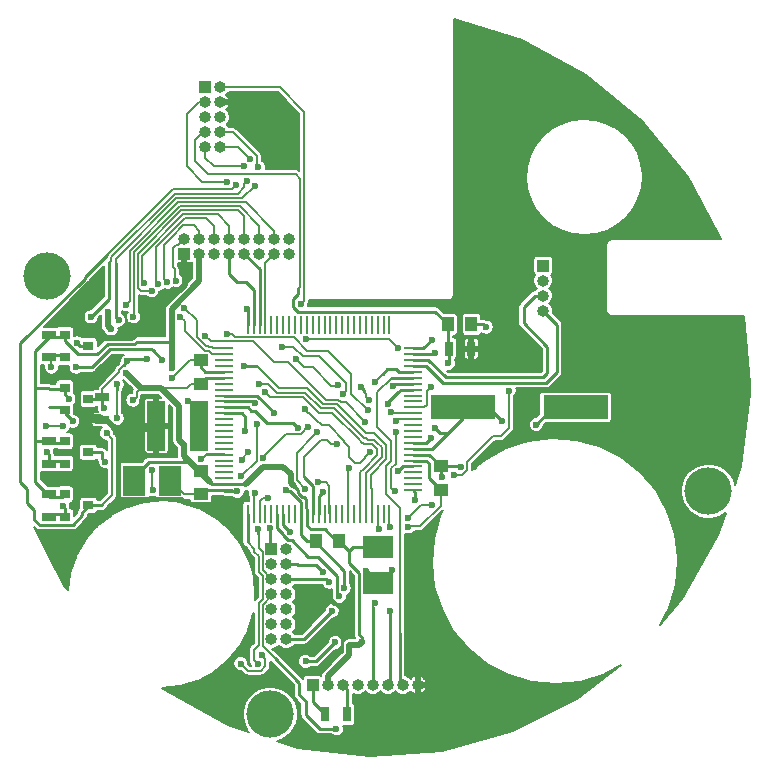
<source format=gtl>
G04 #@! TF.FileFunction,Copper,L1,Top,Signal*
%FSLAX46Y46*%
G04 Gerber Fmt 4.6, Leading zero omitted, Abs format (unit mm)*
G04 Created by KiCad (PCBNEW 4.0.7) date 06/01/18 20:18:40*
%MOMM*%
%LPD*%
G01*
G04 APERTURE LIST*
%ADD10C,0.100000*%
%ADD11R,0.290000X1.500000*%
%ADD12R,1.500000X0.290000*%
%ADD13R,1.000000X1.000000*%
%ADD14O,1.000000X1.000000*%
%ADD15R,0.900000X0.800000*%
%ADD16R,1.250000X1.000000*%
%ADD17R,1.000000X1.250000*%
%ADD18R,5.500000X2.000000*%
%ADD19R,0.700000X1.300000*%
%ADD20C,4.000000*%
%ADD21R,1.300000X0.700000*%
%ADD22R,2.500000X1.950000*%
%ADD23R,1.950000X2.500000*%
%ADD24R,1.500000X4.200000*%
%ADD25C,0.600000*%
%ADD26C,0.250000*%
%ADD27C,0.170000*%
%ADD28C,0.500000*%
%ADD29C,0.200000*%
%ADD30C,0.300000*%
G04 APERTURE END LIST*
D10*
D11*
X39000000Y-61000000D03*
X39500000Y-61000000D03*
X40000000Y-61000000D03*
X40500000Y-61000000D03*
X41000000Y-61000000D03*
X41500000Y-61000000D03*
X42000000Y-61000000D03*
X42500000Y-61000000D03*
X43000000Y-61000000D03*
X43500000Y-61000000D03*
X44000000Y-61000000D03*
X44500000Y-61000000D03*
X45000000Y-61000000D03*
X45500000Y-61000000D03*
X46000000Y-61000000D03*
X46500000Y-61000000D03*
X47000000Y-61000000D03*
X47500000Y-61000000D03*
X48000000Y-61000000D03*
X48500000Y-61000000D03*
X49000000Y-61000000D03*
X49500000Y-61000000D03*
X50000000Y-61000000D03*
X50500000Y-61000000D03*
X51000000Y-61000000D03*
D12*
X53000000Y-59000000D03*
X53000000Y-58500000D03*
X53000000Y-58000000D03*
X53000000Y-57500000D03*
X53000000Y-57000000D03*
X53000000Y-56500000D03*
X53000000Y-56000000D03*
X53000000Y-55500000D03*
X53000000Y-55000000D03*
X53000000Y-54500000D03*
X53000000Y-54000000D03*
X53000000Y-53500000D03*
X53000000Y-53000000D03*
X53000000Y-52500000D03*
X53000000Y-52000000D03*
X53000000Y-51500000D03*
X53000000Y-51000000D03*
X53000000Y-50500000D03*
X53000000Y-50000000D03*
X53000000Y-49500000D03*
X53000000Y-49000000D03*
X53000000Y-48500000D03*
X53000000Y-48000000D03*
X53000000Y-47500000D03*
X53000000Y-47000000D03*
D11*
X51000000Y-45000000D03*
X50500000Y-45000000D03*
X50000000Y-45000000D03*
X49500000Y-45000000D03*
X49000000Y-45000000D03*
X48500000Y-45000000D03*
X48000000Y-45000000D03*
X47500000Y-45000000D03*
X47000000Y-45000000D03*
X46500000Y-45000000D03*
X46000000Y-45000000D03*
X45500000Y-45000000D03*
X45000000Y-45000000D03*
X44500000Y-45000000D03*
X44000000Y-45000000D03*
X43500000Y-45000000D03*
X43000000Y-45000000D03*
X42500000Y-45000000D03*
X42000000Y-45000000D03*
X41500000Y-45000000D03*
X41000000Y-45000000D03*
X40500000Y-45000000D03*
X40000000Y-45000000D03*
X39500000Y-45000000D03*
X39000000Y-45000000D03*
D12*
X37000000Y-47000000D03*
X37000000Y-47500000D03*
X37000000Y-48000000D03*
X37000000Y-48500000D03*
X37000000Y-49000000D03*
X37000000Y-49500000D03*
X37000000Y-50000000D03*
X37000000Y-50500000D03*
X37000000Y-51000000D03*
X37000000Y-51500000D03*
X37000000Y-52000000D03*
X37000000Y-52500000D03*
X37000000Y-53000000D03*
X37000000Y-53500000D03*
X37000000Y-54000000D03*
X37000000Y-54500000D03*
X37000000Y-55000000D03*
X37000000Y-55500000D03*
X37000000Y-56000000D03*
X37000000Y-56500000D03*
X37000000Y-57000000D03*
X37000000Y-57500000D03*
X37000000Y-58000000D03*
X37000000Y-58500000D03*
X37000000Y-59000000D03*
D13*
X41000000Y-64000000D03*
D14*
X42270000Y-64000000D03*
X41000000Y-65270000D03*
X42270000Y-65270000D03*
X41000000Y-66540000D03*
X42270000Y-66540000D03*
X41000000Y-67810000D03*
X42270000Y-67810000D03*
X41000000Y-69080000D03*
X42270000Y-69080000D03*
X41000000Y-70350000D03*
X42270000Y-70350000D03*
X41000000Y-71620000D03*
X42270000Y-71620000D03*
D15*
X23500000Y-45850000D03*
X23500000Y-47750000D03*
X25500000Y-46800000D03*
D16*
X35030000Y-57370000D03*
X35030000Y-59370000D03*
D13*
X33620000Y-39000000D03*
D14*
X33620000Y-37730000D03*
X34890000Y-39000000D03*
X34890000Y-37730000D03*
X36160000Y-39000000D03*
X36160000Y-37730000D03*
X37430000Y-39000000D03*
X37430000Y-37730000D03*
X38700000Y-39000000D03*
X38700000Y-37730000D03*
X39970000Y-39000000D03*
X39970000Y-37730000D03*
X41240000Y-39000000D03*
X41240000Y-37730000D03*
X42510000Y-39000000D03*
X42510000Y-37730000D03*
D17*
X55940000Y-44970000D03*
X57940000Y-44970000D03*
D16*
X55320000Y-58960000D03*
X55320000Y-56960000D03*
X35000000Y-48000000D03*
X35000000Y-50000000D03*
D17*
X44760000Y-63300000D03*
X46760000Y-63300000D03*
D18*
X66750000Y-52000000D03*
X57250000Y-52000000D03*
D13*
X35400000Y-24900000D03*
D14*
X36670000Y-24900000D03*
X35400000Y-26170000D03*
X36670000Y-26170000D03*
X35400000Y-27440000D03*
X36670000Y-27440000D03*
X35400000Y-28710000D03*
X36670000Y-28710000D03*
X35400000Y-29980000D03*
X36670000Y-29980000D03*
D19*
X57930000Y-47020000D03*
X56030000Y-47020000D03*
X45530000Y-77970000D03*
X47430000Y-77970000D03*
D15*
X23500000Y-50350000D03*
X23500000Y-52250000D03*
X25500000Y-51300000D03*
X23500000Y-59350000D03*
X23500000Y-61250000D03*
X25500000Y-60300000D03*
X23500000Y-54850000D03*
X23500000Y-56750000D03*
X25500000Y-55800000D03*
D20*
X40900000Y-78000000D03*
X78000000Y-59100000D03*
X22000000Y-40900000D03*
D13*
X44500000Y-75500000D03*
D14*
X45770000Y-75500000D03*
X47040000Y-75500000D03*
X48310000Y-75500000D03*
X49580000Y-75500000D03*
X50850000Y-75500000D03*
X52120000Y-75500000D03*
X53390000Y-75500000D03*
D13*
X64000000Y-40000000D03*
D14*
X64000000Y-41270000D03*
X64000000Y-42540000D03*
X64000000Y-43810000D03*
D21*
X26700000Y-51150000D03*
X26700000Y-53050000D03*
X22200000Y-61250000D03*
X22200000Y-59350000D03*
X22200000Y-47750000D03*
X22200000Y-45850000D03*
X22200000Y-56750000D03*
X22200000Y-54850000D03*
D22*
X50060000Y-66870000D03*
X50060000Y-63820000D03*
D23*
X29380000Y-58190000D03*
X32430000Y-58190000D03*
D24*
X34860000Y-53550000D03*
X31260000Y-53550000D03*
D25*
X51720000Y-57400000D03*
X55990000Y-48280000D03*
X29280000Y-51384000D03*
X33620000Y-55205000D03*
X27432000Y-45379000D03*
X28690000Y-49080000D03*
X55460000Y-57910000D03*
X48650000Y-71900000D03*
X59180000Y-45200000D03*
X57020000Y-57010000D03*
X27160000Y-43910000D03*
X60550000Y-53180000D03*
X54830000Y-53740000D03*
X63430000Y-53450000D03*
X54510000Y-54600000D03*
X27090000Y-49130000D03*
X26630000Y-46000000D03*
X58780000Y-47110000D03*
X62070000Y-50504000D03*
X58128001Y-57050000D03*
X43285022Y-67635022D03*
X37469001Y-60189001D03*
X46860000Y-72640000D03*
X25860000Y-58690000D03*
X40300000Y-56260000D03*
X39630000Y-59219000D03*
X43500000Y-43250000D03*
X44100000Y-53650000D03*
X43880000Y-58950000D03*
X40710000Y-59630000D03*
X37200000Y-32900000D03*
X44850000Y-54100000D03*
X46160000Y-69210000D03*
X46760000Y-68010000D03*
X44984084Y-58315762D03*
X39050000Y-55813990D03*
X38510000Y-56450000D03*
X30240000Y-41480000D03*
X33279000Y-44316990D03*
X31418584Y-41566576D03*
X33623410Y-43603410D03*
X32171272Y-41409014D03*
X32927420Y-41269000D03*
X41880000Y-46890000D03*
X47570000Y-57120000D03*
X47030000Y-50890000D03*
X24460000Y-48590000D03*
X38900000Y-32850000D03*
X39150000Y-30950000D03*
X24560000Y-46540000D03*
X25730000Y-44340000D03*
X31730000Y-47970000D03*
X40460000Y-50670000D03*
X27930000Y-52920000D03*
X27040000Y-54190000D03*
X27933271Y-50044729D03*
X39910000Y-50000000D03*
X38000000Y-33150000D03*
X38650000Y-31600000D03*
X28806000Y-48100000D03*
X28061699Y-44611699D03*
X30430000Y-47880000D03*
X26860000Y-52060000D03*
X39600000Y-33250000D03*
X39900000Y-31650000D03*
X38700000Y-48470000D03*
X56460000Y-57690000D03*
X52601980Y-61326738D03*
X51070000Y-62140000D03*
X54570000Y-60240000D03*
X61130000Y-50570000D03*
X51700000Y-46970000D03*
X43896000Y-46250000D03*
X53200000Y-59800000D03*
X46400000Y-71900000D03*
X43900000Y-73500000D03*
X28676738Y-43306738D03*
X35400000Y-45950000D03*
X48950000Y-53210000D03*
X51580000Y-53190000D03*
X29314251Y-44330853D03*
X37276000Y-45810000D03*
X51110000Y-52420000D03*
X49150000Y-52230000D03*
X43830000Y-52150000D03*
X30860000Y-42130000D03*
X49370000Y-55780000D03*
X54480000Y-50290000D03*
X51490000Y-59110000D03*
X51550000Y-54060000D03*
X51320000Y-50200000D03*
X46510000Y-79210000D03*
X49275022Y-51405022D03*
X50871545Y-51678499D03*
X45900000Y-66800000D03*
X48620000Y-50310000D03*
X49740000Y-49890000D03*
X51020000Y-69270000D03*
X41200000Y-52500000D03*
X39830000Y-62266000D03*
X38410000Y-57850000D03*
X39580000Y-51640000D03*
X39740000Y-53440000D03*
X45370000Y-65946000D03*
X43238919Y-53733262D03*
X38800000Y-54000000D03*
X23880000Y-51270000D03*
X32590000Y-48660000D03*
X35060000Y-56394000D03*
X26950000Y-56610000D03*
X39860000Y-73730000D03*
X22380000Y-48580000D03*
X21932989Y-53560000D03*
X23380000Y-53540000D03*
X30950000Y-58970000D03*
X30868022Y-57267021D03*
X24190000Y-53190000D03*
X38408958Y-73690000D03*
X40189978Y-73000022D03*
X23330000Y-60340000D03*
X21980000Y-55800000D03*
X46556972Y-55070112D03*
X43090000Y-47940000D03*
X46660000Y-50110000D03*
X40906000Y-62219002D03*
X45330000Y-59150000D03*
X50138001Y-62270000D03*
X49750000Y-68590000D03*
X38906000Y-43680000D03*
X54830000Y-47390000D03*
X54570000Y-46280000D03*
X42556877Y-62545093D03*
X42230202Y-58999799D03*
X52601980Y-62110213D03*
X51200000Y-65780000D03*
X49030000Y-65890000D03*
X47164000Y-67300000D03*
X34860000Y-53550000D03*
X32618097Y-49529556D03*
X33980000Y-51480000D03*
X38110000Y-59110000D03*
D26*
X52120000Y-57000000D02*
X51720000Y-57400000D01*
X53000000Y-57000000D02*
X52120000Y-57000000D01*
X56030000Y-48240000D02*
X56030000Y-47020000D01*
X55990000Y-48280000D02*
X56030000Y-48240000D01*
X55940000Y-44970000D02*
X55940000Y-46930000D01*
X55940000Y-46930000D02*
X56030000Y-47020000D01*
X51310000Y-43900000D02*
X54870000Y-43900000D01*
X43280000Y-41950000D02*
X43280000Y-42400000D01*
X43600000Y-43900000D02*
X43350000Y-43900000D01*
D27*
X43459998Y-41770002D02*
X43280000Y-41950000D01*
X43459998Y-32659998D02*
X43459998Y-41690002D01*
X43050000Y-32250000D02*
X43459998Y-32659998D01*
X35600000Y-32250000D02*
X43050000Y-32250000D01*
X34500000Y-31150000D02*
X35600000Y-32250000D01*
X34500000Y-29400000D02*
X34500000Y-31150000D01*
X35190000Y-28710000D02*
X34500000Y-29400000D01*
X43459998Y-41690002D02*
X43459998Y-41770002D01*
D26*
X43280000Y-43900000D02*
X43350000Y-43900000D01*
X42870000Y-43490000D02*
X43280000Y-43900000D01*
X42870000Y-42810000D02*
X42870000Y-43490000D01*
X43280000Y-42400000D02*
X42870000Y-42810000D01*
X51310000Y-43900000D02*
X43600000Y-43900000D01*
X54870000Y-43900000D02*
X55940000Y-44970000D01*
D27*
X35400000Y-28710000D02*
X35190000Y-28710000D01*
D26*
X43594879Y-59544001D02*
X43739991Y-59544001D01*
X43739991Y-59544001D02*
X43967703Y-59771713D01*
X42921234Y-58674011D02*
X42944011Y-58674011D01*
X42944011Y-58674011D02*
X43285999Y-59015999D01*
X43285999Y-59015999D02*
X43285999Y-59235121D01*
X43285999Y-59235121D02*
X43594879Y-59544001D01*
X43967703Y-60090000D02*
X44000000Y-61000000D01*
X43967703Y-60090000D02*
X43967703Y-59771713D01*
X43967703Y-59771713D02*
X43955990Y-59760000D01*
D28*
X38780000Y-58500000D02*
X38810000Y-58500000D01*
X38810000Y-58500000D02*
X40260000Y-57050000D01*
X40260000Y-57050000D02*
X42020000Y-57050000D01*
X42020000Y-57050000D02*
X42625991Y-57655991D01*
X42625991Y-57655991D02*
X42625991Y-58378768D01*
X42625991Y-58378768D02*
X42921234Y-58674011D01*
D26*
X36000000Y-58500000D02*
X35780000Y-58280000D01*
D28*
X35030000Y-57370000D02*
X35030000Y-57530000D01*
X35030000Y-57530000D02*
X35780000Y-58280000D01*
D26*
X37000000Y-58500000D02*
X38780000Y-58500000D01*
D28*
X33620000Y-55205000D02*
X33620000Y-56085000D01*
X33620000Y-56085000D02*
X34905000Y-57370000D01*
X34905000Y-57370000D02*
X35030000Y-57370000D01*
X33160000Y-51845798D02*
X33160000Y-54745000D01*
X33160000Y-54745000D02*
X33620000Y-55205000D01*
X29950002Y-50340002D02*
X31654204Y-50340002D01*
X31654204Y-50340002D02*
X33160000Y-51845798D01*
X28690000Y-49080000D02*
X29950002Y-50340002D01*
D26*
X46760000Y-63300000D02*
X47590000Y-64130000D01*
X47590000Y-64130000D02*
X47590000Y-65200000D01*
X47590000Y-65200000D02*
X48435999Y-66045999D01*
X48435999Y-66045999D02*
X48435999Y-71261735D01*
X48435999Y-71261735D02*
X48650000Y-71475736D01*
X48650000Y-71475736D02*
X48650000Y-71900000D01*
X47590000Y-64130000D02*
X47900000Y-63820000D01*
X47900000Y-63820000D02*
X50060000Y-63820000D01*
D27*
X29280000Y-51384000D02*
X29579999Y-51084001D01*
X29579999Y-51084001D02*
X29579999Y-50710005D01*
X29579999Y-50710005D02*
X29950002Y-50340002D01*
D26*
X34179999Y-56644999D02*
X33640000Y-56644999D01*
X33640000Y-56644999D02*
X30650001Y-56644999D01*
X33620000Y-55205000D02*
X33620000Y-55629264D01*
X33620000Y-55629264D02*
X33640000Y-55649264D01*
X33640000Y-55649264D02*
X33640000Y-56644999D01*
X29380000Y-57915000D02*
X29380000Y-58190000D01*
X34905000Y-57370000D02*
X34179999Y-56644999D01*
X30650001Y-56644999D02*
X29380000Y-57915000D01*
D29*
X32370002Y-50340002D02*
X32480000Y-50340002D01*
X32480000Y-50340002D02*
X32620000Y-50340002D01*
X32620000Y-50340002D02*
X33834998Y-50340002D01*
X32620000Y-50340002D02*
X29950002Y-50340002D01*
X33834998Y-50340002D02*
X34175000Y-50000000D01*
X34175000Y-50000000D02*
X35000000Y-50000000D01*
D26*
X37000000Y-58500000D02*
X36000000Y-58500000D01*
D28*
X47590000Y-72130000D02*
X48420000Y-72130000D01*
D26*
X55320000Y-57770000D02*
X55320000Y-56960000D01*
X55460000Y-57910000D02*
X55320000Y-57770000D01*
D28*
X48420000Y-72130000D02*
X48650000Y-71900000D01*
D26*
X34840000Y-50000000D02*
X35000000Y-50000000D01*
X58950000Y-44970000D02*
X57940000Y-44970000D01*
X59180000Y-45200000D02*
X58950000Y-44970000D01*
D28*
X45770000Y-75500000D02*
X45770000Y-74780000D01*
X47590000Y-72960000D02*
X47590000Y-72130000D01*
X45770000Y-74780000D02*
X47590000Y-72960000D01*
D26*
X53000000Y-56000000D02*
X54360000Y-56000000D01*
X54360000Y-56000000D02*
X55320000Y-56960000D01*
X55320000Y-56960000D02*
X56970000Y-56960000D01*
X56970000Y-56960000D02*
X57020000Y-57010000D01*
X37000000Y-49500000D02*
X35500000Y-49500000D01*
X35500000Y-49500000D02*
X35000000Y-50000000D01*
X44000000Y-61000000D02*
X44000000Y-62010000D01*
X45530000Y-62330000D02*
X46500000Y-63300000D01*
X44320000Y-62330000D02*
X45530000Y-62330000D01*
X44000000Y-62010000D02*
X44320000Y-62330000D01*
X46500000Y-63300000D02*
X46760000Y-63300000D01*
X36160000Y-39000000D02*
X36240000Y-39000000D01*
D28*
X27160000Y-44920000D02*
X27160000Y-45107000D01*
X27160000Y-45107000D02*
X27432000Y-45379000D01*
X27160000Y-44920000D02*
X27160000Y-43910000D01*
D26*
X60550000Y-53180000D02*
X59370000Y-52000000D01*
X59370000Y-52000000D02*
X57250000Y-52000000D01*
X55995000Y-54145000D02*
X55235000Y-54145000D01*
X55235000Y-54145000D02*
X54830000Y-53740000D01*
X53000000Y-55500000D02*
X54640000Y-55500000D01*
X54640000Y-55500000D02*
X55995000Y-54145000D01*
X55995000Y-54145000D02*
X57250000Y-52890000D01*
X57250000Y-52890000D02*
X57250000Y-52000000D01*
X63430000Y-53450000D02*
X64880000Y-52000000D01*
X64880000Y-52000000D02*
X66750000Y-52000000D01*
X53000000Y-55000000D02*
X54110000Y-55000000D01*
X54110000Y-55000000D02*
X54510000Y-54600000D01*
D28*
X27090000Y-49130000D02*
X26665736Y-49130000D01*
X26665736Y-49130000D02*
X25955736Y-49840000D01*
X25955736Y-49840000D02*
X24570000Y-49840000D01*
X31690542Y-43570000D02*
X29162541Y-46098001D01*
X29162541Y-46098001D02*
X26728001Y-46098001D01*
X26728001Y-46098001D02*
X26630000Y-46000000D01*
X33620000Y-39000000D02*
X33620000Y-40000000D01*
X33620000Y-40000000D02*
X33646421Y-40026421D01*
X33646421Y-40026421D02*
X33646421Y-41614121D01*
X33646421Y-41614121D02*
X31690542Y-43570000D01*
D27*
X60542265Y-55060000D02*
X60118001Y-55060000D01*
X60118001Y-55060000D02*
X58128001Y-57050000D01*
X62070000Y-53532265D02*
X60542265Y-55060000D01*
X58780000Y-47110000D02*
X58020000Y-47110000D01*
X58020000Y-47110000D02*
X57930000Y-47020000D01*
X62070000Y-53532265D02*
X62070000Y-50504000D01*
D26*
X43285022Y-67635022D02*
X45299022Y-67635022D01*
X45299022Y-67635022D02*
X46134000Y-68470000D01*
X47020000Y-72480000D02*
X46860000Y-72640000D01*
X46134000Y-68470000D02*
X46134000Y-68484000D01*
X46134000Y-68484000D02*
X46265999Y-68615999D01*
X46265999Y-68615999D02*
X46445121Y-68615999D01*
X46445121Y-68615999D02*
X47020000Y-69190878D01*
X47020000Y-69190878D02*
X47020000Y-72480000D01*
X35910201Y-60189001D02*
X37469001Y-60189001D01*
D30*
X33436441Y-59789010D02*
X33836432Y-60189001D01*
X33836432Y-60189001D02*
X35910201Y-60189001D01*
X28179808Y-59789010D02*
X28209817Y-59759001D01*
X28209817Y-59759001D02*
X33406432Y-59759001D01*
X33406432Y-59759001D02*
X33436441Y-59789010D01*
X31260000Y-53550000D02*
X30210000Y-53550000D01*
X30210000Y-53550000D02*
X28085999Y-55674001D01*
X28085999Y-55674001D02*
X28085999Y-59695201D01*
X28085999Y-59695201D02*
X28179808Y-59789010D01*
D28*
X30400000Y-53870000D02*
X30720000Y-53550000D01*
X30720000Y-53550000D02*
X31260000Y-53550000D01*
X27820000Y-53870000D02*
X30400000Y-53870000D01*
X26700000Y-53050000D02*
X27000000Y-53050000D01*
X27000000Y-53050000D02*
X27820000Y-53870000D01*
X25880000Y-52850000D02*
X26500000Y-52850000D01*
X26500000Y-52850000D02*
X26700000Y-53050000D01*
D26*
X25880000Y-52850000D02*
X26700000Y-52850000D01*
D28*
X25090000Y-52850000D02*
X25880000Y-52850000D01*
X24900000Y-52410000D02*
X24620000Y-52130000D01*
X24620000Y-52130000D02*
X24620000Y-49890000D01*
X24620000Y-49890000D02*
X24570000Y-49840000D01*
X25090000Y-52850000D02*
X25090000Y-52630000D01*
X25090000Y-52630000D02*
X24900000Y-52440000D01*
X24900000Y-52440000D02*
X24900000Y-52410000D01*
X24510000Y-54850000D02*
X24510000Y-54170000D01*
X24710000Y-56630000D02*
X24510000Y-56430000D01*
X24510000Y-56430000D02*
X24510000Y-54850000D01*
X24710000Y-56770000D02*
X24710000Y-56630000D01*
D26*
X25070000Y-52850000D02*
X25090000Y-52850000D01*
D28*
X25070000Y-53610000D02*
X25070000Y-52850000D01*
X24510000Y-54170000D02*
X25070000Y-53610000D01*
X25500000Y-58330000D02*
X24710000Y-58330000D01*
X25860000Y-58690000D02*
X25500000Y-58330000D01*
X24710000Y-56770000D02*
X24710000Y-58330000D01*
D26*
X26700000Y-57350000D02*
X25290000Y-57350000D01*
X25290000Y-57350000D02*
X24710000Y-56770000D01*
D27*
X40390000Y-56120000D02*
X40390000Y-56170000D01*
X40390000Y-56170000D02*
X40300000Y-56260000D01*
X40390000Y-56120000D02*
X42222737Y-54287263D01*
X42222737Y-54287263D02*
X43504840Y-54287263D01*
X43504840Y-54287263D02*
X43800001Y-53992102D01*
X43800001Y-53992102D02*
X43800001Y-53949999D01*
X43800001Y-53949999D02*
X44100000Y-53650000D01*
X39500000Y-60000000D02*
X39500000Y-59349000D01*
X39500000Y-59349000D02*
X39630000Y-59219000D01*
X43500000Y-43250000D02*
X43800000Y-42950000D01*
X43800000Y-42950000D02*
X43800000Y-26950000D01*
X36670000Y-24900000D02*
X41750000Y-24900000D01*
X39500000Y-60000000D02*
X39500000Y-61000000D01*
X41750000Y-24900000D02*
X43800000Y-26950000D01*
X43960000Y-59020000D02*
X43960000Y-59000000D01*
X43960000Y-59000000D02*
X43130001Y-58170001D01*
X43130001Y-58170001D02*
X43130001Y-55819999D01*
X43130001Y-55819999D02*
X44550001Y-54399999D01*
X44550001Y-54399999D02*
X44850000Y-54100000D01*
X40000000Y-59890000D02*
X40260000Y-59630000D01*
X40260000Y-59630000D02*
X40710000Y-59630000D01*
X40000000Y-60100000D02*
X40000000Y-59890000D01*
X34830000Y-26170000D02*
X33850000Y-27150000D01*
X33850000Y-27150000D02*
X33850000Y-31600000D01*
X33850000Y-31600000D02*
X35150000Y-32900000D01*
X35150000Y-32900000D02*
X37200000Y-32900000D01*
X40000000Y-61000000D02*
X40000000Y-60100000D01*
X34830000Y-26170000D02*
X35400000Y-26170000D01*
D26*
X41500000Y-61000000D02*
X41500000Y-62240000D01*
X44130000Y-64630000D02*
X44933122Y-64630000D01*
X46570000Y-66266878D02*
X46570000Y-68027106D01*
X41500000Y-62240000D02*
X42000000Y-62740000D01*
X42000000Y-62740000D02*
X42000000Y-62828000D01*
X42000000Y-62828000D02*
X42381999Y-63209999D01*
X42381999Y-63209999D02*
X42709999Y-63209999D01*
X44933122Y-64630000D02*
X46570000Y-66266878D01*
X42709999Y-63209999D02*
X44130000Y-64630000D01*
X46570000Y-68027106D02*
X46742894Y-68027106D01*
X46742894Y-68027106D02*
X46760000Y-68010000D01*
X46160000Y-69210000D02*
X43750000Y-71620000D01*
X43750000Y-71620000D02*
X42270000Y-71620000D01*
X42270000Y-71620000D02*
X42977106Y-71620000D01*
D27*
X44984084Y-58315762D02*
X45585762Y-58315762D01*
X45585762Y-58315762D02*
X45899001Y-58629001D01*
X45899001Y-58629001D02*
X45899001Y-60899001D01*
X45899001Y-60899001D02*
X46000000Y-61000000D01*
X38510000Y-56450000D02*
X38510000Y-56353990D01*
X38510000Y-56353990D02*
X39050000Y-55813990D01*
X36450000Y-35660008D02*
X33513336Y-35660008D01*
X37430000Y-36640008D02*
X36450000Y-35660008D01*
X37430000Y-36640008D02*
X37430000Y-37730000D01*
X30240000Y-41480000D02*
X30020006Y-41260006D01*
X30020006Y-41260006D02*
X30020006Y-41170006D01*
X30020006Y-39750000D02*
X30020006Y-41170006D01*
X30020006Y-39153338D02*
X30020006Y-39750000D01*
X33513336Y-35660008D02*
X30020006Y-39153338D01*
X33279000Y-44316990D02*
X33659738Y-44697728D01*
X33659738Y-44697728D02*
X33659738Y-45509092D01*
X35735999Y-47245999D02*
X35990000Y-47500000D01*
X35990000Y-47500000D02*
X37000000Y-47500000D01*
X33659738Y-45509092D02*
X35396645Y-47245999D01*
X35396645Y-47245999D02*
X35735999Y-47245999D01*
X31242090Y-39257910D02*
X31242090Y-41390082D01*
X31242090Y-41390082D02*
X31418584Y-41566576D01*
X33654170Y-36000010D02*
X31242090Y-38412090D01*
X35500000Y-36000010D02*
X33654170Y-36000010D01*
X36160000Y-36660010D02*
X35500000Y-36000010D01*
X36160000Y-37730000D02*
X36160000Y-36660010D01*
X31242090Y-38412090D02*
X31242090Y-39257910D01*
X34660000Y-46029922D02*
X34660000Y-44640000D01*
X34660000Y-44640000D02*
X33623410Y-43603410D01*
X35440078Y-46810000D02*
X35600000Y-46810000D01*
X35600000Y-46810000D02*
X35696989Y-46906989D01*
X35986989Y-46906989D02*
X36080000Y-47000000D01*
X35696989Y-46906989D02*
X35986989Y-46906989D01*
X36080000Y-47000000D02*
X37000000Y-47000000D01*
X34660000Y-46029922D02*
X35440078Y-46810000D01*
X31892508Y-39357492D02*
X31892508Y-41130250D01*
X31892508Y-41130250D02*
X32171272Y-41409014D01*
X32602508Y-37532508D02*
X31892508Y-38242508D01*
X33537508Y-36597508D02*
X32602508Y-37532508D01*
X34890000Y-37050000D02*
X34437508Y-36597508D01*
X34890000Y-37730000D02*
X34890000Y-37050000D01*
X34437508Y-36597508D02*
X33537508Y-36597508D01*
X31892508Y-38242508D02*
X31892508Y-39357492D01*
X32660000Y-40126524D02*
X32804969Y-40271493D01*
X32804969Y-40271493D02*
X32804969Y-41146549D01*
X32804969Y-41146549D02*
X32927420Y-41269000D01*
X47030000Y-50890000D02*
X47329999Y-50590001D01*
X47329999Y-50590001D02*
X47329999Y-49960077D01*
X47329999Y-49960077D02*
X45044001Y-47674079D01*
X45044001Y-47674079D02*
X43644001Y-47674079D01*
X43644001Y-47674079D02*
X42859922Y-46890000D01*
X42859922Y-46890000D02*
X41880000Y-46890000D01*
X32660000Y-38502798D02*
X32660000Y-40126524D01*
X33620000Y-37730000D02*
X33120001Y-38229999D01*
X33120001Y-38229999D02*
X32932799Y-38229999D01*
X32932799Y-38229999D02*
X32660000Y-38502798D01*
X47500000Y-61000000D02*
X47500000Y-57190000D01*
X47500000Y-57190000D02*
X47570000Y-57120000D01*
X47020000Y-50890000D02*
X47030000Y-50890000D01*
D26*
X24460000Y-48590000D02*
X25772568Y-48590000D01*
X25772568Y-48590000D02*
X27301549Y-47061019D01*
X27301549Y-47061019D02*
X30821019Y-47061019D01*
X30821019Y-47061019D02*
X30940000Y-47180000D01*
X30940000Y-47180000D02*
X31730000Y-47970000D01*
X27270000Y-39800000D02*
X27270000Y-42800000D01*
D27*
X27450000Y-39620000D02*
X27270000Y-39800000D01*
X36670000Y-29980000D02*
X38180000Y-29980000D01*
X32800000Y-33900000D02*
X27450000Y-39250000D01*
X38150000Y-33900000D02*
X32800000Y-33900000D01*
X38700000Y-33350000D02*
X38150000Y-33900000D01*
X38700000Y-33050000D02*
X38700000Y-33350000D01*
X38900000Y-32850000D02*
X38700000Y-33050000D01*
X38180000Y-29980000D02*
X39150000Y-30950000D01*
X27450000Y-39250000D02*
X27450000Y-39620000D01*
D26*
X24820000Y-46800000D02*
X25500000Y-46800000D01*
X24560000Y-46540000D02*
X24820000Y-46800000D01*
X27270000Y-42800000D02*
X25730000Y-44340000D01*
D27*
X48500000Y-54780000D02*
X48480000Y-54780000D01*
X48500000Y-57510000D02*
X48819996Y-57190004D01*
X48819996Y-55099996D02*
X49519996Y-55099996D01*
X48619998Y-54899998D02*
X48500000Y-54780000D01*
X48819996Y-55099996D02*
X48619998Y-54899998D01*
X49960000Y-56050000D02*
X48819996Y-57190004D01*
X49960000Y-55540000D02*
X49960000Y-56050000D01*
X49519996Y-55099996D02*
X49960000Y-55540000D01*
X48500000Y-59730000D02*
X48500000Y-57510000D01*
X40900000Y-51110000D02*
X40460000Y-50670000D01*
X43710000Y-51110000D02*
X40900000Y-51110000D01*
X45050000Y-52450000D02*
X43710000Y-51110000D01*
X46150000Y-52450000D02*
X45050000Y-52450000D01*
X48480000Y-54780000D02*
X46150000Y-52450000D01*
X48500000Y-59789998D02*
X48500000Y-59730000D01*
X48500000Y-59730000D02*
X48500000Y-59699996D01*
X48500000Y-59789998D02*
X48500000Y-61000000D01*
X27930000Y-52920000D02*
X27930000Y-50529313D01*
X27930000Y-50529313D02*
X27933271Y-50526042D01*
X26650000Y-60300000D02*
X27504001Y-59445999D01*
X27504001Y-59445999D02*
X27504001Y-54654001D01*
X27504001Y-54654001D02*
X27040000Y-54190000D01*
D26*
X27050000Y-39100000D02*
X27050000Y-39110000D01*
X27050000Y-39110000D02*
X25180000Y-40980000D01*
X20330000Y-60120000D02*
X20930000Y-60720000D01*
X20930000Y-61502002D02*
X21367999Y-61940001D01*
X25180000Y-40980000D02*
X25180000Y-41090000D01*
X25180000Y-41090000D02*
X19700000Y-46570000D01*
X19700000Y-46570000D02*
X19700000Y-58290000D01*
X19700000Y-58290000D02*
X20330000Y-58920000D01*
X20330000Y-58920000D02*
X20330000Y-60120000D01*
X20930000Y-60720000D02*
X20930000Y-61502002D01*
X21367999Y-61940001D02*
X24182001Y-61940001D01*
X24182001Y-61940001D02*
X24980000Y-61142002D01*
X24980000Y-61142002D02*
X24980000Y-60910000D01*
X24980000Y-60910000D02*
X25500000Y-60390000D01*
X25500000Y-60390000D02*
X25500000Y-60300000D01*
X27953229Y-50181771D02*
X27953229Y-50546000D01*
X27953229Y-50546000D02*
X27933271Y-50526042D01*
X27933271Y-50526042D02*
X27933271Y-50044729D01*
D27*
X48850000Y-54590000D02*
X46340000Y-52080000D01*
X46340000Y-52080000D02*
X45200000Y-52080000D01*
X45200000Y-52080000D02*
X43860000Y-50740000D01*
X43860000Y-50740000D02*
X41440000Y-50740000D01*
X41440000Y-50740000D02*
X40700000Y-50000000D01*
X40700000Y-50000000D02*
X39910000Y-50000000D01*
X49000000Y-59719998D02*
X49000000Y-57550000D01*
X49709998Y-54749998D02*
X49960000Y-55000000D01*
X49000000Y-61000000D02*
X49000000Y-59719998D01*
X50330000Y-55370000D02*
X49960000Y-55000000D01*
X50330000Y-56220000D02*
X50330000Y-55370000D01*
X49159998Y-57390002D02*
X50330000Y-56220000D01*
X49159998Y-54749998D02*
X49000000Y-54590000D01*
X49159998Y-54749998D02*
X49709998Y-54749998D01*
X49000000Y-57550000D02*
X49159998Y-57390002D01*
X49000000Y-54590000D02*
X48850000Y-54590000D01*
X38000000Y-33150000D02*
X37650000Y-33500000D01*
X37650000Y-33500000D02*
X32650000Y-33500000D01*
X32650000Y-33500000D02*
X27050000Y-39100000D01*
X35400000Y-29980000D02*
X35400000Y-30850000D01*
X36150000Y-31600000D02*
X38650000Y-31600000D01*
X35400000Y-30850000D02*
X36150000Y-31600000D01*
D26*
X25500000Y-60300000D02*
X26650000Y-60300000D01*
D27*
X28510078Y-48440000D02*
X28690000Y-48260078D01*
X28120000Y-48830078D02*
X28510078Y-48440000D01*
D26*
X28510078Y-48440000D02*
X28506001Y-48435923D01*
X28506001Y-48399999D02*
X28806000Y-48100000D01*
X28506001Y-48435923D02*
X28506001Y-48399999D01*
X30430000Y-47880000D02*
X29026000Y-47880000D01*
X29026000Y-47880000D02*
X28806000Y-48100000D01*
D27*
X27850000Y-44470000D02*
X27920000Y-44470000D01*
X27920000Y-44470000D02*
X28061699Y-44611699D01*
X26700000Y-51150000D02*
X26700000Y-50458078D01*
X26700000Y-50458078D02*
X28120000Y-49038078D01*
X28120000Y-49038078D02*
X28120000Y-48830078D01*
D26*
X27850000Y-44470000D02*
X27850000Y-39800000D01*
X26700000Y-51350000D02*
X26700000Y-51900000D01*
D27*
X26700000Y-51900000D02*
X26860000Y-52060000D01*
X49080000Y-54180000D02*
X48970000Y-54180000D01*
X49500000Y-58830000D02*
X49460000Y-58790000D01*
X49460000Y-58790000D02*
X49460000Y-57640000D01*
X49460000Y-57640000D02*
X49500000Y-57600000D01*
X49080000Y-54180000D02*
X49690000Y-54180000D01*
X49690000Y-54180000D02*
X50720000Y-55210000D01*
X50720000Y-55210000D02*
X50720000Y-56380000D01*
X50720000Y-56380000D02*
X49500000Y-57600000D01*
X49500000Y-61000000D02*
X49500000Y-58830000D01*
D26*
X39740000Y-48470000D02*
X38700000Y-48470000D01*
D27*
X41630000Y-50360000D02*
X39740000Y-48470000D01*
X44000000Y-50360000D02*
X41630000Y-50360000D01*
X45370000Y-51730000D02*
X44000000Y-50360000D01*
X46520000Y-51730000D02*
X45370000Y-51730000D01*
X48970000Y-54180000D02*
X46520000Y-51730000D01*
X37760000Y-28710000D02*
X39800000Y-30750000D01*
X36670000Y-28710000D02*
X37760000Y-28710000D01*
X27850000Y-39400000D02*
X27850000Y-39800000D01*
X32950000Y-34300000D02*
X27850000Y-39400000D01*
X38550000Y-34300000D02*
X32950000Y-34300000D01*
X39600000Y-33250000D02*
X38550000Y-34300000D01*
X39800000Y-31550000D02*
X39900000Y-31650000D01*
X39800000Y-30750000D02*
X39800000Y-31550000D01*
X38759998Y-48529998D02*
X38700000Y-48470000D01*
D26*
X25500000Y-51300000D02*
X26650000Y-51300000D01*
X26650000Y-51300000D02*
X26700000Y-51350000D01*
D27*
X59778002Y-54410000D02*
X60439922Y-54410000D01*
X60439922Y-54410000D02*
X61130000Y-53719922D01*
X57574001Y-56614001D02*
X59778002Y-54410000D01*
X56460000Y-57690000D02*
X57159922Y-57690000D01*
X57159922Y-57690000D02*
X57574001Y-57275921D01*
X57574001Y-57275921D02*
X57574001Y-56614001D01*
X52601980Y-61326738D02*
X53688718Y-60240000D01*
X53688718Y-60240000D02*
X54570000Y-60240000D01*
X51000000Y-61000000D02*
X51000000Y-62070000D01*
X51000000Y-62070000D02*
X51070000Y-62140000D01*
X61130000Y-50570000D02*
X61130000Y-53719922D01*
X43896000Y-46250000D02*
X50980000Y-46250000D01*
X50980000Y-46250000D02*
X51700000Y-46970000D01*
D26*
X53200000Y-59800000D02*
X53200000Y-59200000D01*
X53200000Y-59200000D02*
X53000000Y-59000000D01*
X43900000Y-73500000D02*
X44800000Y-73500000D01*
X44800000Y-73500000D02*
X46400000Y-71900000D01*
D27*
X29000000Y-40850000D02*
X29000000Y-42983476D01*
X29000000Y-42983476D02*
X28676738Y-43306738D01*
X35400000Y-45950000D02*
X35860000Y-46410000D01*
X35860000Y-46410000D02*
X39450000Y-46410000D01*
X39450000Y-46410000D02*
X41190000Y-48150000D01*
X41190000Y-48150000D02*
X42420000Y-48150000D01*
X42420000Y-48150000D02*
X43590000Y-49320000D01*
X41240000Y-37040000D02*
X38840002Y-34640002D01*
X38840002Y-34640002D02*
X33090834Y-34640002D01*
X33090834Y-34640002D02*
X29000000Y-38730836D01*
X29000000Y-38730836D02*
X29000000Y-40850000D01*
X41240000Y-37730000D02*
X41240000Y-37040000D01*
X43590000Y-49320000D02*
X45610000Y-51340000D01*
X45610000Y-51340000D02*
X46640000Y-51340000D01*
X46640000Y-51340000D02*
X46870000Y-51570000D01*
X46870000Y-51570000D02*
X47310000Y-51570000D01*
X47310000Y-51570000D02*
X48950000Y-53210000D01*
X51580000Y-53190000D02*
X51770000Y-53000000D01*
X53000000Y-53000000D02*
X51770000Y-53000000D01*
X29340002Y-44000002D02*
X29340002Y-44305102D01*
X29340002Y-44305102D02*
X29314251Y-44330853D01*
X37276000Y-45810000D02*
X37700264Y-45810000D01*
X37700264Y-45810000D02*
X37961254Y-46070990D01*
X37961254Y-46070990D02*
X42897068Y-46070990D01*
X42897068Y-46070990D02*
X44056078Y-47230000D01*
X44056078Y-47230000D02*
X45770000Y-47230000D01*
X47750000Y-50830000D02*
X49150000Y-52230000D01*
X45770000Y-47230000D02*
X47750000Y-49210000D01*
X47750000Y-49210000D02*
X47750000Y-50830000D01*
X51190000Y-52500000D02*
X53000000Y-52500000D01*
X51110000Y-52420000D02*
X51190000Y-52500000D01*
X39970000Y-37730000D02*
X39970000Y-36600004D01*
X29340002Y-38871670D02*
X29340002Y-40400000D01*
X33231668Y-34980004D02*
X29340002Y-38871670D01*
X38350000Y-34980004D02*
X33231668Y-34980004D01*
X39970000Y-36600004D02*
X38350000Y-34980004D01*
X29340002Y-40400000D02*
X29340002Y-44000002D01*
X45280000Y-53520000D02*
X45890000Y-53520000D01*
X44780000Y-53040568D02*
X44800568Y-53040568D01*
X44800568Y-53040568D02*
X45280000Y-53520000D01*
X43830000Y-52150000D02*
X44129999Y-52449999D01*
X44129999Y-52449999D02*
X44189431Y-52449999D01*
X44189431Y-52449999D02*
X44780000Y-53040568D01*
X38700000Y-37730000D02*
X38700000Y-35810840D01*
X38700000Y-35810840D02*
X38209166Y-35320006D01*
X29680004Y-41830004D02*
X29680004Y-41850004D01*
X33372502Y-35320006D02*
X29680004Y-39012504D01*
X29680004Y-39012504D02*
X29680004Y-39950000D01*
X38209166Y-35320006D02*
X37700000Y-35320006D01*
X37700000Y-35320006D02*
X33372502Y-35320006D01*
X29680004Y-39950000D02*
X29680004Y-41830004D01*
X29960000Y-42130000D02*
X30860000Y-42130000D01*
X29680004Y-41850004D02*
X29960000Y-42130000D01*
X48950000Y-56200000D02*
X49370000Y-55780000D01*
X47190000Y-54820000D02*
X47190000Y-54960000D01*
X45890000Y-53520000D02*
X47190000Y-54820000D01*
X48530000Y-56700000D02*
X48950000Y-56280000D01*
X48060000Y-56700000D02*
X48530000Y-56700000D01*
X47560000Y-56200000D02*
X48060000Y-56700000D01*
X47560000Y-55330000D02*
X47560000Y-56200000D01*
X47190000Y-54960000D02*
X47560000Y-55330000D01*
X48950000Y-56280000D02*
X48950000Y-56200000D01*
X53930000Y-52000000D02*
X53000000Y-52000000D01*
X54160000Y-51770000D02*
X53930000Y-52000000D01*
X54160000Y-50610000D02*
X54160000Y-51770000D01*
X54480000Y-50290000D02*
X54160000Y-50610000D01*
D26*
X41280000Y-73250000D02*
X43350000Y-75320000D01*
D27*
X41000000Y-67810000D02*
X41000000Y-67971478D01*
X41000000Y-67971478D02*
X40250999Y-68720479D01*
X40250999Y-68720479D02*
X40250999Y-72220999D01*
X40250999Y-72220999D02*
X41280000Y-73250000D01*
X51550000Y-54060000D02*
X51550000Y-56750078D01*
X51550000Y-56750078D02*
X51165999Y-57134079D01*
X51165999Y-57134079D02*
X51165999Y-58785999D01*
X51165999Y-58785999D02*
X51490000Y-59110000D01*
D26*
X43920000Y-76880000D02*
X43920000Y-78040000D01*
X43350000Y-75320000D02*
X43350000Y-76310000D01*
X43350000Y-76310000D02*
X43920000Y-76880000D01*
X43920000Y-78040000D02*
X45090000Y-79210000D01*
X45090000Y-79210000D02*
X46510000Y-79210000D01*
X51520000Y-50000000D02*
X53000000Y-50000000D01*
X51520000Y-50000000D02*
X51320000Y-50200000D01*
X50730000Y-51710000D02*
X51160000Y-51280000D01*
X51160000Y-51280000D02*
X51290000Y-51150000D01*
D27*
X51171544Y-51291544D02*
X51160000Y-51280000D01*
X50871545Y-51678499D02*
X51171544Y-51378500D01*
X51171544Y-51378500D02*
X51171544Y-51291544D01*
X49275022Y-51405022D02*
X48975023Y-51105023D01*
X48975023Y-51105023D02*
X48975023Y-50775023D01*
X48975023Y-50775023D02*
X48860000Y-50660000D01*
D26*
X51290000Y-51150000D02*
X51760000Y-50680000D01*
X53000000Y-50500000D02*
X51940000Y-50500000D01*
X51940000Y-50500000D02*
X51760000Y-50680000D01*
X42270000Y-66540000D02*
X45640000Y-66540000D01*
X45640000Y-66540000D02*
X45900000Y-66800000D01*
X48620000Y-50310000D02*
X48860000Y-50550000D01*
X48860000Y-50550000D02*
X48860000Y-50660000D01*
X47430000Y-77970000D02*
X47430000Y-75890000D01*
X47430000Y-75890000D02*
X47040000Y-75500000D01*
D27*
X49740000Y-49890000D02*
X50420000Y-49210000D01*
X50420000Y-49210000D02*
X50420000Y-49140000D01*
D26*
X51020000Y-75330000D02*
X51020000Y-72630000D01*
X51020000Y-69270000D02*
X51020000Y-72630000D01*
D27*
X51020000Y-75330000D02*
X50850000Y-75500000D01*
D26*
X51800000Y-49000000D02*
X53000000Y-49000000D01*
X51530000Y-48730000D02*
X51800000Y-49000000D01*
X50830000Y-48730000D02*
X51530000Y-48730000D01*
X50420000Y-49140000D02*
X50830000Y-48730000D01*
D27*
X51890000Y-71060000D02*
X51890000Y-60537798D01*
X51890000Y-60537798D02*
X50670000Y-59317798D01*
X50670000Y-59317798D02*
X50670000Y-56980000D01*
X50670000Y-56980000D02*
X51150000Y-56500000D01*
X51150000Y-56500000D02*
X51150000Y-54870000D01*
X49970000Y-53690000D02*
X49970000Y-50730078D01*
X51150000Y-54870000D02*
X49970000Y-53690000D01*
X49970000Y-50730078D02*
X51200078Y-49500000D01*
X51200078Y-49500000D02*
X51250000Y-49500000D01*
D26*
X51960000Y-49500000D02*
X51250000Y-49500000D01*
X51960000Y-49500000D02*
X53000000Y-49500000D01*
X51890000Y-75270000D02*
X51890000Y-71060000D01*
X51890000Y-75270000D02*
X52120000Y-75500000D01*
D27*
X40500000Y-45000000D02*
X40500000Y-39740000D01*
X40500000Y-39740000D02*
X41240000Y-39000000D01*
D26*
X37000000Y-51000000D02*
X39813202Y-51000000D01*
X39813202Y-51000000D02*
X41200000Y-52386798D01*
X41200000Y-52386798D02*
X41200000Y-52500000D01*
D27*
X39940000Y-63910000D02*
X39940000Y-62800264D01*
X41000000Y-66540000D02*
X40250999Y-65790999D01*
X40250999Y-65790999D02*
X40250999Y-64220999D01*
X40250999Y-64220999D02*
X39940000Y-63910000D01*
X39940000Y-62800264D02*
X39830000Y-62690264D01*
D26*
X39830000Y-62266000D02*
X39830000Y-62690264D01*
D27*
X39740000Y-53440000D02*
X39740000Y-56520000D01*
X39740000Y-56520000D02*
X38410000Y-57850000D01*
D26*
X39580000Y-51640000D02*
X39440000Y-51500000D01*
X39440000Y-51500000D02*
X37000000Y-51500000D01*
X44660000Y-65330000D02*
X44754000Y-65330000D01*
X44754000Y-65330000D02*
X45370000Y-65946000D01*
X40600000Y-53300000D02*
X42805657Y-53300000D01*
X42805657Y-53300000D02*
X43238919Y-53733262D01*
X39280000Y-52290000D02*
X39590000Y-52290000D01*
X39590000Y-52290000D02*
X40600000Y-53300000D01*
X43260000Y-65330000D02*
X44660000Y-65330000D01*
X38990000Y-52000000D02*
X39280000Y-52290000D01*
X43200000Y-65270000D02*
X43260000Y-65330000D01*
X42270000Y-65270000D02*
X43200000Y-65270000D01*
X38990000Y-52000000D02*
X37000000Y-52000000D01*
X38510000Y-52510000D02*
X38800000Y-52800000D01*
X38800000Y-52800000D02*
X38800000Y-54000000D01*
X38510000Y-52500000D02*
X38510000Y-52510000D01*
X38510000Y-52500000D02*
X37000000Y-52500000D01*
D28*
X32560000Y-46280000D02*
X32560000Y-43650000D01*
X32560000Y-43650000D02*
X34890000Y-41320000D01*
X34890000Y-41320000D02*
X34890000Y-39707106D01*
X34890000Y-39707106D02*
X34890000Y-39000000D01*
X32560000Y-48410000D02*
X32560000Y-46530000D01*
X32560000Y-46530000D02*
X32560000Y-46280000D01*
D26*
X29387878Y-46642010D02*
X29598896Y-46430992D01*
X29598896Y-46430992D02*
X32460992Y-46430992D01*
X32460992Y-46430992D02*
X32560000Y-46530000D01*
X27127989Y-46642011D02*
X29387878Y-46642010D01*
X23500000Y-45850000D02*
X23500000Y-46359122D01*
X23500000Y-46359122D02*
X24634879Y-47494001D01*
X26275999Y-47494001D02*
X27127989Y-46642011D01*
X24634879Y-47494001D02*
X26275999Y-47494001D01*
X32560000Y-46280000D02*
X32540000Y-46280000D01*
X32540000Y-46280000D02*
X32560000Y-46260000D01*
X23500000Y-50890000D02*
X23500000Y-50350000D01*
X23880000Y-51270000D02*
X23500000Y-50890000D01*
X32590000Y-48660000D02*
X32560000Y-48630000D01*
X32560000Y-48630000D02*
X32560000Y-48410000D01*
X21020000Y-54880000D02*
X22030000Y-54880000D01*
X22030000Y-54880000D02*
X22200000Y-55050000D01*
X22200000Y-50450000D02*
X23400000Y-50450000D01*
X23400000Y-50450000D02*
X23500000Y-50350000D01*
X21020000Y-50380000D02*
X22130000Y-50380000D01*
X22130000Y-50380000D02*
X22200000Y-50450000D01*
X22200000Y-46050000D02*
X23300000Y-46050000D01*
X23300000Y-46050000D02*
X23500000Y-45850000D01*
X22200000Y-59550000D02*
X22200000Y-59460000D01*
X22200000Y-59460000D02*
X21020000Y-58280000D01*
X21020000Y-47230000D02*
X22200000Y-46050000D01*
X21020000Y-58280000D02*
X21020000Y-54880000D01*
X21020000Y-54880000D02*
X21020000Y-50380000D01*
X21020000Y-50380000D02*
X21020000Y-47230000D01*
X22200000Y-59550000D02*
X23300000Y-59550000D01*
X23300000Y-59550000D02*
X23500000Y-59350000D01*
X22200000Y-55050000D02*
X23300000Y-55050000D01*
X23300000Y-55050000D02*
X23500000Y-54850000D01*
X44500000Y-75500000D02*
X44500000Y-76940000D01*
X44500000Y-76940000D02*
X45530000Y-77970000D01*
D27*
X35060000Y-56394000D02*
X35359999Y-56094001D01*
X35365999Y-56094001D02*
X35480000Y-55980000D01*
X35359999Y-56094001D02*
X35365999Y-56094001D01*
D26*
X36980000Y-55980000D02*
X35480000Y-55980000D01*
X26700000Y-56360000D02*
X26950000Y-56610000D01*
X26700000Y-56360000D02*
X26700000Y-55850000D01*
D27*
X36980000Y-55980000D02*
X37000000Y-56000000D01*
D26*
X25500000Y-55800000D02*
X26650000Y-55800000D01*
X26650000Y-55800000D02*
X26700000Y-55850000D01*
D27*
X39860000Y-73730000D02*
X39496981Y-73366981D01*
X39496981Y-73366981D02*
X39496981Y-72502681D01*
X39496981Y-72502681D02*
X39910000Y-72089662D01*
X39910000Y-72089662D02*
X39910000Y-68589118D01*
X39910000Y-68589118D02*
X40250999Y-68248119D01*
X40250999Y-68248119D02*
X40250999Y-66263359D01*
X40250999Y-66263359D02*
X39916991Y-65929351D01*
X39916991Y-65929351D02*
X39916991Y-64561001D01*
X39916991Y-64561001D02*
X39565990Y-64210000D01*
X39565990Y-64210000D02*
X39565990Y-63995990D01*
X39565990Y-63995990D02*
X39000000Y-63430000D01*
D26*
X39000000Y-61000000D02*
X39000000Y-63430000D01*
D27*
X22380000Y-48580000D02*
X22380000Y-47930000D01*
X22380000Y-47930000D02*
X22200000Y-47750000D01*
X23380000Y-53540000D02*
X21952989Y-53540000D01*
X21952989Y-53540000D02*
X21932989Y-53560000D01*
D26*
X22200000Y-47550000D02*
X23300000Y-47550000D01*
D27*
X30868022Y-58578022D02*
X30868022Y-58888022D01*
X30868022Y-58888022D02*
X30950000Y-58970000D01*
X30868022Y-57267021D02*
X30868022Y-58578022D01*
D26*
X23500000Y-52250000D02*
X23500000Y-52500000D01*
X23500000Y-52500000D02*
X24190000Y-53190000D01*
X22200000Y-51950000D02*
X23200000Y-51950000D01*
X23200000Y-51950000D02*
X23500000Y-52250000D01*
D27*
X40189978Y-73000022D02*
X40489977Y-73300021D01*
X40489977Y-73300021D02*
X40489977Y-73912545D01*
X40489977Y-73912545D02*
X40123521Y-74279001D01*
X40123521Y-74279001D02*
X38997959Y-74279001D01*
X38997959Y-74279001D02*
X38408958Y-73690000D01*
D26*
X23330000Y-60340000D02*
X23500000Y-60510000D01*
X23500000Y-60510000D02*
X23500000Y-61250000D01*
X22200000Y-61050000D02*
X23300000Y-61050000D01*
X23300000Y-61050000D02*
X23500000Y-61250000D01*
X22200000Y-56550000D02*
X22200000Y-56020000D01*
X22200000Y-56020000D02*
X21980000Y-55800000D01*
X22200000Y-56550000D02*
X23300000Y-56550000D01*
X23300000Y-56550000D02*
X23500000Y-56750000D01*
D27*
X44520000Y-48610924D02*
X43760924Y-48610924D01*
X43760924Y-48610924D02*
X43090000Y-47940000D01*
X46556972Y-55070112D02*
X46056034Y-55070112D01*
X46056034Y-55070112D02*
X45711921Y-54725999D01*
X43740000Y-56166078D02*
X43740000Y-57900000D01*
X45711921Y-54725999D02*
X45180079Y-54725999D01*
X45180079Y-54725999D02*
X43740000Y-56166078D01*
X43210000Y-47940000D02*
X43090000Y-47940000D01*
X46069538Y-50160462D02*
X44520000Y-48610924D01*
X46609538Y-50160462D02*
X46069538Y-50160462D01*
X46660000Y-50110000D02*
X46609538Y-50160462D01*
D26*
X44500000Y-58660000D02*
X43740000Y-57900000D01*
X44500000Y-61000000D02*
X44500000Y-58660000D01*
X40906000Y-62219002D02*
X40906000Y-63906000D01*
X40906000Y-63906000D02*
X41000000Y-64000000D01*
X45330000Y-59150000D02*
X45000000Y-59480000D01*
X45000000Y-61000000D02*
X45000000Y-59480000D01*
D27*
X50138001Y-62270000D02*
X50000000Y-62131999D01*
X50000000Y-62131999D02*
X50000000Y-61000000D01*
X49580000Y-68910000D02*
X49580000Y-68760000D01*
X49580000Y-68760000D02*
X49750000Y-68590000D01*
D26*
X49580000Y-74800000D02*
X49580000Y-75500000D01*
X49580000Y-68910000D02*
X49580000Y-74800000D01*
X37430000Y-40660000D02*
X37430000Y-39000000D01*
X37400000Y-40690000D02*
X37430000Y-40660000D01*
X38100000Y-41390000D02*
X37400000Y-40690000D01*
X38830000Y-41390000D02*
X38100000Y-41390000D01*
X39500000Y-42060000D02*
X38830000Y-41390000D01*
X39500000Y-45000000D02*
X39500000Y-42060000D01*
X37430000Y-39000000D02*
X37430000Y-39170000D01*
X40000000Y-45000000D02*
X40000000Y-40300000D01*
X40000000Y-40300000D02*
X38700000Y-39000000D01*
X39000000Y-45000000D02*
X39000000Y-43774000D01*
X39000000Y-43774000D02*
X38906000Y-43680000D01*
X53000000Y-48500000D02*
X54130000Y-48500000D01*
X65180000Y-44990000D02*
X64000000Y-43810000D01*
X65180000Y-49000000D02*
X65180000Y-44990000D01*
X64270000Y-49910000D02*
X65180000Y-49000000D01*
X55540000Y-49910000D02*
X64270000Y-49910000D01*
X54130000Y-48500000D02*
X55540000Y-49910000D01*
X53000000Y-48000000D02*
X54290000Y-48000000D01*
X63320000Y-42540000D02*
X64000000Y-42540000D01*
X62360000Y-43500000D02*
X63320000Y-42540000D01*
X62360000Y-44880000D02*
X62360000Y-43500000D01*
X64370000Y-46890000D02*
X62360000Y-44880000D01*
X64370000Y-49110000D02*
X64370000Y-46890000D01*
X64020000Y-49460000D02*
X64370000Y-49110000D01*
X55750000Y-49460000D02*
X64020000Y-49460000D01*
X54290000Y-48000000D02*
X55750000Y-49460000D01*
X53000000Y-47500000D02*
X54720000Y-47500000D01*
X54720000Y-47500000D02*
X54830000Y-47390000D01*
X53000000Y-47000000D02*
X53850000Y-47000000D01*
X53850000Y-47000000D02*
X54570000Y-46280000D01*
X42556877Y-62545093D02*
X42000000Y-61988216D01*
X42000000Y-61988216D02*
X42000000Y-61000000D01*
X43421320Y-59963011D02*
X42540000Y-59081691D01*
X42230202Y-58999799D02*
X42312094Y-59081691D01*
X42312094Y-59081691D02*
X42540000Y-59081691D01*
X43500000Y-61000000D02*
X43500000Y-60000000D01*
X43500000Y-60000000D02*
X43463011Y-59963011D01*
X43463011Y-59963011D02*
X43421320Y-59963011D01*
D27*
X52660000Y-62060000D02*
X53569922Y-62060000D01*
X53569922Y-62060000D02*
X55320000Y-60309922D01*
X55320000Y-60309922D02*
X55320000Y-59630000D01*
X55320000Y-59630000D02*
X55320000Y-58960000D01*
X50060000Y-66870000D02*
X50110000Y-66870000D01*
X50110000Y-66870000D02*
X51200000Y-65780000D01*
D26*
X49030000Y-65890000D02*
X49080000Y-65890000D01*
X49080000Y-65890000D02*
X50060000Y-66870000D01*
X44760000Y-63300000D02*
X44760000Y-63425000D01*
X44760000Y-63425000D02*
X47164000Y-65829000D01*
X47164000Y-65829000D02*
X47164000Y-67300000D01*
X44760000Y-63300000D02*
X44010000Y-63300000D01*
X44010000Y-63300000D02*
X43500000Y-62790000D01*
X43500000Y-62790000D02*
X43500000Y-62000000D01*
X43500000Y-62000000D02*
X43500000Y-61000000D01*
D29*
X32618097Y-49529556D02*
X34147653Y-48000000D01*
X34147653Y-48000000D02*
X35000000Y-48000000D01*
X34860000Y-53550000D02*
X34860000Y-52360000D01*
X34860000Y-52360000D02*
X33980000Y-51480000D01*
D26*
X53000000Y-56500000D02*
X54090000Y-56500000D01*
X54090000Y-56500000D02*
X54310000Y-56720000D01*
X44760000Y-63300000D02*
X44760000Y-63610000D01*
X54310000Y-56720000D02*
X54310000Y-57950000D01*
X54310000Y-57950000D02*
X55320000Y-58960000D01*
X37000000Y-49000000D02*
X35420000Y-49000000D01*
X35420000Y-49000000D02*
X35000000Y-48580000D01*
X35000000Y-48580000D02*
X35000000Y-48000000D01*
X44590000Y-63300000D02*
X44760000Y-63300000D01*
X38110000Y-59110000D02*
X37110000Y-59110000D01*
X37110000Y-59110000D02*
X37000000Y-59000000D01*
D29*
X35030000Y-59370000D02*
X33610000Y-59370000D01*
X33610000Y-59370000D02*
X32430000Y-58190000D01*
D26*
X37000000Y-59000000D02*
X35400000Y-59000000D01*
X35400000Y-59000000D02*
X35030000Y-59370000D01*
D27*
G36*
X55296853Y-61158252D02*
X54735448Y-63116102D01*
X54565017Y-65145709D01*
X54792052Y-67169766D01*
X55407904Y-69111178D01*
X56389116Y-70895996D01*
X57698313Y-72456237D01*
X59285630Y-73732472D01*
X61090606Y-74676091D01*
X63044489Y-75251150D01*
X65072856Y-75435746D01*
X67098449Y-75222847D01*
X69044113Y-74620564D01*
X70559851Y-73801007D01*
X66912837Y-76650367D01*
X61414318Y-79427868D01*
X55481031Y-81084472D01*
X49338973Y-81557077D01*
X43222094Y-80827684D01*
X41496409Y-80266975D01*
X41531236Y-80260834D01*
X41958346Y-80095169D01*
X42345144Y-79849700D01*
X42676897Y-79533776D01*
X42940968Y-79159431D01*
X43127300Y-78740924D01*
X43228794Y-78294195D01*
X43236100Y-77770943D01*
X43147119Y-77321555D01*
X42972546Y-76898008D01*
X42719030Y-76516436D01*
X42396227Y-76191372D01*
X42016434Y-75935198D01*
X41594116Y-75757672D01*
X41145360Y-75665556D01*
X40687258Y-75662358D01*
X40237259Y-75748199D01*
X39812504Y-75919812D01*
X39429171Y-76170658D01*
X39101862Y-76491183D01*
X38843043Y-76869178D01*
X38662573Y-77290246D01*
X38567326Y-77738349D01*
X38560929Y-78196417D01*
X38643628Y-78647004D01*
X38812270Y-79072947D01*
X39060434Y-79458022D01*
X39084999Y-79483460D01*
X37363383Y-78924073D01*
X31985997Y-75918754D01*
X31778242Y-75741941D01*
X33196284Y-75605355D01*
X33235026Y-75597753D01*
X33273941Y-75590680D01*
X33279784Y-75588971D01*
X34682104Y-75168207D01*
X34718667Y-75153210D01*
X34755431Y-75138727D01*
X34760831Y-75135915D01*
X36054717Y-74450785D01*
X36087638Y-74428993D01*
X36120921Y-74407625D01*
X36125672Y-74403818D01*
X37261841Y-73480419D01*
X37289893Y-73452658D01*
X37318402Y-73425222D01*
X37322323Y-73420564D01*
X38257497Y-72294069D01*
X38279631Y-72261375D01*
X38302259Y-72228937D01*
X38305201Y-72223606D01*
X39003761Y-70936923D01*
X39019123Y-70900553D01*
X39035020Y-70864336D01*
X39036871Y-70858535D01*
X39472209Y-69460672D01*
X39480218Y-69421988D01*
X39488773Y-69383396D01*
X39489000Y-69381403D01*
X39489000Y-71915278D01*
X39199289Y-72204989D01*
X39174597Y-72235050D01*
X39149608Y-72264830D01*
X39148542Y-72266770D01*
X39147136Y-72268481D01*
X39128756Y-72302760D01*
X39110025Y-72336831D01*
X39109356Y-72338941D01*
X39108309Y-72340893D01*
X39096936Y-72378094D01*
X39085181Y-72415150D01*
X39084934Y-72417350D01*
X39084287Y-72419467D01*
X39080360Y-72458132D01*
X39076022Y-72496803D01*
X39075992Y-72501135D01*
X39075984Y-72501212D01*
X39075991Y-72501283D01*
X39075981Y-72502681D01*
X39075981Y-73366981D01*
X39079774Y-73405665D01*
X39083165Y-73444425D01*
X39083783Y-73446553D01*
X39083999Y-73448754D01*
X39095230Y-73485953D01*
X39106088Y-73523327D01*
X39107107Y-73525294D01*
X39107747Y-73527412D01*
X39126012Y-73561763D01*
X39143901Y-73596274D01*
X39145280Y-73598002D01*
X39146321Y-73599959D01*
X39170907Y-73630105D01*
X39195162Y-73660488D01*
X39198202Y-73663571D01*
X39198252Y-73663632D01*
X39198309Y-73663679D01*
X39199289Y-73664673D01*
X39224472Y-73689856D01*
X39223164Y-73783477D01*
X39236842Y-73858001D01*
X39172343Y-73858001D01*
X39043567Y-73729225D01*
X39044985Y-73627637D01*
X39020759Y-73505286D01*
X38973229Y-73389972D01*
X38904207Y-73286085D01*
X38816321Y-73197583D01*
X38712918Y-73127837D01*
X38597938Y-73079504D01*
X38475760Y-73054424D01*
X38351037Y-73053553D01*
X38228520Y-73076925D01*
X38112876Y-73123648D01*
X38008510Y-73191943D01*
X37919397Y-73279209D01*
X37848931Y-73382122D01*
X37799796Y-73496762D01*
X37773864Y-73618763D01*
X37772122Y-73743477D01*
X37794638Y-73866153D01*
X37840552Y-73982121D01*
X37908118Y-74086961D01*
X37994759Y-74176682D01*
X38097178Y-74247864D01*
X38211472Y-74297798D01*
X38333289Y-74324581D01*
X38450613Y-74327039D01*
X38700267Y-74576693D01*
X38730301Y-74601363D01*
X38760108Y-74626374D01*
X38762051Y-74627442D01*
X38763759Y-74628845D01*
X38797999Y-74647205D01*
X38832109Y-74665957D01*
X38834219Y-74666626D01*
X38836171Y-74667673D01*
X38873372Y-74679046D01*
X38910428Y-74690801D01*
X38912628Y-74691048D01*
X38914745Y-74691695D01*
X38953414Y-74695623D01*
X38992081Y-74699960D01*
X38996412Y-74699990D01*
X38996489Y-74699998D01*
X38996560Y-74699991D01*
X38997959Y-74700001D01*
X40123521Y-74700001D01*
X40162205Y-74696208D01*
X40200965Y-74692817D01*
X40203093Y-74692199D01*
X40205294Y-74691983D01*
X40242493Y-74680752D01*
X40279867Y-74669894D01*
X40281834Y-74668875D01*
X40283952Y-74668235D01*
X40318303Y-74649970D01*
X40352814Y-74632081D01*
X40354542Y-74630702D01*
X40356499Y-74629661D01*
X40386645Y-74605075D01*
X40417028Y-74580820D01*
X40420111Y-74577780D01*
X40420172Y-74577730D01*
X40420219Y-74577673D01*
X40421213Y-74576693D01*
X40787669Y-74210237D01*
X40812361Y-74180176D01*
X40837350Y-74150396D01*
X40838416Y-74148456D01*
X40839822Y-74146745D01*
X40858202Y-74112466D01*
X40876933Y-74078395D01*
X40877602Y-74076285D01*
X40878649Y-74074333D01*
X40890022Y-74037132D01*
X40901777Y-74000076D01*
X40902024Y-73997876D01*
X40902671Y-73995759D01*
X40906598Y-73957094D01*
X40910936Y-73918423D01*
X40910966Y-73914091D01*
X40910974Y-73914014D01*
X40910967Y-73913943D01*
X40910977Y-73912545D01*
X40910977Y-73523131D01*
X40949504Y-73571393D01*
X40954024Y-73575976D01*
X42889000Y-75510952D01*
X42889000Y-76310000D01*
X42893154Y-76352363D01*
X42896867Y-76394801D01*
X42897543Y-76397129D01*
X42897780Y-76399542D01*
X42910091Y-76440320D01*
X42921968Y-76481200D01*
X42923083Y-76483351D01*
X42923784Y-76485673D01*
X42943791Y-76523301D01*
X42963373Y-76561079D01*
X42964884Y-76562972D01*
X42966023Y-76565114D01*
X42992938Y-76598115D01*
X43019504Y-76631393D01*
X43022832Y-76634768D01*
X43022888Y-76634836D01*
X43022951Y-76634888D01*
X43024024Y-76635976D01*
X43459000Y-77070952D01*
X43459000Y-78040000D01*
X43463154Y-78082363D01*
X43466867Y-78124801D01*
X43467543Y-78127129D01*
X43467780Y-78129542D01*
X43480091Y-78170320D01*
X43491968Y-78211200D01*
X43493083Y-78213351D01*
X43493784Y-78215673D01*
X43513791Y-78253301D01*
X43533373Y-78291079D01*
X43534884Y-78292972D01*
X43536023Y-78295114D01*
X43562938Y-78328115D01*
X43589504Y-78361393D01*
X43592832Y-78364768D01*
X43592888Y-78364836D01*
X43592951Y-78364888D01*
X43594024Y-78365976D01*
X44764024Y-79535976D01*
X44796912Y-79562991D01*
X44829550Y-79590377D01*
X44831674Y-79591545D01*
X44833548Y-79593084D01*
X44871123Y-79613232D01*
X44908393Y-79633721D01*
X44910699Y-79634452D01*
X44912839Y-79635600D01*
X44953644Y-79648076D01*
X44994153Y-79660926D01*
X44996556Y-79661196D01*
X44998880Y-79661906D01*
X45041289Y-79666213D01*
X45083563Y-79670955D01*
X45088304Y-79670988D01*
X45088391Y-79670997D01*
X45088472Y-79670989D01*
X45090000Y-79671000D01*
X46071001Y-79671000D01*
X46095801Y-79696682D01*
X46198220Y-79767864D01*
X46312514Y-79817798D01*
X46434331Y-79844581D01*
X46559029Y-79847193D01*
X46681860Y-79825535D01*
X46798145Y-79780431D01*
X46903455Y-79713600D01*
X46993778Y-79627586D01*
X47065674Y-79525667D01*
X47116405Y-79411724D01*
X47144038Y-79290098D01*
X47146027Y-79147637D01*
X47121801Y-79025286D01*
X47093913Y-78957625D01*
X47780000Y-78957625D01*
X47833507Y-78953358D01*
X47924260Y-78925254D01*
X48003590Y-78872979D01*
X48065216Y-78800672D01*
X48104258Y-78714060D01*
X48117625Y-78620000D01*
X48117625Y-77320000D01*
X48113358Y-77266493D01*
X48085254Y-77175740D01*
X48032979Y-77096410D01*
X47960672Y-77034784D01*
X47891000Y-77003378D01*
X47891000Y-76223336D01*
X47986037Y-76274723D01*
X48141899Y-76322970D01*
X48304164Y-76340025D01*
X48466651Y-76325237D01*
X48623171Y-76279171D01*
X48767763Y-76203580D01*
X48894919Y-76101344D01*
X48944914Y-76041762D01*
X48986799Y-76093119D01*
X49112515Y-76197120D01*
X49256037Y-76274723D01*
X49411899Y-76322970D01*
X49574164Y-76340025D01*
X49736651Y-76325237D01*
X49893171Y-76279171D01*
X50037763Y-76203580D01*
X50164919Y-76101344D01*
X50214914Y-76041762D01*
X50256799Y-76093119D01*
X50382515Y-76197120D01*
X50526037Y-76274723D01*
X50681899Y-76322970D01*
X50844164Y-76340025D01*
X51006651Y-76325237D01*
X51163171Y-76279171D01*
X51307763Y-76203580D01*
X51434919Y-76101344D01*
X51484914Y-76041762D01*
X51526799Y-76093119D01*
X51652515Y-76197120D01*
X51796037Y-76274723D01*
X51951899Y-76322970D01*
X52114164Y-76340025D01*
X52276651Y-76325237D01*
X52433171Y-76279171D01*
X52577763Y-76203580D01*
X52704919Y-76101344D01*
X52789668Y-76000344D01*
X52824665Y-76044647D01*
X52941783Y-76144473D01*
X53076126Y-76219532D01*
X53103159Y-76230717D01*
X53221000Y-76193454D01*
X53221000Y-75669000D01*
X53559000Y-75669000D01*
X53559000Y-76193454D01*
X53676841Y-76230717D01*
X53703874Y-76219532D01*
X53838217Y-76144473D01*
X53955335Y-76044647D01*
X54050728Y-75923890D01*
X54120729Y-75786843D01*
X54085355Y-75669000D01*
X53559000Y-75669000D01*
X53221000Y-75669000D01*
X53201000Y-75669000D01*
X53201000Y-75331000D01*
X53221000Y-75331000D01*
X53221000Y-74806546D01*
X53559000Y-74806546D01*
X53559000Y-75331000D01*
X54085355Y-75331000D01*
X54120729Y-75213157D01*
X54050728Y-75076110D01*
X53955335Y-74955353D01*
X53838217Y-74855527D01*
X53703874Y-74780468D01*
X53676841Y-74769283D01*
X53559000Y-74806546D01*
X53221000Y-74806546D01*
X53103159Y-74769283D01*
X53076126Y-74780468D01*
X52941783Y-74855527D01*
X52824665Y-74955353D01*
X52789273Y-75000155D01*
X52713201Y-74906881D01*
X52587485Y-74802880D01*
X52443963Y-74725277D01*
X52351000Y-74696500D01*
X52351000Y-71060000D01*
X52342220Y-70970458D01*
X52316216Y-70884327D01*
X52311000Y-70874517D01*
X52311000Y-62677164D01*
X52404494Y-62718011D01*
X52526311Y-62744794D01*
X52651009Y-62747406D01*
X52773840Y-62725748D01*
X52890125Y-62680644D01*
X52995435Y-62613813D01*
X53085758Y-62527799D01*
X53118771Y-62481000D01*
X53569922Y-62481000D01*
X53608606Y-62477207D01*
X53647366Y-62473816D01*
X53649494Y-62473198D01*
X53651695Y-62472982D01*
X53688894Y-62461751D01*
X53726268Y-62450893D01*
X53728235Y-62449874D01*
X53730353Y-62449234D01*
X53764704Y-62430969D01*
X53799215Y-62413080D01*
X53800943Y-62411701D01*
X53802900Y-62410660D01*
X53833046Y-62386074D01*
X53863429Y-62361819D01*
X53866512Y-62358779D01*
X53866573Y-62358729D01*
X53866620Y-62358672D01*
X53867614Y-62357692D01*
X55539823Y-60685483D01*
X55296853Y-61158252D01*
X55296853Y-61158252D01*
G37*
X55296853Y-61158252D02*
X54735448Y-63116102D01*
X54565017Y-65145709D01*
X54792052Y-67169766D01*
X55407904Y-69111178D01*
X56389116Y-70895996D01*
X57698313Y-72456237D01*
X59285630Y-73732472D01*
X61090606Y-74676091D01*
X63044489Y-75251150D01*
X65072856Y-75435746D01*
X67098449Y-75222847D01*
X69044113Y-74620564D01*
X70559851Y-73801007D01*
X66912837Y-76650367D01*
X61414318Y-79427868D01*
X55481031Y-81084472D01*
X49338973Y-81557077D01*
X43222094Y-80827684D01*
X41496409Y-80266975D01*
X41531236Y-80260834D01*
X41958346Y-80095169D01*
X42345144Y-79849700D01*
X42676897Y-79533776D01*
X42940968Y-79159431D01*
X43127300Y-78740924D01*
X43228794Y-78294195D01*
X43236100Y-77770943D01*
X43147119Y-77321555D01*
X42972546Y-76898008D01*
X42719030Y-76516436D01*
X42396227Y-76191372D01*
X42016434Y-75935198D01*
X41594116Y-75757672D01*
X41145360Y-75665556D01*
X40687258Y-75662358D01*
X40237259Y-75748199D01*
X39812504Y-75919812D01*
X39429171Y-76170658D01*
X39101862Y-76491183D01*
X38843043Y-76869178D01*
X38662573Y-77290246D01*
X38567326Y-77738349D01*
X38560929Y-78196417D01*
X38643628Y-78647004D01*
X38812270Y-79072947D01*
X39060434Y-79458022D01*
X39084999Y-79483460D01*
X37363383Y-78924073D01*
X31985997Y-75918754D01*
X31778242Y-75741941D01*
X33196284Y-75605355D01*
X33235026Y-75597753D01*
X33273941Y-75590680D01*
X33279784Y-75588971D01*
X34682104Y-75168207D01*
X34718667Y-75153210D01*
X34755431Y-75138727D01*
X34760831Y-75135915D01*
X36054717Y-74450785D01*
X36087638Y-74428993D01*
X36120921Y-74407625D01*
X36125672Y-74403818D01*
X37261841Y-73480419D01*
X37289893Y-73452658D01*
X37318402Y-73425222D01*
X37322323Y-73420564D01*
X38257497Y-72294069D01*
X38279631Y-72261375D01*
X38302259Y-72228937D01*
X38305201Y-72223606D01*
X39003761Y-70936923D01*
X39019123Y-70900553D01*
X39035020Y-70864336D01*
X39036871Y-70858535D01*
X39472209Y-69460672D01*
X39480218Y-69421988D01*
X39488773Y-69383396D01*
X39489000Y-69381403D01*
X39489000Y-71915278D01*
X39199289Y-72204989D01*
X39174597Y-72235050D01*
X39149608Y-72264830D01*
X39148542Y-72266770D01*
X39147136Y-72268481D01*
X39128756Y-72302760D01*
X39110025Y-72336831D01*
X39109356Y-72338941D01*
X39108309Y-72340893D01*
X39096936Y-72378094D01*
X39085181Y-72415150D01*
X39084934Y-72417350D01*
X39084287Y-72419467D01*
X39080360Y-72458132D01*
X39076022Y-72496803D01*
X39075992Y-72501135D01*
X39075984Y-72501212D01*
X39075991Y-72501283D01*
X39075981Y-72502681D01*
X39075981Y-73366981D01*
X39079774Y-73405665D01*
X39083165Y-73444425D01*
X39083783Y-73446553D01*
X39083999Y-73448754D01*
X39095230Y-73485953D01*
X39106088Y-73523327D01*
X39107107Y-73525294D01*
X39107747Y-73527412D01*
X39126012Y-73561763D01*
X39143901Y-73596274D01*
X39145280Y-73598002D01*
X39146321Y-73599959D01*
X39170907Y-73630105D01*
X39195162Y-73660488D01*
X39198202Y-73663571D01*
X39198252Y-73663632D01*
X39198309Y-73663679D01*
X39199289Y-73664673D01*
X39224472Y-73689856D01*
X39223164Y-73783477D01*
X39236842Y-73858001D01*
X39172343Y-73858001D01*
X39043567Y-73729225D01*
X39044985Y-73627637D01*
X39020759Y-73505286D01*
X38973229Y-73389972D01*
X38904207Y-73286085D01*
X38816321Y-73197583D01*
X38712918Y-73127837D01*
X38597938Y-73079504D01*
X38475760Y-73054424D01*
X38351037Y-73053553D01*
X38228520Y-73076925D01*
X38112876Y-73123648D01*
X38008510Y-73191943D01*
X37919397Y-73279209D01*
X37848931Y-73382122D01*
X37799796Y-73496762D01*
X37773864Y-73618763D01*
X37772122Y-73743477D01*
X37794638Y-73866153D01*
X37840552Y-73982121D01*
X37908118Y-74086961D01*
X37994759Y-74176682D01*
X38097178Y-74247864D01*
X38211472Y-74297798D01*
X38333289Y-74324581D01*
X38450613Y-74327039D01*
X38700267Y-74576693D01*
X38730301Y-74601363D01*
X38760108Y-74626374D01*
X38762051Y-74627442D01*
X38763759Y-74628845D01*
X38797999Y-74647205D01*
X38832109Y-74665957D01*
X38834219Y-74666626D01*
X38836171Y-74667673D01*
X38873372Y-74679046D01*
X38910428Y-74690801D01*
X38912628Y-74691048D01*
X38914745Y-74691695D01*
X38953414Y-74695623D01*
X38992081Y-74699960D01*
X38996412Y-74699990D01*
X38996489Y-74699998D01*
X38996560Y-74699991D01*
X38997959Y-74700001D01*
X40123521Y-74700001D01*
X40162205Y-74696208D01*
X40200965Y-74692817D01*
X40203093Y-74692199D01*
X40205294Y-74691983D01*
X40242493Y-74680752D01*
X40279867Y-74669894D01*
X40281834Y-74668875D01*
X40283952Y-74668235D01*
X40318303Y-74649970D01*
X40352814Y-74632081D01*
X40354542Y-74630702D01*
X40356499Y-74629661D01*
X40386645Y-74605075D01*
X40417028Y-74580820D01*
X40420111Y-74577780D01*
X40420172Y-74577730D01*
X40420219Y-74577673D01*
X40421213Y-74576693D01*
X40787669Y-74210237D01*
X40812361Y-74180176D01*
X40837350Y-74150396D01*
X40838416Y-74148456D01*
X40839822Y-74146745D01*
X40858202Y-74112466D01*
X40876933Y-74078395D01*
X40877602Y-74076285D01*
X40878649Y-74074333D01*
X40890022Y-74037132D01*
X40901777Y-74000076D01*
X40902024Y-73997876D01*
X40902671Y-73995759D01*
X40906598Y-73957094D01*
X40910936Y-73918423D01*
X40910966Y-73914091D01*
X40910974Y-73914014D01*
X40910967Y-73913943D01*
X40910977Y-73912545D01*
X40910977Y-73523131D01*
X40949504Y-73571393D01*
X40954024Y-73575976D01*
X42889000Y-75510952D01*
X42889000Y-76310000D01*
X42893154Y-76352363D01*
X42896867Y-76394801D01*
X42897543Y-76397129D01*
X42897780Y-76399542D01*
X42910091Y-76440320D01*
X42921968Y-76481200D01*
X42923083Y-76483351D01*
X42923784Y-76485673D01*
X42943791Y-76523301D01*
X42963373Y-76561079D01*
X42964884Y-76562972D01*
X42966023Y-76565114D01*
X42992938Y-76598115D01*
X43019504Y-76631393D01*
X43022832Y-76634768D01*
X43022888Y-76634836D01*
X43022951Y-76634888D01*
X43024024Y-76635976D01*
X43459000Y-77070952D01*
X43459000Y-78040000D01*
X43463154Y-78082363D01*
X43466867Y-78124801D01*
X43467543Y-78127129D01*
X43467780Y-78129542D01*
X43480091Y-78170320D01*
X43491968Y-78211200D01*
X43493083Y-78213351D01*
X43493784Y-78215673D01*
X43513791Y-78253301D01*
X43533373Y-78291079D01*
X43534884Y-78292972D01*
X43536023Y-78295114D01*
X43562938Y-78328115D01*
X43589504Y-78361393D01*
X43592832Y-78364768D01*
X43592888Y-78364836D01*
X43592951Y-78364888D01*
X43594024Y-78365976D01*
X44764024Y-79535976D01*
X44796912Y-79562991D01*
X44829550Y-79590377D01*
X44831674Y-79591545D01*
X44833548Y-79593084D01*
X44871123Y-79613232D01*
X44908393Y-79633721D01*
X44910699Y-79634452D01*
X44912839Y-79635600D01*
X44953644Y-79648076D01*
X44994153Y-79660926D01*
X44996556Y-79661196D01*
X44998880Y-79661906D01*
X45041289Y-79666213D01*
X45083563Y-79670955D01*
X45088304Y-79670988D01*
X45088391Y-79670997D01*
X45088472Y-79670989D01*
X45090000Y-79671000D01*
X46071001Y-79671000D01*
X46095801Y-79696682D01*
X46198220Y-79767864D01*
X46312514Y-79817798D01*
X46434331Y-79844581D01*
X46559029Y-79847193D01*
X46681860Y-79825535D01*
X46798145Y-79780431D01*
X46903455Y-79713600D01*
X46993778Y-79627586D01*
X47065674Y-79525667D01*
X47116405Y-79411724D01*
X47144038Y-79290098D01*
X47146027Y-79147637D01*
X47121801Y-79025286D01*
X47093913Y-78957625D01*
X47780000Y-78957625D01*
X47833507Y-78953358D01*
X47924260Y-78925254D01*
X48003590Y-78872979D01*
X48065216Y-78800672D01*
X48104258Y-78714060D01*
X48117625Y-78620000D01*
X48117625Y-77320000D01*
X48113358Y-77266493D01*
X48085254Y-77175740D01*
X48032979Y-77096410D01*
X47960672Y-77034784D01*
X47891000Y-77003378D01*
X47891000Y-76223336D01*
X47986037Y-76274723D01*
X48141899Y-76322970D01*
X48304164Y-76340025D01*
X48466651Y-76325237D01*
X48623171Y-76279171D01*
X48767763Y-76203580D01*
X48894919Y-76101344D01*
X48944914Y-76041762D01*
X48986799Y-76093119D01*
X49112515Y-76197120D01*
X49256037Y-76274723D01*
X49411899Y-76322970D01*
X49574164Y-76340025D01*
X49736651Y-76325237D01*
X49893171Y-76279171D01*
X50037763Y-76203580D01*
X50164919Y-76101344D01*
X50214914Y-76041762D01*
X50256799Y-76093119D01*
X50382515Y-76197120D01*
X50526037Y-76274723D01*
X50681899Y-76322970D01*
X50844164Y-76340025D01*
X51006651Y-76325237D01*
X51163171Y-76279171D01*
X51307763Y-76203580D01*
X51434919Y-76101344D01*
X51484914Y-76041762D01*
X51526799Y-76093119D01*
X51652515Y-76197120D01*
X51796037Y-76274723D01*
X51951899Y-76322970D01*
X52114164Y-76340025D01*
X52276651Y-76325237D01*
X52433171Y-76279171D01*
X52577763Y-76203580D01*
X52704919Y-76101344D01*
X52789668Y-76000344D01*
X52824665Y-76044647D01*
X52941783Y-76144473D01*
X53076126Y-76219532D01*
X53103159Y-76230717D01*
X53221000Y-76193454D01*
X53221000Y-75669000D01*
X53559000Y-75669000D01*
X53559000Y-76193454D01*
X53676841Y-76230717D01*
X53703874Y-76219532D01*
X53838217Y-76144473D01*
X53955335Y-76044647D01*
X54050728Y-75923890D01*
X54120729Y-75786843D01*
X54085355Y-75669000D01*
X53559000Y-75669000D01*
X53221000Y-75669000D01*
X53201000Y-75669000D01*
X53201000Y-75331000D01*
X53221000Y-75331000D01*
X53221000Y-74806546D01*
X53559000Y-74806546D01*
X53559000Y-75331000D01*
X54085355Y-75331000D01*
X54120729Y-75213157D01*
X54050728Y-75076110D01*
X53955335Y-74955353D01*
X53838217Y-74855527D01*
X53703874Y-74780468D01*
X53676841Y-74769283D01*
X53559000Y-74806546D01*
X53221000Y-74806546D01*
X53103159Y-74769283D01*
X53076126Y-74780468D01*
X52941783Y-74855527D01*
X52824665Y-74955353D01*
X52789273Y-75000155D01*
X52713201Y-74906881D01*
X52587485Y-74802880D01*
X52443963Y-74725277D01*
X52351000Y-74696500D01*
X52351000Y-71060000D01*
X52342220Y-70970458D01*
X52316216Y-70884327D01*
X52311000Y-70874517D01*
X52311000Y-62677164D01*
X52404494Y-62718011D01*
X52526311Y-62744794D01*
X52651009Y-62747406D01*
X52773840Y-62725748D01*
X52890125Y-62680644D01*
X52995435Y-62613813D01*
X53085758Y-62527799D01*
X53118771Y-62481000D01*
X53569922Y-62481000D01*
X53608606Y-62477207D01*
X53647366Y-62473816D01*
X53649494Y-62473198D01*
X53651695Y-62472982D01*
X53688894Y-62461751D01*
X53726268Y-62450893D01*
X53728235Y-62449874D01*
X53730353Y-62449234D01*
X53764704Y-62430969D01*
X53799215Y-62413080D01*
X53800943Y-62411701D01*
X53802900Y-62410660D01*
X53833046Y-62386074D01*
X53863429Y-62361819D01*
X53866512Y-62358779D01*
X53866573Y-62358729D01*
X53866620Y-62358672D01*
X53867614Y-62357692D01*
X55539823Y-60685483D01*
X55296853Y-61158252D01*
G36*
X47974999Y-66236951D02*
X47974999Y-71261735D01*
X47979153Y-71304098D01*
X47982866Y-71346536D01*
X47983542Y-71348864D01*
X47983779Y-71351277D01*
X47996090Y-71392055D01*
X48007967Y-71432935D01*
X48009082Y-71435086D01*
X48009783Y-71437408D01*
X48029790Y-71475036D01*
X48049372Y-71512814D01*
X48050883Y-71514707D01*
X48052022Y-71516849D01*
X48074166Y-71544000D01*
X47590000Y-71544000D01*
X47535091Y-71549384D01*
X47480195Y-71554380D01*
X47478227Y-71554959D01*
X47476179Y-71555160D01*
X47423355Y-71571109D01*
X47370481Y-71586670D01*
X47368659Y-71587622D01*
X47366693Y-71588216D01*
X47318017Y-71614098D01*
X47269128Y-71639656D01*
X47267526Y-71640944D01*
X47265713Y-71641908D01*
X47223006Y-71676739D01*
X47179997Y-71711319D01*
X47178675Y-71712894D01*
X47177084Y-71714192D01*
X47141972Y-71756635D01*
X47106483Y-71798929D01*
X47105492Y-71800732D01*
X47104184Y-71802313D01*
X47077963Y-71850808D01*
X47051387Y-71899150D01*
X47050766Y-71901107D01*
X47049788Y-71902916D01*
X47034423Y-71952554D01*
X47036027Y-71837637D01*
X47011801Y-71715286D01*
X46964271Y-71599972D01*
X46895249Y-71496085D01*
X46807363Y-71407583D01*
X46703960Y-71337837D01*
X46588980Y-71289504D01*
X46466802Y-71264424D01*
X46342079Y-71263553D01*
X46219562Y-71286925D01*
X46103918Y-71333648D01*
X45999552Y-71401943D01*
X45910439Y-71489209D01*
X45839973Y-71592122D01*
X45790838Y-71706762D01*
X45764906Y-71828763D01*
X45764136Y-71883912D01*
X44609048Y-73039000D01*
X44338561Y-73039000D01*
X44307363Y-73007583D01*
X44203960Y-72937837D01*
X44088980Y-72889504D01*
X43966802Y-72864424D01*
X43842079Y-72863553D01*
X43719562Y-72886925D01*
X43603918Y-72933648D01*
X43499552Y-73001943D01*
X43410439Y-73089209D01*
X43339973Y-73192122D01*
X43290838Y-73306762D01*
X43264906Y-73428763D01*
X43263164Y-73553477D01*
X43285680Y-73676153D01*
X43331594Y-73792121D01*
X43399160Y-73896961D01*
X43485801Y-73986682D01*
X43588220Y-74057864D01*
X43702514Y-74107798D01*
X43824331Y-74134581D01*
X43949029Y-74137193D01*
X44071860Y-74115535D01*
X44188145Y-74070431D01*
X44293455Y-74003600D01*
X44338189Y-73961000D01*
X44800000Y-73961000D01*
X44842363Y-73956846D01*
X44884801Y-73953133D01*
X44887129Y-73952457D01*
X44889542Y-73952220D01*
X44930320Y-73939909D01*
X44971200Y-73928032D01*
X44973351Y-73926917D01*
X44975673Y-73926216D01*
X45013301Y-73906209D01*
X45051079Y-73886627D01*
X45052972Y-73885116D01*
X45055114Y-73883977D01*
X45088115Y-73857062D01*
X45121393Y-73830496D01*
X45124768Y-73827168D01*
X45124836Y-73827112D01*
X45124888Y-73827049D01*
X45125976Y-73825976D01*
X46415462Y-72536490D01*
X46449029Y-72537193D01*
X46571860Y-72515535D01*
X46688145Y-72470431D01*
X46793455Y-72403600D01*
X46883778Y-72317586D01*
X46955674Y-72215667D01*
X47006279Y-72102006D01*
X47004057Y-72121818D01*
X47004030Y-72125761D01*
X47004014Y-72125909D01*
X47004027Y-72126057D01*
X47004000Y-72130000D01*
X47004000Y-72717271D01*
X45355635Y-74365635D01*
X45321267Y-74407475D01*
X45286483Y-74448929D01*
X45284999Y-74451629D01*
X45283043Y-74454010D01*
X45257464Y-74501716D01*
X45231387Y-74549150D01*
X45230455Y-74552087D01*
X45228999Y-74554803D01*
X45213160Y-74606611D01*
X45196806Y-74658164D01*
X45196463Y-74661222D01*
X45195561Y-74664172D01*
X45190091Y-74718029D01*
X45189601Y-74722394D01*
X45180672Y-74714784D01*
X45094060Y-74675742D01*
X45000000Y-74662375D01*
X44000000Y-74662375D01*
X43946493Y-74666642D01*
X43855740Y-74694746D01*
X43776410Y-74747021D01*
X43714784Y-74819328D01*
X43675742Y-74905940D01*
X43664811Y-74982859D01*
X41605976Y-72924024D01*
X41536452Y-72866916D01*
X41457161Y-72824400D01*
X41446535Y-72821151D01*
X41074478Y-72449094D01*
X41166425Y-72440079D01*
X41322620Y-72392920D01*
X41466680Y-72316322D01*
X41593119Y-72213201D01*
X41634803Y-72162814D01*
X41668656Y-72204919D01*
X41793643Y-72309795D01*
X41936620Y-72388397D01*
X42092141Y-72437731D01*
X42254283Y-72455919D01*
X42265955Y-72456000D01*
X42274045Y-72456000D01*
X42436425Y-72440079D01*
X42592620Y-72392920D01*
X42736680Y-72316322D01*
X42863119Y-72213201D01*
X42967120Y-72087485D01*
X42970626Y-72081000D01*
X43750000Y-72081000D01*
X43792363Y-72076846D01*
X43834801Y-72073133D01*
X43837129Y-72072457D01*
X43839542Y-72072220D01*
X43880320Y-72059909D01*
X43921200Y-72048032D01*
X43923351Y-72046917D01*
X43925673Y-72046216D01*
X43963301Y-72026209D01*
X44001079Y-72006627D01*
X44002972Y-72005116D01*
X44005114Y-72003977D01*
X44038115Y-71977062D01*
X44071393Y-71950496D01*
X44074768Y-71947168D01*
X44074836Y-71947112D01*
X44074888Y-71947049D01*
X44075976Y-71945976D01*
X46175462Y-69846490D01*
X46209029Y-69847193D01*
X46331860Y-69825535D01*
X46448145Y-69780431D01*
X46553455Y-69713600D01*
X46643778Y-69627586D01*
X46715674Y-69525667D01*
X46766405Y-69411724D01*
X46794038Y-69290098D01*
X46796027Y-69147637D01*
X46771801Y-69025286D01*
X46724271Y-68909972D01*
X46655249Y-68806085D01*
X46567363Y-68717583D01*
X46463960Y-68647837D01*
X46348980Y-68599504D01*
X46226802Y-68574424D01*
X46102079Y-68573553D01*
X45979562Y-68596925D01*
X45863918Y-68643648D01*
X45759552Y-68711943D01*
X45670439Y-68799209D01*
X45599973Y-68902122D01*
X45550838Y-69016762D01*
X45524906Y-69138763D01*
X45524136Y-69193912D01*
X43559048Y-71159000D01*
X42970977Y-71159000D01*
X42871344Y-71035081D01*
X42811762Y-70985086D01*
X42863119Y-70943201D01*
X42967120Y-70817485D01*
X43044723Y-70673963D01*
X43092970Y-70518101D01*
X43110025Y-70355836D01*
X43095237Y-70193349D01*
X43049171Y-70036829D01*
X42973580Y-69892237D01*
X42871344Y-69765081D01*
X42811762Y-69715086D01*
X42863119Y-69673201D01*
X42967120Y-69547485D01*
X43044723Y-69403963D01*
X43092970Y-69248101D01*
X43110025Y-69085836D01*
X43095237Y-68923349D01*
X43049171Y-68766829D01*
X42973580Y-68622237D01*
X42871344Y-68495081D01*
X42811762Y-68445086D01*
X42863119Y-68403201D01*
X42967120Y-68277485D01*
X43044723Y-68133963D01*
X43092970Y-67978101D01*
X43110025Y-67815836D01*
X43095237Y-67653349D01*
X43049171Y-67496829D01*
X42973580Y-67352237D01*
X42871344Y-67225081D01*
X42811762Y-67175086D01*
X42863119Y-67133201D01*
X42967120Y-67007485D01*
X42970626Y-67001000D01*
X45295517Y-67001000D01*
X45331594Y-67092121D01*
X45399160Y-67196961D01*
X45485801Y-67286682D01*
X45588220Y-67357864D01*
X45702514Y-67407798D01*
X45824331Y-67434581D01*
X45949029Y-67437193D01*
X46071860Y-67415535D01*
X46109000Y-67401129D01*
X46109000Y-68027106D01*
X46113233Y-68070272D01*
X46117166Y-68113489D01*
X46117622Y-68115039D01*
X46117780Y-68116648D01*
X46130315Y-68158166D01*
X46142568Y-68199800D01*
X46143317Y-68201233D01*
X46143784Y-68202779D01*
X46164162Y-68241105D01*
X46177655Y-68266914D01*
X46191594Y-68302121D01*
X46259160Y-68406961D01*
X46345801Y-68496682D01*
X46448220Y-68567864D01*
X46562514Y-68617798D01*
X46684331Y-68644581D01*
X46809029Y-68647193D01*
X46931860Y-68625535D01*
X47048145Y-68580431D01*
X47153455Y-68513600D01*
X47243778Y-68427586D01*
X47315674Y-68325667D01*
X47366405Y-68211724D01*
X47394038Y-68090098D01*
X47396027Y-67947637D01*
X47385833Y-67896152D01*
X47452145Y-67870431D01*
X47557455Y-67803600D01*
X47647778Y-67717586D01*
X47719674Y-67615667D01*
X47770405Y-67501724D01*
X47798038Y-67380098D01*
X47800027Y-67237637D01*
X47775801Y-67115286D01*
X47728271Y-66999972D01*
X47659249Y-66896085D01*
X47625000Y-66861596D01*
X47625000Y-65886952D01*
X47974999Y-66236951D01*
X47974999Y-66236951D01*
G37*
X47974999Y-66236951D02*
X47974999Y-71261735D01*
X47979153Y-71304098D01*
X47982866Y-71346536D01*
X47983542Y-71348864D01*
X47983779Y-71351277D01*
X47996090Y-71392055D01*
X48007967Y-71432935D01*
X48009082Y-71435086D01*
X48009783Y-71437408D01*
X48029790Y-71475036D01*
X48049372Y-71512814D01*
X48050883Y-71514707D01*
X48052022Y-71516849D01*
X48074166Y-71544000D01*
X47590000Y-71544000D01*
X47535091Y-71549384D01*
X47480195Y-71554380D01*
X47478227Y-71554959D01*
X47476179Y-71555160D01*
X47423355Y-71571109D01*
X47370481Y-71586670D01*
X47368659Y-71587622D01*
X47366693Y-71588216D01*
X47318017Y-71614098D01*
X47269128Y-71639656D01*
X47267526Y-71640944D01*
X47265713Y-71641908D01*
X47223006Y-71676739D01*
X47179997Y-71711319D01*
X47178675Y-71712894D01*
X47177084Y-71714192D01*
X47141972Y-71756635D01*
X47106483Y-71798929D01*
X47105492Y-71800732D01*
X47104184Y-71802313D01*
X47077963Y-71850808D01*
X47051387Y-71899150D01*
X47050766Y-71901107D01*
X47049788Y-71902916D01*
X47034423Y-71952554D01*
X47036027Y-71837637D01*
X47011801Y-71715286D01*
X46964271Y-71599972D01*
X46895249Y-71496085D01*
X46807363Y-71407583D01*
X46703960Y-71337837D01*
X46588980Y-71289504D01*
X46466802Y-71264424D01*
X46342079Y-71263553D01*
X46219562Y-71286925D01*
X46103918Y-71333648D01*
X45999552Y-71401943D01*
X45910439Y-71489209D01*
X45839973Y-71592122D01*
X45790838Y-71706762D01*
X45764906Y-71828763D01*
X45764136Y-71883912D01*
X44609048Y-73039000D01*
X44338561Y-73039000D01*
X44307363Y-73007583D01*
X44203960Y-72937837D01*
X44088980Y-72889504D01*
X43966802Y-72864424D01*
X43842079Y-72863553D01*
X43719562Y-72886925D01*
X43603918Y-72933648D01*
X43499552Y-73001943D01*
X43410439Y-73089209D01*
X43339973Y-73192122D01*
X43290838Y-73306762D01*
X43264906Y-73428763D01*
X43263164Y-73553477D01*
X43285680Y-73676153D01*
X43331594Y-73792121D01*
X43399160Y-73896961D01*
X43485801Y-73986682D01*
X43588220Y-74057864D01*
X43702514Y-74107798D01*
X43824331Y-74134581D01*
X43949029Y-74137193D01*
X44071860Y-74115535D01*
X44188145Y-74070431D01*
X44293455Y-74003600D01*
X44338189Y-73961000D01*
X44800000Y-73961000D01*
X44842363Y-73956846D01*
X44884801Y-73953133D01*
X44887129Y-73952457D01*
X44889542Y-73952220D01*
X44930320Y-73939909D01*
X44971200Y-73928032D01*
X44973351Y-73926917D01*
X44975673Y-73926216D01*
X45013301Y-73906209D01*
X45051079Y-73886627D01*
X45052972Y-73885116D01*
X45055114Y-73883977D01*
X45088115Y-73857062D01*
X45121393Y-73830496D01*
X45124768Y-73827168D01*
X45124836Y-73827112D01*
X45124888Y-73827049D01*
X45125976Y-73825976D01*
X46415462Y-72536490D01*
X46449029Y-72537193D01*
X46571860Y-72515535D01*
X46688145Y-72470431D01*
X46793455Y-72403600D01*
X46883778Y-72317586D01*
X46955674Y-72215667D01*
X47006279Y-72102006D01*
X47004057Y-72121818D01*
X47004030Y-72125761D01*
X47004014Y-72125909D01*
X47004027Y-72126057D01*
X47004000Y-72130000D01*
X47004000Y-72717271D01*
X45355635Y-74365635D01*
X45321267Y-74407475D01*
X45286483Y-74448929D01*
X45284999Y-74451629D01*
X45283043Y-74454010D01*
X45257464Y-74501716D01*
X45231387Y-74549150D01*
X45230455Y-74552087D01*
X45228999Y-74554803D01*
X45213160Y-74606611D01*
X45196806Y-74658164D01*
X45196463Y-74661222D01*
X45195561Y-74664172D01*
X45190091Y-74718029D01*
X45189601Y-74722394D01*
X45180672Y-74714784D01*
X45094060Y-74675742D01*
X45000000Y-74662375D01*
X44000000Y-74662375D01*
X43946493Y-74666642D01*
X43855740Y-74694746D01*
X43776410Y-74747021D01*
X43714784Y-74819328D01*
X43675742Y-74905940D01*
X43664811Y-74982859D01*
X41605976Y-72924024D01*
X41536452Y-72866916D01*
X41457161Y-72824400D01*
X41446535Y-72821151D01*
X41074478Y-72449094D01*
X41166425Y-72440079D01*
X41322620Y-72392920D01*
X41466680Y-72316322D01*
X41593119Y-72213201D01*
X41634803Y-72162814D01*
X41668656Y-72204919D01*
X41793643Y-72309795D01*
X41936620Y-72388397D01*
X42092141Y-72437731D01*
X42254283Y-72455919D01*
X42265955Y-72456000D01*
X42274045Y-72456000D01*
X42436425Y-72440079D01*
X42592620Y-72392920D01*
X42736680Y-72316322D01*
X42863119Y-72213201D01*
X42967120Y-72087485D01*
X42970626Y-72081000D01*
X43750000Y-72081000D01*
X43792363Y-72076846D01*
X43834801Y-72073133D01*
X43837129Y-72072457D01*
X43839542Y-72072220D01*
X43880320Y-72059909D01*
X43921200Y-72048032D01*
X43923351Y-72046917D01*
X43925673Y-72046216D01*
X43963301Y-72026209D01*
X44001079Y-72006627D01*
X44002972Y-72005116D01*
X44005114Y-72003977D01*
X44038115Y-71977062D01*
X44071393Y-71950496D01*
X44074768Y-71947168D01*
X44074836Y-71947112D01*
X44074888Y-71947049D01*
X44075976Y-71945976D01*
X46175462Y-69846490D01*
X46209029Y-69847193D01*
X46331860Y-69825535D01*
X46448145Y-69780431D01*
X46553455Y-69713600D01*
X46643778Y-69627586D01*
X46715674Y-69525667D01*
X46766405Y-69411724D01*
X46794038Y-69290098D01*
X46796027Y-69147637D01*
X46771801Y-69025286D01*
X46724271Y-68909972D01*
X46655249Y-68806085D01*
X46567363Y-68717583D01*
X46463960Y-68647837D01*
X46348980Y-68599504D01*
X46226802Y-68574424D01*
X46102079Y-68573553D01*
X45979562Y-68596925D01*
X45863918Y-68643648D01*
X45759552Y-68711943D01*
X45670439Y-68799209D01*
X45599973Y-68902122D01*
X45550838Y-69016762D01*
X45524906Y-69138763D01*
X45524136Y-69193912D01*
X43559048Y-71159000D01*
X42970977Y-71159000D01*
X42871344Y-71035081D01*
X42811762Y-70985086D01*
X42863119Y-70943201D01*
X42967120Y-70817485D01*
X43044723Y-70673963D01*
X43092970Y-70518101D01*
X43110025Y-70355836D01*
X43095237Y-70193349D01*
X43049171Y-70036829D01*
X42973580Y-69892237D01*
X42871344Y-69765081D01*
X42811762Y-69715086D01*
X42863119Y-69673201D01*
X42967120Y-69547485D01*
X43044723Y-69403963D01*
X43092970Y-69248101D01*
X43110025Y-69085836D01*
X43095237Y-68923349D01*
X43049171Y-68766829D01*
X42973580Y-68622237D01*
X42871344Y-68495081D01*
X42811762Y-68445086D01*
X42863119Y-68403201D01*
X42967120Y-68277485D01*
X43044723Y-68133963D01*
X43092970Y-67978101D01*
X43110025Y-67815836D01*
X43095237Y-67653349D01*
X43049171Y-67496829D01*
X42973580Y-67352237D01*
X42871344Y-67225081D01*
X42811762Y-67175086D01*
X42863119Y-67133201D01*
X42967120Y-67007485D01*
X42970626Y-67001000D01*
X45295517Y-67001000D01*
X45331594Y-67092121D01*
X45399160Y-67196961D01*
X45485801Y-67286682D01*
X45588220Y-67357864D01*
X45702514Y-67407798D01*
X45824331Y-67434581D01*
X45949029Y-67437193D01*
X46071860Y-67415535D01*
X46109000Y-67401129D01*
X46109000Y-68027106D01*
X46113233Y-68070272D01*
X46117166Y-68113489D01*
X46117622Y-68115039D01*
X46117780Y-68116648D01*
X46130315Y-68158166D01*
X46142568Y-68199800D01*
X46143317Y-68201233D01*
X46143784Y-68202779D01*
X46164162Y-68241105D01*
X46177655Y-68266914D01*
X46191594Y-68302121D01*
X46259160Y-68406961D01*
X46345801Y-68496682D01*
X46448220Y-68567864D01*
X46562514Y-68617798D01*
X46684331Y-68644581D01*
X46809029Y-68647193D01*
X46931860Y-68625535D01*
X47048145Y-68580431D01*
X47153455Y-68513600D01*
X47243778Y-68427586D01*
X47315674Y-68325667D01*
X47366405Y-68211724D01*
X47394038Y-68090098D01*
X47396027Y-67947637D01*
X47385833Y-67896152D01*
X47452145Y-67870431D01*
X47557455Y-67803600D01*
X47647778Y-67717586D01*
X47719674Y-67615667D01*
X47770405Y-67501724D01*
X47798038Y-67380098D01*
X47800027Y-67237637D01*
X47775801Y-67115286D01*
X47728271Y-66999972D01*
X47659249Y-66896085D01*
X47625000Y-66861596D01*
X47625000Y-65886952D01*
X47974999Y-66236951D01*
G36*
X62231542Y-20902311D02*
X67650365Y-23832258D01*
X72396891Y-27758926D01*
X76290326Y-32532749D01*
X79071831Y-37764000D01*
X69800000Y-37764000D01*
X69759150Y-37768006D01*
X69718302Y-37771723D01*
X69716835Y-37772155D01*
X69715314Y-37772304D01*
X69676026Y-37784166D01*
X69636672Y-37795748D01*
X69635319Y-37796455D01*
X69633853Y-37796898D01*
X69597583Y-37816183D01*
X69561262Y-37835171D01*
X69560072Y-37836127D01*
X69558721Y-37836846D01*
X69526868Y-37862824D01*
X69494947Y-37888490D01*
X69493967Y-37889658D01*
X69492779Y-37890627D01*
X69466603Y-37922269D01*
X69440251Y-37953674D01*
X69439514Y-37955015D01*
X69438540Y-37956192D01*
X69419042Y-37992253D01*
X69399257Y-38028241D01*
X69398794Y-38029700D01*
X69398068Y-38031043D01*
X69385927Y-38070262D01*
X69373528Y-38109351D01*
X69373358Y-38110867D01*
X69372905Y-38112330D01*
X69368619Y-38153114D01*
X69364042Y-38193912D01*
X69364022Y-38196854D01*
X69364011Y-38196956D01*
X69364020Y-38197058D01*
X69364000Y-38200000D01*
X69364000Y-43800000D01*
X69368006Y-43840850D01*
X69371723Y-43881698D01*
X69372155Y-43883165D01*
X69372304Y-43884686D01*
X69384166Y-43923974D01*
X69395748Y-43963328D01*
X69396455Y-43964681D01*
X69396898Y-43966147D01*
X69416190Y-44002430D01*
X69435171Y-44038738D01*
X69436127Y-44039928D01*
X69436846Y-44041279D01*
X69462824Y-44073132D01*
X69488490Y-44105053D01*
X69489658Y-44106033D01*
X69490627Y-44107221D01*
X69522269Y-44133397D01*
X69553674Y-44159749D01*
X69555015Y-44160486D01*
X69556192Y-44161460D01*
X69592253Y-44180958D01*
X69628241Y-44200743D01*
X69629700Y-44201206D01*
X69631043Y-44201932D01*
X69670262Y-44214073D01*
X69709351Y-44226472D01*
X69710867Y-44226642D01*
X69712330Y-44227095D01*
X69753114Y-44231381D01*
X69793912Y-44235958D01*
X69796854Y-44235978D01*
X69796956Y-44235989D01*
X69797058Y-44235980D01*
X69800000Y-44236000D01*
X80998835Y-44236000D01*
X81564000Y-50000000D01*
X81551694Y-50881319D01*
X80779614Y-56992957D01*
X80268486Y-58529465D01*
X80247119Y-58421555D01*
X80072546Y-57998008D01*
X79819030Y-57616436D01*
X79496227Y-57291372D01*
X79116434Y-57035198D01*
X78694116Y-56857672D01*
X78245360Y-56765556D01*
X77787258Y-56762358D01*
X77337259Y-56848199D01*
X76912504Y-57019812D01*
X76529171Y-57270658D01*
X76201862Y-57591183D01*
X75943043Y-57969178D01*
X75762573Y-58390246D01*
X75667326Y-58838349D01*
X75660929Y-59296417D01*
X75743628Y-59747004D01*
X75912270Y-60172947D01*
X76160434Y-60558022D01*
X76478666Y-60887561D01*
X76854846Y-61149013D01*
X77274643Y-61332418D01*
X77722070Y-61430791D01*
X78180083Y-61440385D01*
X78631236Y-61360834D01*
X79058346Y-61195169D01*
X79445144Y-60949700D01*
X79471837Y-60924281D01*
X78835149Y-62838235D01*
X75792362Y-68194510D01*
X73897035Y-70390267D01*
X74648562Y-68976850D01*
X75237248Y-67027030D01*
X75436000Y-65000000D01*
X75431931Y-64708610D01*
X75176659Y-62687920D01*
X74533760Y-60755296D01*
X73527724Y-58984352D01*
X72196870Y-57442542D01*
X70591888Y-56188594D01*
X68773914Y-55270269D01*
X66812192Y-54722546D01*
X64781445Y-54566289D01*
X62759022Y-54807448D01*
X60821957Y-55436839D01*
X59044033Y-56430487D01*
X57989895Y-57327629D01*
X57990622Y-57320470D01*
X57994960Y-57281799D01*
X57994990Y-57277467D01*
X57994998Y-57277390D01*
X57994991Y-57277319D01*
X57995001Y-57275921D01*
X57995001Y-56788385D01*
X59952386Y-54831000D01*
X60439922Y-54831000D01*
X60478606Y-54827207D01*
X60517366Y-54823816D01*
X60519494Y-54823198D01*
X60521695Y-54822982D01*
X60558894Y-54811751D01*
X60596268Y-54800893D01*
X60598235Y-54799874D01*
X60600353Y-54799234D01*
X60634704Y-54780969D01*
X60669215Y-54763080D01*
X60670943Y-54761701D01*
X60672900Y-54760660D01*
X60703046Y-54736074D01*
X60733429Y-54711819D01*
X60736512Y-54708779D01*
X60736573Y-54708729D01*
X60736620Y-54708672D01*
X60737614Y-54707692D01*
X61427692Y-54017614D01*
X61452384Y-53987553D01*
X61477373Y-53957773D01*
X61478439Y-53955833D01*
X61479845Y-53954122D01*
X61498225Y-53919843D01*
X61516956Y-53885772D01*
X61517625Y-53883662D01*
X61518672Y-53881710D01*
X61530058Y-53844468D01*
X61541800Y-53807453D01*
X61542046Y-53805258D01*
X61542695Y-53803136D01*
X61546627Y-53764422D01*
X61550959Y-53725800D01*
X61550989Y-53721468D01*
X61550997Y-53721391D01*
X61550990Y-53721320D01*
X61551000Y-53719922D01*
X61551000Y-53503477D01*
X62793164Y-53503477D01*
X62815680Y-53626153D01*
X62861594Y-53742121D01*
X62929160Y-53846961D01*
X63015801Y-53936682D01*
X63118220Y-54007864D01*
X63232514Y-54057798D01*
X63354331Y-54084581D01*
X63479029Y-54087193D01*
X63601860Y-54065535D01*
X63718145Y-54020431D01*
X63823455Y-53953600D01*
X63913778Y-53867586D01*
X63985674Y-53765667D01*
X64036405Y-53651724D01*
X64064038Y-53530098D01*
X64064918Y-53467034D01*
X64194327Y-53337625D01*
X69500000Y-53337625D01*
X69553507Y-53333358D01*
X69644260Y-53305254D01*
X69723590Y-53252979D01*
X69785216Y-53180672D01*
X69824258Y-53094060D01*
X69837625Y-53000000D01*
X69837625Y-51000000D01*
X69833358Y-50946493D01*
X69805254Y-50855740D01*
X69752979Y-50776410D01*
X69680672Y-50714784D01*
X69594060Y-50675742D01*
X69500000Y-50662375D01*
X64000000Y-50662375D01*
X63946493Y-50666642D01*
X63855740Y-50694746D01*
X63776410Y-50747021D01*
X63714784Y-50819328D01*
X63675742Y-50905940D01*
X63662375Y-51000000D01*
X63662375Y-52565673D01*
X63414201Y-52813847D01*
X63372079Y-52813553D01*
X63249562Y-52836925D01*
X63133918Y-52883648D01*
X63029552Y-52951943D01*
X62940439Y-53039209D01*
X62869973Y-53142122D01*
X62820838Y-53256762D01*
X62794906Y-53378763D01*
X62793164Y-53503477D01*
X61551000Y-53503477D01*
X61551000Y-51047369D01*
X61613778Y-50987586D01*
X61685674Y-50885667D01*
X61736405Y-50771724D01*
X61764038Y-50650098D01*
X61766027Y-50507637D01*
X61741801Y-50385286D01*
X61735913Y-50371000D01*
X64270000Y-50371000D01*
X64312363Y-50366846D01*
X64354801Y-50363133D01*
X64357129Y-50362457D01*
X64359542Y-50362220D01*
X64400320Y-50349909D01*
X64441200Y-50338032D01*
X64443351Y-50336917D01*
X64445673Y-50336216D01*
X64483301Y-50316209D01*
X64521079Y-50296627D01*
X64522972Y-50295116D01*
X64525114Y-50293977D01*
X64558115Y-50267062D01*
X64591393Y-50240496D01*
X64594768Y-50237168D01*
X64594836Y-50237112D01*
X64594888Y-50237049D01*
X64595976Y-50235976D01*
X65505976Y-49325976D01*
X65532968Y-49293115D01*
X65560377Y-49260450D01*
X65561547Y-49258322D01*
X65563083Y-49256452D01*
X65583211Y-49218916D01*
X65603721Y-49181607D01*
X65604453Y-49179301D01*
X65605600Y-49177161D01*
X65618063Y-49136397D01*
X65630926Y-49095847D01*
X65631196Y-49093439D01*
X65631905Y-49091120D01*
X65636210Y-49048742D01*
X65640955Y-49006437D01*
X65640988Y-49001697D01*
X65640997Y-49001610D01*
X65640989Y-49001529D01*
X65641000Y-49000000D01*
X65641000Y-44990000D01*
X65636846Y-44947637D01*
X65633133Y-44905199D01*
X65632457Y-44902871D01*
X65632220Y-44900458D01*
X65619909Y-44859680D01*
X65608032Y-44818800D01*
X65606917Y-44816649D01*
X65606216Y-44814327D01*
X65586209Y-44776699D01*
X65566627Y-44738921D01*
X65565116Y-44737028D01*
X65563977Y-44734886D01*
X65537062Y-44701885D01*
X65510496Y-44668607D01*
X65507168Y-44665232D01*
X65507112Y-44665164D01*
X65507049Y-44665112D01*
X65505976Y-44664024D01*
X64822280Y-43980328D01*
X64822970Y-43978101D01*
X64840025Y-43815836D01*
X64825237Y-43653349D01*
X64779171Y-43496829D01*
X64703580Y-43352237D01*
X64601344Y-43225081D01*
X64541762Y-43175086D01*
X64593119Y-43133201D01*
X64697120Y-43007485D01*
X64774723Y-42863963D01*
X64822970Y-42708101D01*
X64840025Y-42545836D01*
X64825237Y-42383349D01*
X64779171Y-42226829D01*
X64703580Y-42082237D01*
X64601344Y-41955081D01*
X64541762Y-41905086D01*
X64593119Y-41863201D01*
X64697120Y-41737485D01*
X64774723Y-41593963D01*
X64822970Y-41438101D01*
X64840025Y-41275836D01*
X64825237Y-41113349D01*
X64779171Y-40956829D01*
X64703580Y-40812237D01*
X64679366Y-40782121D01*
X64723590Y-40752979D01*
X64785216Y-40680672D01*
X64824258Y-40594060D01*
X64837625Y-40500000D01*
X64837625Y-39500000D01*
X64833358Y-39446493D01*
X64805254Y-39355740D01*
X64752979Y-39276410D01*
X64680672Y-39214784D01*
X64594060Y-39175742D01*
X64500000Y-39162375D01*
X63500000Y-39162375D01*
X63446493Y-39166642D01*
X63355740Y-39194746D01*
X63276410Y-39247021D01*
X63214784Y-39319328D01*
X63175742Y-39405940D01*
X63162375Y-39500000D01*
X63162375Y-40500000D01*
X63166642Y-40553507D01*
X63194746Y-40644260D01*
X63247021Y-40723590D01*
X63318075Y-40784148D01*
X63302880Y-40802515D01*
X63225277Y-40946037D01*
X63177030Y-41101899D01*
X63159975Y-41264164D01*
X63174763Y-41426651D01*
X63220829Y-41583171D01*
X63296420Y-41727763D01*
X63398656Y-41854919D01*
X63458238Y-41904914D01*
X63406881Y-41946799D01*
X63302880Y-42072515D01*
X63298219Y-42081136D01*
X63277637Y-42083154D01*
X63235199Y-42086867D01*
X63232871Y-42087543D01*
X63230458Y-42087780D01*
X63189680Y-42100091D01*
X63148800Y-42111968D01*
X63146649Y-42113083D01*
X63144327Y-42113784D01*
X63106699Y-42133791D01*
X63068921Y-42153373D01*
X63067028Y-42154884D01*
X63064886Y-42156023D01*
X63031885Y-42182938D01*
X62998607Y-42209504D01*
X62995232Y-42212832D01*
X62995164Y-42212888D01*
X62995112Y-42212951D01*
X62994024Y-42214024D01*
X62034024Y-43174024D01*
X62007009Y-43206912D01*
X61979623Y-43239550D01*
X61978455Y-43241674D01*
X61976916Y-43243548D01*
X61956768Y-43281123D01*
X61936279Y-43318393D01*
X61935548Y-43320699D01*
X61934400Y-43322839D01*
X61921924Y-43363644D01*
X61909074Y-43404153D01*
X61908804Y-43406556D01*
X61908094Y-43408880D01*
X61903787Y-43451289D01*
X61899045Y-43493563D01*
X61899012Y-43498304D01*
X61899003Y-43498391D01*
X61899011Y-43498472D01*
X61899000Y-43500000D01*
X61899000Y-44880000D01*
X61903154Y-44922363D01*
X61906867Y-44964801D01*
X61907543Y-44967129D01*
X61907780Y-44969542D01*
X61920091Y-45010320D01*
X61931968Y-45051200D01*
X61933083Y-45053351D01*
X61933784Y-45055673D01*
X61953791Y-45093301D01*
X61973373Y-45131079D01*
X61974884Y-45132972D01*
X61976023Y-45135114D01*
X62002938Y-45168115D01*
X62029504Y-45201393D01*
X62032832Y-45204768D01*
X62032888Y-45204836D01*
X62032951Y-45204888D01*
X62034024Y-45205976D01*
X63909000Y-47080952D01*
X63909000Y-48919048D01*
X63829048Y-48999000D01*
X55940952Y-48999000D01*
X55840244Y-48898292D01*
X55914331Y-48914581D01*
X56039029Y-48917193D01*
X56161860Y-48895535D01*
X56278145Y-48850431D01*
X56383455Y-48783600D01*
X56473778Y-48697586D01*
X56545674Y-48595667D01*
X56596405Y-48481724D01*
X56624038Y-48360098D01*
X56626027Y-48217637D01*
X56601801Y-48095286D01*
X56554271Y-47979972D01*
X56542953Y-47962936D01*
X56603590Y-47922979D01*
X56665216Y-47850672D01*
X56704258Y-47764060D01*
X56717625Y-47670000D01*
X56717625Y-47260250D01*
X57295000Y-47260250D01*
X57295000Y-47698070D01*
X57305952Y-47753131D01*
X57327436Y-47804998D01*
X57358626Y-47851677D01*
X57398323Y-47891374D01*
X57445002Y-47922564D01*
X57496869Y-47944048D01*
X57551930Y-47955000D01*
X57689750Y-47955000D01*
X57761000Y-47883750D01*
X57761000Y-47189000D01*
X58099000Y-47189000D01*
X58099000Y-47883750D01*
X58170250Y-47955000D01*
X58308070Y-47955000D01*
X58363131Y-47944048D01*
X58414998Y-47922564D01*
X58461677Y-47891374D01*
X58501374Y-47851677D01*
X58532564Y-47804998D01*
X58554048Y-47753131D01*
X58565000Y-47698070D01*
X58565000Y-47260250D01*
X58493750Y-47189000D01*
X58099000Y-47189000D01*
X57761000Y-47189000D01*
X57366250Y-47189000D01*
X57295000Y-47260250D01*
X56717625Y-47260250D01*
X56717625Y-46370000D01*
X56715387Y-46341930D01*
X57295000Y-46341930D01*
X57295000Y-46779750D01*
X57366250Y-46851000D01*
X57761000Y-46851000D01*
X57761000Y-46156250D01*
X58099000Y-46156250D01*
X58099000Y-46851000D01*
X58493750Y-46851000D01*
X58565000Y-46779750D01*
X58565000Y-46341930D01*
X58554048Y-46286869D01*
X58532564Y-46235002D01*
X58501374Y-46188323D01*
X58461677Y-46148626D01*
X58414998Y-46117436D01*
X58363131Y-46095952D01*
X58308070Y-46085000D01*
X58170250Y-46085000D01*
X58099000Y-46156250D01*
X57761000Y-46156250D01*
X57689750Y-46085000D01*
X57551930Y-46085000D01*
X57496869Y-46095952D01*
X57445002Y-46117436D01*
X57398323Y-46148626D01*
X57358626Y-46188323D01*
X57327436Y-46235002D01*
X57305952Y-46286869D01*
X57295000Y-46341930D01*
X56715387Y-46341930D01*
X56713358Y-46316493D01*
X56685254Y-46225740D01*
X56632979Y-46146410D01*
X56560672Y-46084784D01*
X56474060Y-46045742D01*
X56401000Y-46035359D01*
X56401000Y-45932625D01*
X56440000Y-45932625D01*
X56493507Y-45928358D01*
X56584260Y-45900254D01*
X56663590Y-45847979D01*
X56725216Y-45775672D01*
X56764258Y-45689060D01*
X56777625Y-45595000D01*
X56777625Y-44345000D01*
X57102375Y-44345000D01*
X57102375Y-45595000D01*
X57106642Y-45648507D01*
X57134746Y-45739260D01*
X57187021Y-45818590D01*
X57259328Y-45880216D01*
X57345940Y-45919258D01*
X57440000Y-45932625D01*
X58440000Y-45932625D01*
X58493507Y-45928358D01*
X58584260Y-45900254D01*
X58663590Y-45847979D01*
X58725216Y-45775672D01*
X58764258Y-45689060D01*
X58764751Y-45685594D01*
X58765801Y-45686682D01*
X58868220Y-45757864D01*
X58982514Y-45807798D01*
X59104331Y-45834581D01*
X59229029Y-45837193D01*
X59351860Y-45815535D01*
X59468145Y-45770431D01*
X59573455Y-45703600D01*
X59663778Y-45617586D01*
X59735674Y-45515667D01*
X59786405Y-45401724D01*
X59814038Y-45280098D01*
X59816027Y-45137637D01*
X59791801Y-45015286D01*
X59744271Y-44899972D01*
X59675249Y-44796085D01*
X59587363Y-44707583D01*
X59483960Y-44637837D01*
X59368980Y-44589504D01*
X59246802Y-44564424D01*
X59163555Y-44563843D01*
X59131607Y-44546279D01*
X59129301Y-44545548D01*
X59127161Y-44544400D01*
X59086356Y-44531924D01*
X59045847Y-44519074D01*
X59043444Y-44518804D01*
X59041120Y-44518094D01*
X58998711Y-44513787D01*
X58956437Y-44509045D01*
X58951696Y-44509012D01*
X58951609Y-44509003D01*
X58951528Y-44509011D01*
X58950000Y-44509000D01*
X58777625Y-44509000D01*
X58777625Y-44345000D01*
X58773358Y-44291493D01*
X58745254Y-44200740D01*
X58692979Y-44121410D01*
X58620672Y-44059784D01*
X58534060Y-44020742D01*
X58440000Y-44007375D01*
X57440000Y-44007375D01*
X57386493Y-44011642D01*
X57295740Y-44039746D01*
X57216410Y-44092021D01*
X57154784Y-44164328D01*
X57115742Y-44250940D01*
X57102375Y-44345000D01*
X56777625Y-44345000D01*
X56773358Y-44291493D01*
X56745254Y-44200740D01*
X56692979Y-44121410D01*
X56620672Y-44059784D01*
X56534060Y-44020742D01*
X56440000Y-44007375D01*
X55629327Y-44007375D01*
X55195976Y-43574024D01*
X55163088Y-43547009D01*
X55130450Y-43519623D01*
X55128326Y-43518455D01*
X55126452Y-43516916D01*
X55088877Y-43496768D01*
X55051607Y-43476279D01*
X55049301Y-43475548D01*
X55047161Y-43474400D01*
X55006356Y-43461924D01*
X54965847Y-43449074D01*
X54963444Y-43448804D01*
X54961120Y-43448094D01*
X54918711Y-43443787D01*
X54876437Y-43439045D01*
X54871696Y-43439012D01*
X54871609Y-43439003D01*
X54871528Y-43439011D01*
X54870000Y-43439000D01*
X44109296Y-43439000D01*
X44134038Y-43330098D01*
X44135832Y-43201605D01*
X44147373Y-43187851D01*
X44148439Y-43185911D01*
X44149845Y-43184200D01*
X44168225Y-43149921D01*
X44186956Y-43115850D01*
X44187625Y-43113740D01*
X44188672Y-43111788D01*
X44200045Y-43074587D01*
X44211800Y-43037531D01*
X44212047Y-43035331D01*
X44212694Y-43033214D01*
X44216621Y-42994549D01*
X44220959Y-42955878D01*
X44220989Y-42951546D01*
X44220997Y-42951469D01*
X44220990Y-42951398D01*
X44221000Y-42950000D01*
X44221000Y-42928006D01*
X44253114Y-42931381D01*
X44293912Y-42935958D01*
X44296854Y-42935978D01*
X44296956Y-42935989D01*
X44297058Y-42935980D01*
X44300000Y-42936000D01*
X56000000Y-42936000D01*
X56040850Y-42931994D01*
X56081698Y-42928277D01*
X56083165Y-42927845D01*
X56084686Y-42927696D01*
X56123974Y-42915834D01*
X56163328Y-42904252D01*
X56164681Y-42903545D01*
X56166147Y-42903102D01*
X56202430Y-42883810D01*
X56238738Y-42864829D01*
X56239928Y-42863873D01*
X56241279Y-42863154D01*
X56273132Y-42837176D01*
X56305053Y-42811510D01*
X56306033Y-42810342D01*
X56307221Y-42809373D01*
X56333397Y-42777731D01*
X56359749Y-42746326D01*
X56360486Y-42744985D01*
X56361460Y-42743808D01*
X56380958Y-42707747D01*
X56400743Y-42671759D01*
X56401206Y-42670300D01*
X56401932Y-42668957D01*
X56414073Y-42629738D01*
X56426472Y-42590649D01*
X56426642Y-42589133D01*
X56427095Y-42587670D01*
X56431381Y-42546886D01*
X56435958Y-42506088D01*
X56435978Y-42503146D01*
X56435989Y-42503044D01*
X56435980Y-42502942D01*
X56436000Y-42500000D01*
X56436000Y-32568917D01*
X62564481Y-32568917D01*
X62671863Y-33526252D01*
X62963148Y-34444497D01*
X63427240Y-35288677D01*
X64046462Y-36026637D01*
X64797228Y-36630269D01*
X65650942Y-37076580D01*
X66575086Y-37348570D01*
X67534460Y-37435880D01*
X68492521Y-37335183D01*
X69412777Y-37050317D01*
X70260176Y-36592129D01*
X71002441Y-35978074D01*
X71611299Y-35231541D01*
X72063559Y-34380963D01*
X72341995Y-33458741D01*
X72436000Y-32500000D01*
X72434076Y-32362179D01*
X72313337Y-31406437D01*
X72009260Y-30492348D01*
X71533427Y-29654730D01*
X70903962Y-28925488D01*
X70144841Y-28332397D01*
X69284979Y-27898050D01*
X68357127Y-27638989D01*
X67396628Y-27565083D01*
X66440066Y-27679146D01*
X65523877Y-27976834D01*
X64682958Y-28446808D01*
X63949339Y-29071166D01*
X63350963Y-29826128D01*
X62910623Y-30682937D01*
X62645091Y-31608957D01*
X62564481Y-32568917D01*
X56436000Y-32568917D01*
X56436000Y-19108292D01*
X62231542Y-20902311D01*
X62231542Y-20902311D01*
G37*
X62231542Y-20902311D02*
X67650365Y-23832258D01*
X72396891Y-27758926D01*
X76290326Y-32532749D01*
X79071831Y-37764000D01*
X69800000Y-37764000D01*
X69759150Y-37768006D01*
X69718302Y-37771723D01*
X69716835Y-37772155D01*
X69715314Y-37772304D01*
X69676026Y-37784166D01*
X69636672Y-37795748D01*
X69635319Y-37796455D01*
X69633853Y-37796898D01*
X69597583Y-37816183D01*
X69561262Y-37835171D01*
X69560072Y-37836127D01*
X69558721Y-37836846D01*
X69526868Y-37862824D01*
X69494947Y-37888490D01*
X69493967Y-37889658D01*
X69492779Y-37890627D01*
X69466603Y-37922269D01*
X69440251Y-37953674D01*
X69439514Y-37955015D01*
X69438540Y-37956192D01*
X69419042Y-37992253D01*
X69399257Y-38028241D01*
X69398794Y-38029700D01*
X69398068Y-38031043D01*
X69385927Y-38070262D01*
X69373528Y-38109351D01*
X69373358Y-38110867D01*
X69372905Y-38112330D01*
X69368619Y-38153114D01*
X69364042Y-38193912D01*
X69364022Y-38196854D01*
X69364011Y-38196956D01*
X69364020Y-38197058D01*
X69364000Y-38200000D01*
X69364000Y-43800000D01*
X69368006Y-43840850D01*
X69371723Y-43881698D01*
X69372155Y-43883165D01*
X69372304Y-43884686D01*
X69384166Y-43923974D01*
X69395748Y-43963328D01*
X69396455Y-43964681D01*
X69396898Y-43966147D01*
X69416190Y-44002430D01*
X69435171Y-44038738D01*
X69436127Y-44039928D01*
X69436846Y-44041279D01*
X69462824Y-44073132D01*
X69488490Y-44105053D01*
X69489658Y-44106033D01*
X69490627Y-44107221D01*
X69522269Y-44133397D01*
X69553674Y-44159749D01*
X69555015Y-44160486D01*
X69556192Y-44161460D01*
X69592253Y-44180958D01*
X69628241Y-44200743D01*
X69629700Y-44201206D01*
X69631043Y-44201932D01*
X69670262Y-44214073D01*
X69709351Y-44226472D01*
X69710867Y-44226642D01*
X69712330Y-44227095D01*
X69753114Y-44231381D01*
X69793912Y-44235958D01*
X69796854Y-44235978D01*
X69796956Y-44235989D01*
X69797058Y-44235980D01*
X69800000Y-44236000D01*
X80998835Y-44236000D01*
X81564000Y-50000000D01*
X81551694Y-50881319D01*
X80779614Y-56992957D01*
X80268486Y-58529465D01*
X80247119Y-58421555D01*
X80072546Y-57998008D01*
X79819030Y-57616436D01*
X79496227Y-57291372D01*
X79116434Y-57035198D01*
X78694116Y-56857672D01*
X78245360Y-56765556D01*
X77787258Y-56762358D01*
X77337259Y-56848199D01*
X76912504Y-57019812D01*
X76529171Y-57270658D01*
X76201862Y-57591183D01*
X75943043Y-57969178D01*
X75762573Y-58390246D01*
X75667326Y-58838349D01*
X75660929Y-59296417D01*
X75743628Y-59747004D01*
X75912270Y-60172947D01*
X76160434Y-60558022D01*
X76478666Y-60887561D01*
X76854846Y-61149013D01*
X77274643Y-61332418D01*
X77722070Y-61430791D01*
X78180083Y-61440385D01*
X78631236Y-61360834D01*
X79058346Y-61195169D01*
X79445144Y-60949700D01*
X79471837Y-60924281D01*
X78835149Y-62838235D01*
X75792362Y-68194510D01*
X73897035Y-70390267D01*
X74648562Y-68976850D01*
X75237248Y-67027030D01*
X75436000Y-65000000D01*
X75431931Y-64708610D01*
X75176659Y-62687920D01*
X74533760Y-60755296D01*
X73527724Y-58984352D01*
X72196870Y-57442542D01*
X70591888Y-56188594D01*
X68773914Y-55270269D01*
X66812192Y-54722546D01*
X64781445Y-54566289D01*
X62759022Y-54807448D01*
X60821957Y-55436839D01*
X59044033Y-56430487D01*
X57989895Y-57327629D01*
X57990622Y-57320470D01*
X57994960Y-57281799D01*
X57994990Y-57277467D01*
X57994998Y-57277390D01*
X57994991Y-57277319D01*
X57995001Y-57275921D01*
X57995001Y-56788385D01*
X59952386Y-54831000D01*
X60439922Y-54831000D01*
X60478606Y-54827207D01*
X60517366Y-54823816D01*
X60519494Y-54823198D01*
X60521695Y-54822982D01*
X60558894Y-54811751D01*
X60596268Y-54800893D01*
X60598235Y-54799874D01*
X60600353Y-54799234D01*
X60634704Y-54780969D01*
X60669215Y-54763080D01*
X60670943Y-54761701D01*
X60672900Y-54760660D01*
X60703046Y-54736074D01*
X60733429Y-54711819D01*
X60736512Y-54708779D01*
X60736573Y-54708729D01*
X60736620Y-54708672D01*
X60737614Y-54707692D01*
X61427692Y-54017614D01*
X61452384Y-53987553D01*
X61477373Y-53957773D01*
X61478439Y-53955833D01*
X61479845Y-53954122D01*
X61498225Y-53919843D01*
X61516956Y-53885772D01*
X61517625Y-53883662D01*
X61518672Y-53881710D01*
X61530058Y-53844468D01*
X61541800Y-53807453D01*
X61542046Y-53805258D01*
X61542695Y-53803136D01*
X61546627Y-53764422D01*
X61550959Y-53725800D01*
X61550989Y-53721468D01*
X61550997Y-53721391D01*
X61550990Y-53721320D01*
X61551000Y-53719922D01*
X61551000Y-53503477D01*
X62793164Y-53503477D01*
X62815680Y-53626153D01*
X62861594Y-53742121D01*
X62929160Y-53846961D01*
X63015801Y-53936682D01*
X63118220Y-54007864D01*
X63232514Y-54057798D01*
X63354331Y-54084581D01*
X63479029Y-54087193D01*
X63601860Y-54065535D01*
X63718145Y-54020431D01*
X63823455Y-53953600D01*
X63913778Y-53867586D01*
X63985674Y-53765667D01*
X64036405Y-53651724D01*
X64064038Y-53530098D01*
X64064918Y-53467034D01*
X64194327Y-53337625D01*
X69500000Y-53337625D01*
X69553507Y-53333358D01*
X69644260Y-53305254D01*
X69723590Y-53252979D01*
X69785216Y-53180672D01*
X69824258Y-53094060D01*
X69837625Y-53000000D01*
X69837625Y-51000000D01*
X69833358Y-50946493D01*
X69805254Y-50855740D01*
X69752979Y-50776410D01*
X69680672Y-50714784D01*
X69594060Y-50675742D01*
X69500000Y-50662375D01*
X64000000Y-50662375D01*
X63946493Y-50666642D01*
X63855740Y-50694746D01*
X63776410Y-50747021D01*
X63714784Y-50819328D01*
X63675742Y-50905940D01*
X63662375Y-51000000D01*
X63662375Y-52565673D01*
X63414201Y-52813847D01*
X63372079Y-52813553D01*
X63249562Y-52836925D01*
X63133918Y-52883648D01*
X63029552Y-52951943D01*
X62940439Y-53039209D01*
X62869973Y-53142122D01*
X62820838Y-53256762D01*
X62794906Y-53378763D01*
X62793164Y-53503477D01*
X61551000Y-53503477D01*
X61551000Y-51047369D01*
X61613778Y-50987586D01*
X61685674Y-50885667D01*
X61736405Y-50771724D01*
X61764038Y-50650098D01*
X61766027Y-50507637D01*
X61741801Y-50385286D01*
X61735913Y-50371000D01*
X64270000Y-50371000D01*
X64312363Y-50366846D01*
X64354801Y-50363133D01*
X64357129Y-50362457D01*
X64359542Y-50362220D01*
X64400320Y-50349909D01*
X64441200Y-50338032D01*
X64443351Y-50336917D01*
X64445673Y-50336216D01*
X64483301Y-50316209D01*
X64521079Y-50296627D01*
X64522972Y-50295116D01*
X64525114Y-50293977D01*
X64558115Y-50267062D01*
X64591393Y-50240496D01*
X64594768Y-50237168D01*
X64594836Y-50237112D01*
X64594888Y-50237049D01*
X64595976Y-50235976D01*
X65505976Y-49325976D01*
X65532968Y-49293115D01*
X65560377Y-49260450D01*
X65561547Y-49258322D01*
X65563083Y-49256452D01*
X65583211Y-49218916D01*
X65603721Y-49181607D01*
X65604453Y-49179301D01*
X65605600Y-49177161D01*
X65618063Y-49136397D01*
X65630926Y-49095847D01*
X65631196Y-49093439D01*
X65631905Y-49091120D01*
X65636210Y-49048742D01*
X65640955Y-49006437D01*
X65640988Y-49001697D01*
X65640997Y-49001610D01*
X65640989Y-49001529D01*
X65641000Y-49000000D01*
X65641000Y-44990000D01*
X65636846Y-44947637D01*
X65633133Y-44905199D01*
X65632457Y-44902871D01*
X65632220Y-44900458D01*
X65619909Y-44859680D01*
X65608032Y-44818800D01*
X65606917Y-44816649D01*
X65606216Y-44814327D01*
X65586209Y-44776699D01*
X65566627Y-44738921D01*
X65565116Y-44737028D01*
X65563977Y-44734886D01*
X65537062Y-44701885D01*
X65510496Y-44668607D01*
X65507168Y-44665232D01*
X65507112Y-44665164D01*
X65507049Y-44665112D01*
X65505976Y-44664024D01*
X64822280Y-43980328D01*
X64822970Y-43978101D01*
X64840025Y-43815836D01*
X64825237Y-43653349D01*
X64779171Y-43496829D01*
X64703580Y-43352237D01*
X64601344Y-43225081D01*
X64541762Y-43175086D01*
X64593119Y-43133201D01*
X64697120Y-43007485D01*
X64774723Y-42863963D01*
X64822970Y-42708101D01*
X64840025Y-42545836D01*
X64825237Y-42383349D01*
X64779171Y-42226829D01*
X64703580Y-42082237D01*
X64601344Y-41955081D01*
X64541762Y-41905086D01*
X64593119Y-41863201D01*
X64697120Y-41737485D01*
X64774723Y-41593963D01*
X64822970Y-41438101D01*
X64840025Y-41275836D01*
X64825237Y-41113349D01*
X64779171Y-40956829D01*
X64703580Y-40812237D01*
X64679366Y-40782121D01*
X64723590Y-40752979D01*
X64785216Y-40680672D01*
X64824258Y-40594060D01*
X64837625Y-40500000D01*
X64837625Y-39500000D01*
X64833358Y-39446493D01*
X64805254Y-39355740D01*
X64752979Y-39276410D01*
X64680672Y-39214784D01*
X64594060Y-39175742D01*
X64500000Y-39162375D01*
X63500000Y-39162375D01*
X63446493Y-39166642D01*
X63355740Y-39194746D01*
X63276410Y-39247021D01*
X63214784Y-39319328D01*
X63175742Y-39405940D01*
X63162375Y-39500000D01*
X63162375Y-40500000D01*
X63166642Y-40553507D01*
X63194746Y-40644260D01*
X63247021Y-40723590D01*
X63318075Y-40784148D01*
X63302880Y-40802515D01*
X63225277Y-40946037D01*
X63177030Y-41101899D01*
X63159975Y-41264164D01*
X63174763Y-41426651D01*
X63220829Y-41583171D01*
X63296420Y-41727763D01*
X63398656Y-41854919D01*
X63458238Y-41904914D01*
X63406881Y-41946799D01*
X63302880Y-42072515D01*
X63298219Y-42081136D01*
X63277637Y-42083154D01*
X63235199Y-42086867D01*
X63232871Y-42087543D01*
X63230458Y-42087780D01*
X63189680Y-42100091D01*
X63148800Y-42111968D01*
X63146649Y-42113083D01*
X63144327Y-42113784D01*
X63106699Y-42133791D01*
X63068921Y-42153373D01*
X63067028Y-42154884D01*
X63064886Y-42156023D01*
X63031885Y-42182938D01*
X62998607Y-42209504D01*
X62995232Y-42212832D01*
X62995164Y-42212888D01*
X62995112Y-42212951D01*
X62994024Y-42214024D01*
X62034024Y-43174024D01*
X62007009Y-43206912D01*
X61979623Y-43239550D01*
X61978455Y-43241674D01*
X61976916Y-43243548D01*
X61956768Y-43281123D01*
X61936279Y-43318393D01*
X61935548Y-43320699D01*
X61934400Y-43322839D01*
X61921924Y-43363644D01*
X61909074Y-43404153D01*
X61908804Y-43406556D01*
X61908094Y-43408880D01*
X61903787Y-43451289D01*
X61899045Y-43493563D01*
X61899012Y-43498304D01*
X61899003Y-43498391D01*
X61899011Y-43498472D01*
X61899000Y-43500000D01*
X61899000Y-44880000D01*
X61903154Y-44922363D01*
X61906867Y-44964801D01*
X61907543Y-44967129D01*
X61907780Y-44969542D01*
X61920091Y-45010320D01*
X61931968Y-45051200D01*
X61933083Y-45053351D01*
X61933784Y-45055673D01*
X61953791Y-45093301D01*
X61973373Y-45131079D01*
X61974884Y-45132972D01*
X61976023Y-45135114D01*
X62002938Y-45168115D01*
X62029504Y-45201393D01*
X62032832Y-45204768D01*
X62032888Y-45204836D01*
X62032951Y-45204888D01*
X62034024Y-45205976D01*
X63909000Y-47080952D01*
X63909000Y-48919048D01*
X63829048Y-48999000D01*
X55940952Y-48999000D01*
X55840244Y-48898292D01*
X55914331Y-48914581D01*
X56039029Y-48917193D01*
X56161860Y-48895535D01*
X56278145Y-48850431D01*
X56383455Y-48783600D01*
X56473778Y-48697586D01*
X56545674Y-48595667D01*
X56596405Y-48481724D01*
X56624038Y-48360098D01*
X56626027Y-48217637D01*
X56601801Y-48095286D01*
X56554271Y-47979972D01*
X56542953Y-47962936D01*
X56603590Y-47922979D01*
X56665216Y-47850672D01*
X56704258Y-47764060D01*
X56717625Y-47670000D01*
X56717625Y-47260250D01*
X57295000Y-47260250D01*
X57295000Y-47698070D01*
X57305952Y-47753131D01*
X57327436Y-47804998D01*
X57358626Y-47851677D01*
X57398323Y-47891374D01*
X57445002Y-47922564D01*
X57496869Y-47944048D01*
X57551930Y-47955000D01*
X57689750Y-47955000D01*
X57761000Y-47883750D01*
X57761000Y-47189000D01*
X58099000Y-47189000D01*
X58099000Y-47883750D01*
X58170250Y-47955000D01*
X58308070Y-47955000D01*
X58363131Y-47944048D01*
X58414998Y-47922564D01*
X58461677Y-47891374D01*
X58501374Y-47851677D01*
X58532564Y-47804998D01*
X58554048Y-47753131D01*
X58565000Y-47698070D01*
X58565000Y-47260250D01*
X58493750Y-47189000D01*
X58099000Y-47189000D01*
X57761000Y-47189000D01*
X57366250Y-47189000D01*
X57295000Y-47260250D01*
X56717625Y-47260250D01*
X56717625Y-46370000D01*
X56715387Y-46341930D01*
X57295000Y-46341930D01*
X57295000Y-46779750D01*
X57366250Y-46851000D01*
X57761000Y-46851000D01*
X57761000Y-46156250D01*
X58099000Y-46156250D01*
X58099000Y-46851000D01*
X58493750Y-46851000D01*
X58565000Y-46779750D01*
X58565000Y-46341930D01*
X58554048Y-46286869D01*
X58532564Y-46235002D01*
X58501374Y-46188323D01*
X58461677Y-46148626D01*
X58414998Y-46117436D01*
X58363131Y-46095952D01*
X58308070Y-46085000D01*
X58170250Y-46085000D01*
X58099000Y-46156250D01*
X57761000Y-46156250D01*
X57689750Y-46085000D01*
X57551930Y-46085000D01*
X57496869Y-46095952D01*
X57445002Y-46117436D01*
X57398323Y-46148626D01*
X57358626Y-46188323D01*
X57327436Y-46235002D01*
X57305952Y-46286869D01*
X57295000Y-46341930D01*
X56715387Y-46341930D01*
X56713358Y-46316493D01*
X56685254Y-46225740D01*
X56632979Y-46146410D01*
X56560672Y-46084784D01*
X56474060Y-46045742D01*
X56401000Y-46035359D01*
X56401000Y-45932625D01*
X56440000Y-45932625D01*
X56493507Y-45928358D01*
X56584260Y-45900254D01*
X56663590Y-45847979D01*
X56725216Y-45775672D01*
X56764258Y-45689060D01*
X56777625Y-45595000D01*
X56777625Y-44345000D01*
X57102375Y-44345000D01*
X57102375Y-45595000D01*
X57106642Y-45648507D01*
X57134746Y-45739260D01*
X57187021Y-45818590D01*
X57259328Y-45880216D01*
X57345940Y-45919258D01*
X57440000Y-45932625D01*
X58440000Y-45932625D01*
X58493507Y-45928358D01*
X58584260Y-45900254D01*
X58663590Y-45847979D01*
X58725216Y-45775672D01*
X58764258Y-45689060D01*
X58764751Y-45685594D01*
X58765801Y-45686682D01*
X58868220Y-45757864D01*
X58982514Y-45807798D01*
X59104331Y-45834581D01*
X59229029Y-45837193D01*
X59351860Y-45815535D01*
X59468145Y-45770431D01*
X59573455Y-45703600D01*
X59663778Y-45617586D01*
X59735674Y-45515667D01*
X59786405Y-45401724D01*
X59814038Y-45280098D01*
X59816027Y-45137637D01*
X59791801Y-45015286D01*
X59744271Y-44899972D01*
X59675249Y-44796085D01*
X59587363Y-44707583D01*
X59483960Y-44637837D01*
X59368980Y-44589504D01*
X59246802Y-44564424D01*
X59163555Y-44563843D01*
X59131607Y-44546279D01*
X59129301Y-44545548D01*
X59127161Y-44544400D01*
X59086356Y-44531924D01*
X59045847Y-44519074D01*
X59043444Y-44518804D01*
X59041120Y-44518094D01*
X58998711Y-44513787D01*
X58956437Y-44509045D01*
X58951696Y-44509012D01*
X58951609Y-44509003D01*
X58951528Y-44509011D01*
X58950000Y-44509000D01*
X58777625Y-44509000D01*
X58777625Y-44345000D01*
X58773358Y-44291493D01*
X58745254Y-44200740D01*
X58692979Y-44121410D01*
X58620672Y-44059784D01*
X58534060Y-44020742D01*
X58440000Y-44007375D01*
X57440000Y-44007375D01*
X57386493Y-44011642D01*
X57295740Y-44039746D01*
X57216410Y-44092021D01*
X57154784Y-44164328D01*
X57115742Y-44250940D01*
X57102375Y-44345000D01*
X56777625Y-44345000D01*
X56773358Y-44291493D01*
X56745254Y-44200740D01*
X56692979Y-44121410D01*
X56620672Y-44059784D01*
X56534060Y-44020742D01*
X56440000Y-44007375D01*
X55629327Y-44007375D01*
X55195976Y-43574024D01*
X55163088Y-43547009D01*
X55130450Y-43519623D01*
X55128326Y-43518455D01*
X55126452Y-43516916D01*
X55088877Y-43496768D01*
X55051607Y-43476279D01*
X55049301Y-43475548D01*
X55047161Y-43474400D01*
X55006356Y-43461924D01*
X54965847Y-43449074D01*
X54963444Y-43448804D01*
X54961120Y-43448094D01*
X54918711Y-43443787D01*
X54876437Y-43439045D01*
X54871696Y-43439012D01*
X54871609Y-43439003D01*
X54871528Y-43439011D01*
X54870000Y-43439000D01*
X44109296Y-43439000D01*
X44134038Y-43330098D01*
X44135832Y-43201605D01*
X44147373Y-43187851D01*
X44148439Y-43185911D01*
X44149845Y-43184200D01*
X44168225Y-43149921D01*
X44186956Y-43115850D01*
X44187625Y-43113740D01*
X44188672Y-43111788D01*
X44200045Y-43074587D01*
X44211800Y-43037531D01*
X44212047Y-43035331D01*
X44212694Y-43033214D01*
X44216621Y-42994549D01*
X44220959Y-42955878D01*
X44220989Y-42951546D01*
X44220997Y-42951469D01*
X44220990Y-42951398D01*
X44221000Y-42950000D01*
X44221000Y-42928006D01*
X44253114Y-42931381D01*
X44293912Y-42935958D01*
X44296854Y-42935978D01*
X44296956Y-42935989D01*
X44297058Y-42935980D01*
X44300000Y-42936000D01*
X56000000Y-42936000D01*
X56040850Y-42931994D01*
X56081698Y-42928277D01*
X56083165Y-42927845D01*
X56084686Y-42927696D01*
X56123974Y-42915834D01*
X56163328Y-42904252D01*
X56164681Y-42903545D01*
X56166147Y-42903102D01*
X56202430Y-42883810D01*
X56238738Y-42864829D01*
X56239928Y-42863873D01*
X56241279Y-42863154D01*
X56273132Y-42837176D01*
X56305053Y-42811510D01*
X56306033Y-42810342D01*
X56307221Y-42809373D01*
X56333397Y-42777731D01*
X56359749Y-42746326D01*
X56360486Y-42744985D01*
X56361460Y-42743808D01*
X56380958Y-42707747D01*
X56400743Y-42671759D01*
X56401206Y-42670300D01*
X56401932Y-42668957D01*
X56414073Y-42629738D01*
X56426472Y-42590649D01*
X56426642Y-42589133D01*
X56427095Y-42587670D01*
X56431381Y-42546886D01*
X56435958Y-42506088D01*
X56435978Y-42503146D01*
X56435989Y-42503044D01*
X56435980Y-42502942D01*
X56436000Y-42500000D01*
X56436000Y-32568917D01*
X62564481Y-32568917D01*
X62671863Y-33526252D01*
X62963148Y-34444497D01*
X63427240Y-35288677D01*
X64046462Y-36026637D01*
X64797228Y-36630269D01*
X65650942Y-37076580D01*
X66575086Y-37348570D01*
X67534460Y-37435880D01*
X68492521Y-37335183D01*
X69412777Y-37050317D01*
X70260176Y-36592129D01*
X71002441Y-35978074D01*
X71611299Y-35231541D01*
X72063559Y-34380963D01*
X72341995Y-33458741D01*
X72436000Y-32500000D01*
X72434076Y-32362179D01*
X72313337Y-31406437D01*
X72009260Y-30492348D01*
X71533427Y-29654730D01*
X70903962Y-28925488D01*
X70144841Y-28332397D01*
X69284979Y-27898050D01*
X68357127Y-27638989D01*
X67396628Y-27565083D01*
X66440066Y-27679146D01*
X65523877Y-27976834D01*
X64682958Y-28446808D01*
X63949339Y-29071166D01*
X63350963Y-29826128D01*
X62910623Y-30682937D01*
X62645091Y-31608957D01*
X62564481Y-32568917D01*
X56436000Y-32568917D01*
X56436000Y-19108292D01*
X62231542Y-20902311D01*
G36*
X28450877Y-49669607D02*
X29242115Y-50460845D01*
X29232626Y-50472154D01*
X29231560Y-50474094D01*
X29230154Y-50475805D01*
X29211774Y-50510084D01*
X29193043Y-50544155D01*
X29192374Y-50546265D01*
X29191327Y-50548217D01*
X29179954Y-50585418D01*
X29168199Y-50622474D01*
X29167952Y-50624674D01*
X29167305Y-50626791D01*
X29163378Y-50665456D01*
X29159040Y-50704127D01*
X29159010Y-50708459D01*
X29159002Y-50708536D01*
X29159009Y-50708607D01*
X29158999Y-50710005D01*
X29158999Y-50759586D01*
X29099562Y-50770925D01*
X28983918Y-50817648D01*
X28879552Y-50885943D01*
X28790439Y-50973209D01*
X28719973Y-51076122D01*
X28670838Y-51190762D01*
X28644906Y-51312763D01*
X28643164Y-51437477D01*
X28665680Y-51560153D01*
X28711594Y-51676121D01*
X28779160Y-51780961D01*
X28865801Y-51870682D01*
X28968220Y-51941864D01*
X29082514Y-51991798D01*
X29204331Y-52018581D01*
X29329029Y-52021193D01*
X29451860Y-51999535D01*
X29568145Y-51954431D01*
X29673455Y-51887600D01*
X29763778Y-51801586D01*
X29835674Y-51699667D01*
X29886405Y-51585724D01*
X29914038Y-51464098D01*
X29914626Y-51421930D01*
X30225000Y-51421930D01*
X30225000Y-53309750D01*
X30296250Y-53381000D01*
X31091000Y-53381000D01*
X31091000Y-51236250D01*
X31019750Y-51165000D01*
X30481930Y-51165000D01*
X30426869Y-51175952D01*
X30375002Y-51197436D01*
X30328323Y-51228626D01*
X30288626Y-51268323D01*
X30257436Y-51315002D01*
X30235952Y-51366869D01*
X30225000Y-51421930D01*
X29914626Y-51421930D01*
X29915832Y-51335605D01*
X29927372Y-51321852D01*
X29928438Y-51319912D01*
X29929844Y-51318201D01*
X29948224Y-51283922D01*
X29966955Y-51249851D01*
X29967624Y-51247741D01*
X29968671Y-51245789D01*
X29980053Y-51208560D01*
X29991799Y-51171532D01*
X29992045Y-51169336D01*
X29992694Y-51167214D01*
X29996625Y-51128506D01*
X30000958Y-51089879D01*
X30000988Y-51085547D01*
X30000996Y-51085470D01*
X30000989Y-51085399D01*
X30000999Y-51084001D01*
X30000999Y-50926002D01*
X31411474Y-50926002D01*
X31650472Y-51165000D01*
X31500250Y-51165000D01*
X31429000Y-51236250D01*
X31429000Y-53381000D01*
X32223750Y-53381000D01*
X32295000Y-53309750D01*
X32295000Y-51809527D01*
X32574000Y-52088527D01*
X32574000Y-54745000D01*
X32579278Y-54798829D01*
X32583999Y-54852796D01*
X32584860Y-54855759D01*
X32585160Y-54858821D01*
X32600792Y-54910598D01*
X32615907Y-54962621D01*
X32617325Y-54965357D01*
X32618216Y-54968307D01*
X32643650Y-55016141D01*
X32668540Y-55064158D01*
X32670459Y-55066562D01*
X32671908Y-55069287D01*
X32706126Y-55111243D01*
X32739890Y-55153539D01*
X32744124Y-55157833D01*
X32744192Y-55157916D01*
X32744269Y-55157980D01*
X32745635Y-55159365D01*
X33030754Y-55444483D01*
X33034000Y-55452683D01*
X33034000Y-56085000D01*
X33039278Y-56138829D01*
X33043229Y-56183999D01*
X30650001Y-56183999D01*
X30607634Y-56188153D01*
X30565200Y-56191866D01*
X30562872Y-56192542D01*
X30560459Y-56192779D01*
X30519681Y-56205090D01*
X30478801Y-56216967D01*
X30476650Y-56218082D01*
X30474328Y-56218783D01*
X30436700Y-56238790D01*
X30398922Y-56258372D01*
X30397029Y-56259883D01*
X30394887Y-56261022D01*
X30361886Y-56287937D01*
X30328608Y-56314503D01*
X30325233Y-56317831D01*
X30325165Y-56317887D01*
X30325113Y-56317950D01*
X30324025Y-56319023D01*
X30040673Y-56602375D01*
X28405000Y-56602375D01*
X28351493Y-56606642D01*
X28260740Y-56634746D01*
X28181410Y-56687021D01*
X28119784Y-56759328D01*
X28080742Y-56845940D01*
X28067375Y-56940000D01*
X28067375Y-59440000D01*
X28071642Y-59493507D01*
X28099746Y-59584260D01*
X28152021Y-59663590D01*
X28224328Y-59725216D01*
X28310940Y-59764258D01*
X28405000Y-59777625D01*
X30355000Y-59777625D01*
X30408507Y-59773358D01*
X30499260Y-59745254D01*
X30578590Y-59692979D01*
X30640216Y-59620672D01*
X30674839Y-59543863D01*
X30752514Y-59577798D01*
X30874331Y-59604581D01*
X30999029Y-59607193D01*
X31121860Y-59585535D01*
X31147108Y-59575742D01*
X31149746Y-59584260D01*
X31202021Y-59663590D01*
X31274328Y-59725216D01*
X31360940Y-59764258D01*
X31455000Y-59777625D01*
X33405000Y-59777625D01*
X33447944Y-59774200D01*
X33481023Y-59784314D01*
X33519351Y-59796472D01*
X33521622Y-59796727D01*
X33523821Y-59797399D01*
X33563950Y-59801475D01*
X33603912Y-59805958D01*
X33608388Y-59805989D01*
X33608478Y-59805998D01*
X33608562Y-59805990D01*
X33610000Y-59806000D01*
X34067375Y-59806000D01*
X34067375Y-59870000D01*
X34071642Y-59923507D01*
X34099746Y-60014260D01*
X34152021Y-60093590D01*
X34224328Y-60155216D01*
X34310940Y-60194258D01*
X34405000Y-60207625D01*
X35655000Y-60207625D01*
X35708507Y-60203358D01*
X35799260Y-60175254D01*
X35878590Y-60122979D01*
X35940216Y-60050672D01*
X35979258Y-59964060D01*
X35992625Y-59870000D01*
X35992625Y-59461000D01*
X36137620Y-59461000D01*
X36155940Y-59469258D01*
X36250000Y-59482625D01*
X36840311Y-59482625D01*
X36849550Y-59490377D01*
X36851678Y-59491547D01*
X36853548Y-59493083D01*
X36891050Y-59513191D01*
X36928393Y-59533721D01*
X36930704Y-59534454D01*
X36932839Y-59535599D01*
X36973557Y-59548048D01*
X37014153Y-59560926D01*
X37016562Y-59561196D01*
X37018880Y-59561905D01*
X37061244Y-59566208D01*
X37103563Y-59570955D01*
X37108303Y-59570988D01*
X37108390Y-59570997D01*
X37108471Y-59570989D01*
X37110000Y-59571000D01*
X37671001Y-59571000D01*
X37695801Y-59596682D01*
X37798220Y-59667864D01*
X37912514Y-59717798D01*
X38034331Y-59744581D01*
X38159029Y-59747193D01*
X38281860Y-59725535D01*
X38398145Y-59680431D01*
X38503455Y-59613600D01*
X38593778Y-59527586D01*
X38665674Y-59425667D01*
X38716405Y-59311724D01*
X38744038Y-59190098D01*
X38745533Y-59082995D01*
X38771818Y-59085943D01*
X38780000Y-59086000D01*
X38810000Y-59086000D01*
X38863829Y-59080722D01*
X38917796Y-59076001D01*
X38920759Y-59075140D01*
X38923821Y-59074840D01*
X38975598Y-59059208D01*
X39016239Y-59047400D01*
X38994906Y-59147763D01*
X38993164Y-59272477D01*
X39015680Y-59395153D01*
X39061594Y-59511121D01*
X39079000Y-59538129D01*
X39079000Y-59912375D01*
X38855000Y-59912375D01*
X38801493Y-59916642D01*
X38710740Y-59944746D01*
X38631410Y-59997021D01*
X38569784Y-60069328D01*
X38530742Y-60155940D01*
X38517375Y-60250000D01*
X38517375Y-61750000D01*
X38521642Y-61803507D01*
X38539000Y-61859559D01*
X38539000Y-63430000D01*
X38547780Y-63519542D01*
X38573784Y-63605673D01*
X38616023Y-63685114D01*
X38672888Y-63754836D01*
X38742212Y-63812186D01*
X38821355Y-63854979D01*
X38833289Y-63858673D01*
X39144990Y-64170374D01*
X39144990Y-64210000D01*
X39148783Y-64248684D01*
X39152174Y-64287444D01*
X39152792Y-64289572D01*
X39153008Y-64291773D01*
X39164239Y-64328972D01*
X39175097Y-64366346D01*
X39176116Y-64368313D01*
X39176756Y-64370431D01*
X39195021Y-64404782D01*
X39212910Y-64439293D01*
X39214289Y-64441021D01*
X39215330Y-64442978D01*
X39239916Y-64473124D01*
X39264171Y-64503507D01*
X39267211Y-64506590D01*
X39267261Y-64506651D01*
X39267318Y-64506698D01*
X39268298Y-64507692D01*
X39495991Y-64735385D01*
X39495991Y-65929351D01*
X39499784Y-65968035D01*
X39503175Y-66006795D01*
X39503793Y-66008923D01*
X39504009Y-66011124D01*
X39515240Y-66048323D01*
X39526098Y-66085697D01*
X39527117Y-66087664D01*
X39527757Y-66089782D01*
X39546022Y-66124133D01*
X39563911Y-66158644D01*
X39565290Y-66160372D01*
X39566331Y-66162329D01*
X39590917Y-66192475D01*
X39615172Y-66222858D01*
X39618212Y-66225941D01*
X39618262Y-66226002D01*
X39618319Y-66226049D01*
X39619299Y-66227043D01*
X39829999Y-66437743D01*
X39829999Y-68073735D01*
X39612308Y-68291426D01*
X39604458Y-68300983D01*
X39644996Y-67921546D01*
X39645339Y-67882030D01*
X39646235Y-67842525D01*
X39645736Y-67836457D01*
X39515541Y-66378173D01*
X39508203Y-66339346D01*
X39501408Y-66300416D01*
X39499739Y-66294561D01*
X39088776Y-64889338D01*
X39074048Y-64852705D01*
X39059809Y-64815807D01*
X39057035Y-64810387D01*
X38380955Y-63511750D01*
X38359379Y-63478655D01*
X38338258Y-63445246D01*
X38334484Y-63440469D01*
X37419040Y-62297881D01*
X37391449Y-62269609D01*
X37364238Y-62240936D01*
X37359608Y-62236982D01*
X36239669Y-61293966D01*
X36207105Y-61271587D01*
X36174851Y-61248751D01*
X36169541Y-61245772D01*
X34887765Y-60538246D01*
X34851527Y-60522641D01*
X34815399Y-60506481D01*
X34809612Y-60504591D01*
X33414821Y-60059504D01*
X33376190Y-60051224D01*
X33337663Y-60042401D01*
X33331619Y-60041670D01*
X31876940Y-59875976D01*
X31837448Y-59875357D01*
X31797929Y-59874185D01*
X31791858Y-59874642D01*
X30332701Y-59994653D01*
X30293837Y-60001717D01*
X30254847Y-60008243D01*
X30248980Y-60009871D01*
X28840923Y-60411013D01*
X28804180Y-60425488D01*
X28767191Y-60439466D01*
X28761753Y-60442202D01*
X27458426Y-61109199D01*
X27425159Y-61130558D01*
X27391625Y-61151432D01*
X27386821Y-61155172D01*
X26237872Y-62062617D01*
X26209401Y-62090017D01*
X26180546Y-62117020D01*
X26176560Y-62121622D01*
X25225748Y-63234950D01*
X25203158Y-63267334D01*
X25180081Y-63299451D01*
X25177065Y-63304740D01*
X24460608Y-64581546D01*
X24444732Y-64617717D01*
X24428339Y-64653689D01*
X24426408Y-64659463D01*
X23971595Y-66051112D01*
X23963049Y-66089667D01*
X23953953Y-66128149D01*
X23953180Y-66134188D01*
X23787764Y-67501471D01*
X23468356Y-67098478D01*
X20924272Y-62148226D01*
X21042023Y-62265977D01*
X21074884Y-62292969D01*
X21107549Y-62320378D01*
X21109677Y-62321548D01*
X21111547Y-62323084D01*
X21149083Y-62343212D01*
X21186392Y-62363722D01*
X21188698Y-62364454D01*
X21190838Y-62365601D01*
X21231602Y-62378064D01*
X21272152Y-62390927D01*
X21274560Y-62391197D01*
X21276879Y-62391906D01*
X21319238Y-62396209D01*
X21361562Y-62400956D01*
X21366303Y-62400989D01*
X21366390Y-62400998D01*
X21366471Y-62400990D01*
X21367999Y-62401001D01*
X24182001Y-62401001D01*
X24224364Y-62396847D01*
X24266802Y-62393134D01*
X24269130Y-62392458D01*
X24271543Y-62392221D01*
X24312321Y-62379910D01*
X24353201Y-62368033D01*
X24355352Y-62366918D01*
X24357674Y-62366217D01*
X24395302Y-62346210D01*
X24433080Y-62326628D01*
X24434973Y-62325117D01*
X24437115Y-62323978D01*
X24470116Y-62297063D01*
X24503394Y-62270497D01*
X24506769Y-62267169D01*
X24506837Y-62267113D01*
X24506889Y-62267050D01*
X24507977Y-62265977D01*
X25305976Y-61467978D01*
X25332991Y-61435090D01*
X25360377Y-61402452D01*
X25361545Y-61400328D01*
X25363084Y-61398454D01*
X25383232Y-61360879D01*
X25403721Y-61323609D01*
X25404452Y-61321303D01*
X25405600Y-61319163D01*
X25418076Y-61278358D01*
X25430926Y-61237849D01*
X25431196Y-61235446D01*
X25431906Y-61233122D01*
X25436217Y-61190680D01*
X25440955Y-61148439D01*
X25440988Y-61143698D01*
X25440997Y-61143611D01*
X25440989Y-61143530D01*
X25441000Y-61142002D01*
X25441000Y-61100952D01*
X25504327Y-61037625D01*
X25950000Y-61037625D01*
X26003507Y-61033358D01*
X26094260Y-61005254D01*
X26173590Y-60952979D01*
X26235216Y-60880672D01*
X26274258Y-60794060D01*
X26278956Y-60761000D01*
X26650000Y-60761000D01*
X26739542Y-60752220D01*
X26825673Y-60726216D01*
X26905114Y-60683977D01*
X26974836Y-60627112D01*
X27032186Y-60557788D01*
X27074979Y-60478645D01*
X27078673Y-60466711D01*
X27801693Y-59743691D01*
X27826385Y-59713630D01*
X27851374Y-59683850D01*
X27852440Y-59681910D01*
X27853846Y-59680199D01*
X27872226Y-59645920D01*
X27890957Y-59611849D01*
X27891626Y-59609739D01*
X27892673Y-59607787D01*
X27904059Y-59570545D01*
X27915801Y-59533530D01*
X27916047Y-59531335D01*
X27916696Y-59529213D01*
X27920628Y-59490499D01*
X27924960Y-59451877D01*
X27924990Y-59447545D01*
X27924998Y-59447468D01*
X27924991Y-59447397D01*
X27925001Y-59445999D01*
X27925001Y-54654001D01*
X27921208Y-54615313D01*
X27917817Y-54576558D01*
X27917199Y-54574431D01*
X27916983Y-54572228D01*
X27905744Y-54535004D01*
X27894894Y-54497656D01*
X27893875Y-54495691D01*
X27893235Y-54493570D01*
X27874971Y-54459220D01*
X27857082Y-54424709D01*
X27855701Y-54422979D01*
X27854661Y-54421023D01*
X27830084Y-54390889D01*
X27805821Y-54360495D01*
X27802780Y-54357411D01*
X27802730Y-54357350D01*
X27802673Y-54357303D01*
X27801693Y-54356309D01*
X27674609Y-54229225D01*
X27676027Y-54127637D01*
X27651801Y-54005286D01*
X27604271Y-53889972D01*
X27538017Y-53790250D01*
X30225000Y-53790250D01*
X30225000Y-55678070D01*
X30235952Y-55733131D01*
X30257436Y-55784998D01*
X30288626Y-55831677D01*
X30328323Y-55871374D01*
X30375002Y-55902564D01*
X30426869Y-55924048D01*
X30481930Y-55935000D01*
X31019750Y-55935000D01*
X31091000Y-55863750D01*
X31091000Y-53719000D01*
X31429000Y-53719000D01*
X31429000Y-55863750D01*
X31500250Y-55935000D01*
X32038070Y-55935000D01*
X32093131Y-55924048D01*
X32144998Y-55902564D01*
X32191677Y-55871374D01*
X32231374Y-55831677D01*
X32262564Y-55784998D01*
X32284048Y-55733131D01*
X32295000Y-55678070D01*
X32295000Y-53790250D01*
X32223750Y-53719000D01*
X31429000Y-53719000D01*
X31091000Y-53719000D01*
X30296250Y-53719000D01*
X30225000Y-53790250D01*
X27538017Y-53790250D01*
X27535249Y-53786085D01*
X27447363Y-53697583D01*
X27417176Y-53677222D01*
X27433131Y-53674048D01*
X27484998Y-53652564D01*
X27531677Y-53621374D01*
X27571374Y-53581677D01*
X27602564Y-53534998D01*
X27624048Y-53483131D01*
X27624546Y-53480628D01*
X27732514Y-53527798D01*
X27854331Y-53554581D01*
X27979029Y-53557193D01*
X28101860Y-53535535D01*
X28218145Y-53490431D01*
X28323455Y-53423600D01*
X28413778Y-53337586D01*
X28485674Y-53235667D01*
X28536405Y-53121724D01*
X28564038Y-53000098D01*
X28566027Y-52857637D01*
X28541801Y-52735286D01*
X28494271Y-52619972D01*
X28425249Y-52516085D01*
X28351000Y-52441316D01*
X28351000Y-50774881D01*
X28355698Y-50766264D01*
X28376950Y-50727607D01*
X28377193Y-50726840D01*
X28377582Y-50726127D01*
X28390826Y-50683865D01*
X28404155Y-50641847D01*
X28404245Y-50641044D01*
X28404487Y-50640272D01*
X28409266Y-50596279D01*
X28414184Y-50552437D01*
X28414195Y-50550914D01*
X28414204Y-50550828D01*
X28414196Y-50550735D01*
X28414229Y-50546000D01*
X28414229Y-50465000D01*
X28417049Y-50462315D01*
X28488945Y-50360396D01*
X28539676Y-50246453D01*
X28567309Y-50124827D01*
X28569298Y-49982366D01*
X28545072Y-49860015D01*
X28497542Y-49744701D01*
X28446330Y-49667621D01*
X28450877Y-49669607D01*
X28450877Y-49669607D01*
G37*
X28450877Y-49669607D02*
X29242115Y-50460845D01*
X29232626Y-50472154D01*
X29231560Y-50474094D01*
X29230154Y-50475805D01*
X29211774Y-50510084D01*
X29193043Y-50544155D01*
X29192374Y-50546265D01*
X29191327Y-50548217D01*
X29179954Y-50585418D01*
X29168199Y-50622474D01*
X29167952Y-50624674D01*
X29167305Y-50626791D01*
X29163378Y-50665456D01*
X29159040Y-50704127D01*
X29159010Y-50708459D01*
X29159002Y-50708536D01*
X29159009Y-50708607D01*
X29158999Y-50710005D01*
X29158999Y-50759586D01*
X29099562Y-50770925D01*
X28983918Y-50817648D01*
X28879552Y-50885943D01*
X28790439Y-50973209D01*
X28719973Y-51076122D01*
X28670838Y-51190762D01*
X28644906Y-51312763D01*
X28643164Y-51437477D01*
X28665680Y-51560153D01*
X28711594Y-51676121D01*
X28779160Y-51780961D01*
X28865801Y-51870682D01*
X28968220Y-51941864D01*
X29082514Y-51991798D01*
X29204331Y-52018581D01*
X29329029Y-52021193D01*
X29451860Y-51999535D01*
X29568145Y-51954431D01*
X29673455Y-51887600D01*
X29763778Y-51801586D01*
X29835674Y-51699667D01*
X29886405Y-51585724D01*
X29914038Y-51464098D01*
X29914626Y-51421930D01*
X30225000Y-51421930D01*
X30225000Y-53309750D01*
X30296250Y-53381000D01*
X31091000Y-53381000D01*
X31091000Y-51236250D01*
X31019750Y-51165000D01*
X30481930Y-51165000D01*
X30426869Y-51175952D01*
X30375002Y-51197436D01*
X30328323Y-51228626D01*
X30288626Y-51268323D01*
X30257436Y-51315002D01*
X30235952Y-51366869D01*
X30225000Y-51421930D01*
X29914626Y-51421930D01*
X29915832Y-51335605D01*
X29927372Y-51321852D01*
X29928438Y-51319912D01*
X29929844Y-51318201D01*
X29948224Y-51283922D01*
X29966955Y-51249851D01*
X29967624Y-51247741D01*
X29968671Y-51245789D01*
X29980053Y-51208560D01*
X29991799Y-51171532D01*
X29992045Y-51169336D01*
X29992694Y-51167214D01*
X29996625Y-51128506D01*
X30000958Y-51089879D01*
X30000988Y-51085547D01*
X30000996Y-51085470D01*
X30000989Y-51085399D01*
X30000999Y-51084001D01*
X30000999Y-50926002D01*
X31411474Y-50926002D01*
X31650472Y-51165000D01*
X31500250Y-51165000D01*
X31429000Y-51236250D01*
X31429000Y-53381000D01*
X32223750Y-53381000D01*
X32295000Y-53309750D01*
X32295000Y-51809527D01*
X32574000Y-52088527D01*
X32574000Y-54745000D01*
X32579278Y-54798829D01*
X32583999Y-54852796D01*
X32584860Y-54855759D01*
X32585160Y-54858821D01*
X32600792Y-54910598D01*
X32615907Y-54962621D01*
X32617325Y-54965357D01*
X32618216Y-54968307D01*
X32643650Y-55016141D01*
X32668540Y-55064158D01*
X32670459Y-55066562D01*
X32671908Y-55069287D01*
X32706126Y-55111243D01*
X32739890Y-55153539D01*
X32744124Y-55157833D01*
X32744192Y-55157916D01*
X32744269Y-55157980D01*
X32745635Y-55159365D01*
X33030754Y-55444483D01*
X33034000Y-55452683D01*
X33034000Y-56085000D01*
X33039278Y-56138829D01*
X33043229Y-56183999D01*
X30650001Y-56183999D01*
X30607634Y-56188153D01*
X30565200Y-56191866D01*
X30562872Y-56192542D01*
X30560459Y-56192779D01*
X30519681Y-56205090D01*
X30478801Y-56216967D01*
X30476650Y-56218082D01*
X30474328Y-56218783D01*
X30436700Y-56238790D01*
X30398922Y-56258372D01*
X30397029Y-56259883D01*
X30394887Y-56261022D01*
X30361886Y-56287937D01*
X30328608Y-56314503D01*
X30325233Y-56317831D01*
X30325165Y-56317887D01*
X30325113Y-56317950D01*
X30324025Y-56319023D01*
X30040673Y-56602375D01*
X28405000Y-56602375D01*
X28351493Y-56606642D01*
X28260740Y-56634746D01*
X28181410Y-56687021D01*
X28119784Y-56759328D01*
X28080742Y-56845940D01*
X28067375Y-56940000D01*
X28067375Y-59440000D01*
X28071642Y-59493507D01*
X28099746Y-59584260D01*
X28152021Y-59663590D01*
X28224328Y-59725216D01*
X28310940Y-59764258D01*
X28405000Y-59777625D01*
X30355000Y-59777625D01*
X30408507Y-59773358D01*
X30499260Y-59745254D01*
X30578590Y-59692979D01*
X30640216Y-59620672D01*
X30674839Y-59543863D01*
X30752514Y-59577798D01*
X30874331Y-59604581D01*
X30999029Y-59607193D01*
X31121860Y-59585535D01*
X31147108Y-59575742D01*
X31149746Y-59584260D01*
X31202021Y-59663590D01*
X31274328Y-59725216D01*
X31360940Y-59764258D01*
X31455000Y-59777625D01*
X33405000Y-59777625D01*
X33447944Y-59774200D01*
X33481023Y-59784314D01*
X33519351Y-59796472D01*
X33521622Y-59796727D01*
X33523821Y-59797399D01*
X33563950Y-59801475D01*
X33603912Y-59805958D01*
X33608388Y-59805989D01*
X33608478Y-59805998D01*
X33608562Y-59805990D01*
X33610000Y-59806000D01*
X34067375Y-59806000D01*
X34067375Y-59870000D01*
X34071642Y-59923507D01*
X34099746Y-60014260D01*
X34152021Y-60093590D01*
X34224328Y-60155216D01*
X34310940Y-60194258D01*
X34405000Y-60207625D01*
X35655000Y-60207625D01*
X35708507Y-60203358D01*
X35799260Y-60175254D01*
X35878590Y-60122979D01*
X35940216Y-60050672D01*
X35979258Y-59964060D01*
X35992625Y-59870000D01*
X35992625Y-59461000D01*
X36137620Y-59461000D01*
X36155940Y-59469258D01*
X36250000Y-59482625D01*
X36840311Y-59482625D01*
X36849550Y-59490377D01*
X36851678Y-59491547D01*
X36853548Y-59493083D01*
X36891050Y-59513191D01*
X36928393Y-59533721D01*
X36930704Y-59534454D01*
X36932839Y-59535599D01*
X36973557Y-59548048D01*
X37014153Y-59560926D01*
X37016562Y-59561196D01*
X37018880Y-59561905D01*
X37061244Y-59566208D01*
X37103563Y-59570955D01*
X37108303Y-59570988D01*
X37108390Y-59570997D01*
X37108471Y-59570989D01*
X37110000Y-59571000D01*
X37671001Y-59571000D01*
X37695801Y-59596682D01*
X37798220Y-59667864D01*
X37912514Y-59717798D01*
X38034331Y-59744581D01*
X38159029Y-59747193D01*
X38281860Y-59725535D01*
X38398145Y-59680431D01*
X38503455Y-59613600D01*
X38593778Y-59527586D01*
X38665674Y-59425667D01*
X38716405Y-59311724D01*
X38744038Y-59190098D01*
X38745533Y-59082995D01*
X38771818Y-59085943D01*
X38780000Y-59086000D01*
X38810000Y-59086000D01*
X38863829Y-59080722D01*
X38917796Y-59076001D01*
X38920759Y-59075140D01*
X38923821Y-59074840D01*
X38975598Y-59059208D01*
X39016239Y-59047400D01*
X38994906Y-59147763D01*
X38993164Y-59272477D01*
X39015680Y-59395153D01*
X39061594Y-59511121D01*
X39079000Y-59538129D01*
X39079000Y-59912375D01*
X38855000Y-59912375D01*
X38801493Y-59916642D01*
X38710740Y-59944746D01*
X38631410Y-59997021D01*
X38569784Y-60069328D01*
X38530742Y-60155940D01*
X38517375Y-60250000D01*
X38517375Y-61750000D01*
X38521642Y-61803507D01*
X38539000Y-61859559D01*
X38539000Y-63430000D01*
X38547780Y-63519542D01*
X38573784Y-63605673D01*
X38616023Y-63685114D01*
X38672888Y-63754836D01*
X38742212Y-63812186D01*
X38821355Y-63854979D01*
X38833289Y-63858673D01*
X39144990Y-64170374D01*
X39144990Y-64210000D01*
X39148783Y-64248684D01*
X39152174Y-64287444D01*
X39152792Y-64289572D01*
X39153008Y-64291773D01*
X39164239Y-64328972D01*
X39175097Y-64366346D01*
X39176116Y-64368313D01*
X39176756Y-64370431D01*
X39195021Y-64404782D01*
X39212910Y-64439293D01*
X39214289Y-64441021D01*
X39215330Y-64442978D01*
X39239916Y-64473124D01*
X39264171Y-64503507D01*
X39267211Y-64506590D01*
X39267261Y-64506651D01*
X39267318Y-64506698D01*
X39268298Y-64507692D01*
X39495991Y-64735385D01*
X39495991Y-65929351D01*
X39499784Y-65968035D01*
X39503175Y-66006795D01*
X39503793Y-66008923D01*
X39504009Y-66011124D01*
X39515240Y-66048323D01*
X39526098Y-66085697D01*
X39527117Y-66087664D01*
X39527757Y-66089782D01*
X39546022Y-66124133D01*
X39563911Y-66158644D01*
X39565290Y-66160372D01*
X39566331Y-66162329D01*
X39590917Y-66192475D01*
X39615172Y-66222858D01*
X39618212Y-66225941D01*
X39618262Y-66226002D01*
X39618319Y-66226049D01*
X39619299Y-66227043D01*
X39829999Y-66437743D01*
X39829999Y-68073735D01*
X39612308Y-68291426D01*
X39604458Y-68300983D01*
X39644996Y-67921546D01*
X39645339Y-67882030D01*
X39646235Y-67842525D01*
X39645736Y-67836457D01*
X39515541Y-66378173D01*
X39508203Y-66339346D01*
X39501408Y-66300416D01*
X39499739Y-66294561D01*
X39088776Y-64889338D01*
X39074048Y-64852705D01*
X39059809Y-64815807D01*
X39057035Y-64810387D01*
X38380955Y-63511750D01*
X38359379Y-63478655D01*
X38338258Y-63445246D01*
X38334484Y-63440469D01*
X37419040Y-62297881D01*
X37391449Y-62269609D01*
X37364238Y-62240936D01*
X37359608Y-62236982D01*
X36239669Y-61293966D01*
X36207105Y-61271587D01*
X36174851Y-61248751D01*
X36169541Y-61245772D01*
X34887765Y-60538246D01*
X34851527Y-60522641D01*
X34815399Y-60506481D01*
X34809612Y-60504591D01*
X33414821Y-60059504D01*
X33376190Y-60051224D01*
X33337663Y-60042401D01*
X33331619Y-60041670D01*
X31876940Y-59875976D01*
X31837448Y-59875357D01*
X31797929Y-59874185D01*
X31791858Y-59874642D01*
X30332701Y-59994653D01*
X30293837Y-60001717D01*
X30254847Y-60008243D01*
X30248980Y-60009871D01*
X28840923Y-60411013D01*
X28804180Y-60425488D01*
X28767191Y-60439466D01*
X28761753Y-60442202D01*
X27458426Y-61109199D01*
X27425159Y-61130558D01*
X27391625Y-61151432D01*
X27386821Y-61155172D01*
X26237872Y-62062617D01*
X26209401Y-62090017D01*
X26180546Y-62117020D01*
X26176560Y-62121622D01*
X25225748Y-63234950D01*
X25203158Y-63267334D01*
X25180081Y-63299451D01*
X25177065Y-63304740D01*
X24460608Y-64581546D01*
X24444732Y-64617717D01*
X24428339Y-64653689D01*
X24426408Y-64659463D01*
X23971595Y-66051112D01*
X23963049Y-66089667D01*
X23953953Y-66128149D01*
X23953180Y-66134188D01*
X23787764Y-67501471D01*
X23468356Y-67098478D01*
X20924272Y-62148226D01*
X21042023Y-62265977D01*
X21074884Y-62292969D01*
X21107549Y-62320378D01*
X21109677Y-62321548D01*
X21111547Y-62323084D01*
X21149083Y-62343212D01*
X21186392Y-62363722D01*
X21188698Y-62364454D01*
X21190838Y-62365601D01*
X21231602Y-62378064D01*
X21272152Y-62390927D01*
X21274560Y-62391197D01*
X21276879Y-62391906D01*
X21319238Y-62396209D01*
X21361562Y-62400956D01*
X21366303Y-62400989D01*
X21366390Y-62400998D01*
X21366471Y-62400990D01*
X21367999Y-62401001D01*
X24182001Y-62401001D01*
X24224364Y-62396847D01*
X24266802Y-62393134D01*
X24269130Y-62392458D01*
X24271543Y-62392221D01*
X24312321Y-62379910D01*
X24353201Y-62368033D01*
X24355352Y-62366918D01*
X24357674Y-62366217D01*
X24395302Y-62346210D01*
X24433080Y-62326628D01*
X24434973Y-62325117D01*
X24437115Y-62323978D01*
X24470116Y-62297063D01*
X24503394Y-62270497D01*
X24506769Y-62267169D01*
X24506837Y-62267113D01*
X24506889Y-62267050D01*
X24507977Y-62265977D01*
X25305976Y-61467978D01*
X25332991Y-61435090D01*
X25360377Y-61402452D01*
X25361545Y-61400328D01*
X25363084Y-61398454D01*
X25383232Y-61360879D01*
X25403721Y-61323609D01*
X25404452Y-61321303D01*
X25405600Y-61319163D01*
X25418076Y-61278358D01*
X25430926Y-61237849D01*
X25431196Y-61235446D01*
X25431906Y-61233122D01*
X25436217Y-61190680D01*
X25440955Y-61148439D01*
X25440988Y-61143698D01*
X25440997Y-61143611D01*
X25440989Y-61143530D01*
X25441000Y-61142002D01*
X25441000Y-61100952D01*
X25504327Y-61037625D01*
X25950000Y-61037625D01*
X26003507Y-61033358D01*
X26094260Y-61005254D01*
X26173590Y-60952979D01*
X26235216Y-60880672D01*
X26274258Y-60794060D01*
X26278956Y-60761000D01*
X26650000Y-60761000D01*
X26739542Y-60752220D01*
X26825673Y-60726216D01*
X26905114Y-60683977D01*
X26974836Y-60627112D01*
X27032186Y-60557788D01*
X27074979Y-60478645D01*
X27078673Y-60466711D01*
X27801693Y-59743691D01*
X27826385Y-59713630D01*
X27851374Y-59683850D01*
X27852440Y-59681910D01*
X27853846Y-59680199D01*
X27872226Y-59645920D01*
X27890957Y-59611849D01*
X27891626Y-59609739D01*
X27892673Y-59607787D01*
X27904059Y-59570545D01*
X27915801Y-59533530D01*
X27916047Y-59531335D01*
X27916696Y-59529213D01*
X27920628Y-59490499D01*
X27924960Y-59451877D01*
X27924990Y-59447545D01*
X27924998Y-59447468D01*
X27924991Y-59447397D01*
X27925001Y-59445999D01*
X27925001Y-54654001D01*
X27921208Y-54615313D01*
X27917817Y-54576558D01*
X27917199Y-54574431D01*
X27916983Y-54572228D01*
X27905744Y-54535004D01*
X27894894Y-54497656D01*
X27893875Y-54495691D01*
X27893235Y-54493570D01*
X27874971Y-54459220D01*
X27857082Y-54424709D01*
X27855701Y-54422979D01*
X27854661Y-54421023D01*
X27830084Y-54390889D01*
X27805821Y-54360495D01*
X27802780Y-54357411D01*
X27802730Y-54357350D01*
X27802673Y-54357303D01*
X27801693Y-54356309D01*
X27674609Y-54229225D01*
X27676027Y-54127637D01*
X27651801Y-54005286D01*
X27604271Y-53889972D01*
X27538017Y-53790250D01*
X30225000Y-53790250D01*
X30225000Y-55678070D01*
X30235952Y-55733131D01*
X30257436Y-55784998D01*
X30288626Y-55831677D01*
X30328323Y-55871374D01*
X30375002Y-55902564D01*
X30426869Y-55924048D01*
X30481930Y-55935000D01*
X31019750Y-55935000D01*
X31091000Y-55863750D01*
X31091000Y-53719000D01*
X31429000Y-53719000D01*
X31429000Y-55863750D01*
X31500250Y-55935000D01*
X32038070Y-55935000D01*
X32093131Y-55924048D01*
X32144998Y-55902564D01*
X32191677Y-55871374D01*
X32231374Y-55831677D01*
X32262564Y-55784998D01*
X32284048Y-55733131D01*
X32295000Y-55678070D01*
X32295000Y-53790250D01*
X32223750Y-53719000D01*
X31429000Y-53719000D01*
X31091000Y-53719000D01*
X30296250Y-53719000D01*
X30225000Y-53790250D01*
X27538017Y-53790250D01*
X27535249Y-53786085D01*
X27447363Y-53697583D01*
X27417176Y-53677222D01*
X27433131Y-53674048D01*
X27484998Y-53652564D01*
X27531677Y-53621374D01*
X27571374Y-53581677D01*
X27602564Y-53534998D01*
X27624048Y-53483131D01*
X27624546Y-53480628D01*
X27732514Y-53527798D01*
X27854331Y-53554581D01*
X27979029Y-53557193D01*
X28101860Y-53535535D01*
X28218145Y-53490431D01*
X28323455Y-53423600D01*
X28413778Y-53337586D01*
X28485674Y-53235667D01*
X28536405Y-53121724D01*
X28564038Y-53000098D01*
X28566027Y-52857637D01*
X28541801Y-52735286D01*
X28494271Y-52619972D01*
X28425249Y-52516085D01*
X28351000Y-52441316D01*
X28351000Y-50774881D01*
X28355698Y-50766264D01*
X28376950Y-50727607D01*
X28377193Y-50726840D01*
X28377582Y-50726127D01*
X28390826Y-50683865D01*
X28404155Y-50641847D01*
X28404245Y-50641044D01*
X28404487Y-50640272D01*
X28409266Y-50596279D01*
X28414184Y-50552437D01*
X28414195Y-50550914D01*
X28414204Y-50550828D01*
X28414196Y-50550735D01*
X28414229Y-50546000D01*
X28414229Y-50465000D01*
X28417049Y-50462315D01*
X28488945Y-50360396D01*
X28539676Y-50246453D01*
X28567309Y-50124827D01*
X28569298Y-49982366D01*
X28545072Y-49860015D01*
X28497542Y-49744701D01*
X28446330Y-49667621D01*
X28450877Y-49669607D01*
G36*
X28509918Y-47533648D02*
X28405552Y-47601943D01*
X28316439Y-47689209D01*
X28245973Y-47792122D01*
X28196838Y-47906762D01*
X28170906Y-48028763D01*
X28170105Y-48086100D01*
X28153010Y-48106911D01*
X28125624Y-48139549D01*
X28124456Y-48141673D01*
X28122917Y-48143547D01*
X28102769Y-48181122D01*
X28082280Y-48218392D01*
X28081549Y-48220698D01*
X28080401Y-48222838D01*
X28067925Y-48263643D01*
X28057181Y-48297513D01*
X27822308Y-48532386D01*
X27797616Y-48562447D01*
X27772627Y-48592227D01*
X27771561Y-48594167D01*
X27770155Y-48595878D01*
X27751775Y-48630157D01*
X27733044Y-48664228D01*
X27732375Y-48666338D01*
X27731328Y-48668290D01*
X27719955Y-48705491D01*
X27708200Y-48742547D01*
X27707953Y-48744747D01*
X27707306Y-48746864D01*
X27703379Y-48785529D01*
X27699041Y-48824200D01*
X27699011Y-48828532D01*
X27699003Y-48828609D01*
X27699010Y-48828680D01*
X27699000Y-48830078D01*
X27699000Y-48863694D01*
X26402308Y-50160386D01*
X26377616Y-50190447D01*
X26352627Y-50220227D01*
X26351561Y-50222167D01*
X26350155Y-50223878D01*
X26331775Y-50258157D01*
X26313044Y-50292228D01*
X26312375Y-50294338D01*
X26311328Y-50296290D01*
X26299955Y-50333491D01*
X26288200Y-50370547D01*
X26287953Y-50372747D01*
X26287306Y-50374864D01*
X26283379Y-50413529D01*
X26279041Y-50452200D01*
X26279011Y-50456532D01*
X26279003Y-50456609D01*
X26279010Y-50456680D01*
X26279000Y-50458078D01*
X26279000Y-50462375D01*
X26050000Y-50462375D01*
X25996493Y-50466642D01*
X25905740Y-50494746D01*
X25826410Y-50547021D01*
X25813324Y-50562375D01*
X25050000Y-50562375D01*
X24996493Y-50566642D01*
X24905740Y-50594746D01*
X24826410Y-50647021D01*
X24764784Y-50719328D01*
X24725742Y-50805940D01*
X24712375Y-50900000D01*
X24712375Y-51700000D01*
X24716642Y-51753507D01*
X24744746Y-51844260D01*
X24797021Y-51923590D01*
X24869328Y-51985216D01*
X24955940Y-52024258D01*
X25050000Y-52037625D01*
X25950000Y-52037625D01*
X26003507Y-52033358D01*
X26094260Y-52005254D01*
X26173590Y-51952979D01*
X26235216Y-51880672D01*
X26239000Y-51872277D01*
X26239000Y-51900000D01*
X26240507Y-51915367D01*
X26224906Y-51988763D01*
X26223164Y-52113477D01*
X26245680Y-52236153D01*
X26291594Y-52352121D01*
X26332117Y-52415000D01*
X26021930Y-52415000D01*
X25966869Y-52425952D01*
X25915002Y-52447436D01*
X25868323Y-52478626D01*
X25828626Y-52518323D01*
X25797436Y-52565002D01*
X25775952Y-52616869D01*
X25765000Y-52671930D01*
X25765000Y-52809750D01*
X25836250Y-52881000D01*
X26531000Y-52881000D01*
X26531000Y-52861000D01*
X26869000Y-52861000D01*
X26869000Y-52881000D01*
X26889000Y-52881000D01*
X26889000Y-53219000D01*
X26869000Y-53219000D01*
X26869000Y-53239000D01*
X26531000Y-53239000D01*
X26531000Y-53219000D01*
X25836250Y-53219000D01*
X25765000Y-53290250D01*
X25765000Y-53428070D01*
X25775952Y-53483131D01*
X25797436Y-53534998D01*
X25828626Y-53581677D01*
X25868323Y-53621374D01*
X25915002Y-53652564D01*
X25966869Y-53674048D01*
X26021930Y-53685000D01*
X26459750Y-53685000D01*
X26530998Y-53613752D01*
X26530998Y-53685000D01*
X26650162Y-53685000D01*
X26639552Y-53691943D01*
X26550439Y-53779209D01*
X26479973Y-53882122D01*
X26430838Y-53996762D01*
X26404906Y-54118763D01*
X26403164Y-54243477D01*
X26425680Y-54366153D01*
X26471594Y-54482121D01*
X26539160Y-54586961D01*
X26625801Y-54676682D01*
X26728220Y-54747864D01*
X26842514Y-54797798D01*
X26964331Y-54824581D01*
X27081655Y-54827039D01*
X27083001Y-54828385D01*
X27083001Y-55593689D01*
X27057062Y-55561885D01*
X27030496Y-55528607D01*
X27027168Y-55525232D01*
X27027112Y-55525164D01*
X27027049Y-55525112D01*
X27025976Y-55524024D01*
X26975976Y-55474024D01*
X26943088Y-55447009D01*
X26910450Y-55419623D01*
X26908326Y-55418455D01*
X26906452Y-55416916D01*
X26868877Y-55396768D01*
X26831607Y-55376279D01*
X26829301Y-55375548D01*
X26827161Y-55374400D01*
X26786356Y-55361924D01*
X26745847Y-55349074D01*
X26743444Y-55348804D01*
X26741120Y-55348094D01*
X26698711Y-55343787D01*
X26656437Y-55339045D01*
X26651696Y-55339012D01*
X26651609Y-55339003D01*
X26651528Y-55339011D01*
X26650000Y-55339000D01*
X26281038Y-55339000D01*
X26255254Y-55255740D01*
X26202979Y-55176410D01*
X26130672Y-55114784D01*
X26044060Y-55075742D01*
X25950000Y-55062375D01*
X25050000Y-55062375D01*
X24996493Y-55066642D01*
X24905740Y-55094746D01*
X24826410Y-55147021D01*
X24764784Y-55219328D01*
X24725742Y-55305940D01*
X24712375Y-55400000D01*
X24712375Y-56200000D01*
X24716642Y-56253507D01*
X24744746Y-56344260D01*
X24797021Y-56423590D01*
X24869328Y-56485216D01*
X24955940Y-56524258D01*
X25050000Y-56537625D01*
X25950000Y-56537625D01*
X26003507Y-56533358D01*
X26094260Y-56505254D01*
X26173590Y-56452979D01*
X26235216Y-56380672D01*
X26239989Y-56370084D01*
X26243154Y-56402363D01*
X26246867Y-56444801D01*
X26247543Y-56447129D01*
X26247780Y-56449542D01*
X26260091Y-56490320D01*
X26271968Y-56531200D01*
X26273083Y-56533351D01*
X26273784Y-56535673D01*
X26293791Y-56573301D01*
X26313373Y-56611079D01*
X26313887Y-56611723D01*
X26313164Y-56663477D01*
X26335680Y-56786153D01*
X26381594Y-56902121D01*
X26449160Y-57006961D01*
X26535801Y-57096682D01*
X26638220Y-57167864D01*
X26752514Y-57217798D01*
X26874331Y-57244581D01*
X26999029Y-57247193D01*
X27083001Y-57232387D01*
X27083001Y-59271615D01*
X26515616Y-59839000D01*
X26281038Y-59839000D01*
X26255254Y-59755740D01*
X26202979Y-59676410D01*
X26130672Y-59614784D01*
X26044060Y-59575742D01*
X25950000Y-59562375D01*
X25050000Y-59562375D01*
X24996493Y-59566642D01*
X24905740Y-59594746D01*
X24826410Y-59647021D01*
X24764784Y-59719328D01*
X24725742Y-59805940D01*
X24712375Y-59900000D01*
X24712375Y-60525673D01*
X24654024Y-60584024D01*
X24627009Y-60616912D01*
X24599623Y-60649550D01*
X24598455Y-60651674D01*
X24596916Y-60653548D01*
X24576768Y-60691123D01*
X24556279Y-60728393D01*
X24555548Y-60730699D01*
X24554400Y-60732839D01*
X24541924Y-60773644D01*
X24529074Y-60814153D01*
X24528804Y-60816556D01*
X24528094Y-60818880D01*
X24523787Y-60861289D01*
X24519045Y-60903563D01*
X24519012Y-60908304D01*
X24519003Y-60908391D01*
X24519011Y-60908472D01*
X24519000Y-60910000D01*
X24519000Y-60951050D01*
X24287625Y-61182425D01*
X24287625Y-60850000D01*
X24283358Y-60796493D01*
X24255254Y-60705740D01*
X24202979Y-60626410D01*
X24130672Y-60564784D01*
X24044060Y-60525742D01*
X23961000Y-60513938D01*
X23961000Y-60510000D01*
X23956846Y-60467637D01*
X23955843Y-60456169D01*
X23964038Y-60420098D01*
X23966027Y-60277637D01*
X23941801Y-60155286D01*
X23913913Y-60087625D01*
X23950000Y-60087625D01*
X24003507Y-60083358D01*
X24094260Y-60055254D01*
X24173590Y-60002979D01*
X24235216Y-59930672D01*
X24274258Y-59844060D01*
X24287625Y-59750000D01*
X24287625Y-58950000D01*
X24283358Y-58896493D01*
X24255254Y-58805740D01*
X24202979Y-58726410D01*
X24130672Y-58664784D01*
X24044060Y-58625742D01*
X23950000Y-58612375D01*
X23050000Y-58612375D01*
X22996493Y-58616642D01*
X22905740Y-58644746D01*
X22873845Y-58665764D01*
X22850000Y-58662375D01*
X22054327Y-58662375D01*
X21481000Y-58089048D01*
X21481000Y-57427819D01*
X21550000Y-57437625D01*
X22850000Y-57437625D01*
X22870964Y-57435953D01*
X22955940Y-57474258D01*
X23050000Y-57487625D01*
X23950000Y-57487625D01*
X24003507Y-57483358D01*
X24094260Y-57455254D01*
X24173590Y-57402979D01*
X24235216Y-57330672D01*
X24274258Y-57244060D01*
X24287625Y-57150000D01*
X24287625Y-56350000D01*
X24283358Y-56296493D01*
X24255254Y-56205740D01*
X24202979Y-56126410D01*
X24130672Y-56064784D01*
X24044060Y-56025742D01*
X23950000Y-56012375D01*
X23050000Y-56012375D01*
X22996493Y-56016642D01*
X22905740Y-56044746D01*
X22873845Y-56065764D01*
X22850000Y-56062375D01*
X22661000Y-56062375D01*
X22661000Y-56020000D01*
X22656846Y-55977637D01*
X22653133Y-55935199D01*
X22652457Y-55932871D01*
X22652220Y-55930458D01*
X22639909Y-55889680D01*
X22628032Y-55848800D01*
X22626917Y-55846649D01*
X22626216Y-55844327D01*
X22614836Y-55822925D01*
X22616027Y-55737637D01*
X22591801Y-55615286D01*
X22559791Y-55537625D01*
X22850000Y-55537625D01*
X22870964Y-55535953D01*
X22955940Y-55574258D01*
X23050000Y-55587625D01*
X23950000Y-55587625D01*
X24003507Y-55583358D01*
X24094260Y-55555254D01*
X24173590Y-55502979D01*
X24235216Y-55430672D01*
X24274258Y-55344060D01*
X24287625Y-55250000D01*
X24287625Y-54450000D01*
X24283358Y-54396493D01*
X24255254Y-54305740D01*
X24202979Y-54226410D01*
X24130672Y-54164784D01*
X24044060Y-54125742D01*
X23950000Y-54112375D01*
X23663133Y-54112375D01*
X23668145Y-54110431D01*
X23773455Y-54043600D01*
X23863778Y-53957586D01*
X23935674Y-53855667D01*
X23966499Y-53786432D01*
X23992514Y-53797798D01*
X24114331Y-53824581D01*
X24239029Y-53827193D01*
X24361860Y-53805535D01*
X24478145Y-53760431D01*
X24583455Y-53693600D01*
X24673778Y-53607586D01*
X24745674Y-53505667D01*
X24796405Y-53391724D01*
X24824038Y-53270098D01*
X24826027Y-53127637D01*
X24801801Y-53005286D01*
X24754271Y-52889972D01*
X24685249Y-52786085D01*
X24597363Y-52697583D01*
X24493960Y-52627837D01*
X24378980Y-52579504D01*
X24287625Y-52560751D01*
X24287625Y-51850000D01*
X24283358Y-51796493D01*
X24275628Y-51771531D01*
X24363778Y-51687586D01*
X24435674Y-51585667D01*
X24486405Y-51471724D01*
X24514038Y-51350098D01*
X24516027Y-51207637D01*
X24491801Y-51085286D01*
X24444271Y-50969972D01*
X24375249Y-50866085D01*
X24287363Y-50777583D01*
X24284025Y-50775332D01*
X24287625Y-50750000D01*
X24287625Y-49950000D01*
X24283358Y-49896493D01*
X24255254Y-49805740D01*
X24202979Y-49726410D01*
X24130672Y-49664784D01*
X24044060Y-49625742D01*
X23950000Y-49612375D01*
X23050000Y-49612375D01*
X22996493Y-49616642D01*
X22905740Y-49644746D01*
X22826410Y-49697021D01*
X22764784Y-49769328D01*
X22725742Y-49855940D01*
X22712375Y-49950000D01*
X22712375Y-49989000D01*
X22371689Y-49989000D01*
X22348877Y-49976768D01*
X22311607Y-49956279D01*
X22309301Y-49955548D01*
X22307161Y-49954400D01*
X22266356Y-49941924D01*
X22225847Y-49929074D01*
X22223444Y-49928804D01*
X22221120Y-49928094D01*
X22178711Y-49923787D01*
X22136437Y-49919045D01*
X22131696Y-49919012D01*
X22131609Y-49919003D01*
X22131528Y-49919011D01*
X22130000Y-49919000D01*
X21481000Y-49919000D01*
X21481000Y-48427819D01*
X21550000Y-48437625D01*
X21760027Y-48437625D01*
X21744906Y-48508763D01*
X21743164Y-48633477D01*
X21765680Y-48756153D01*
X21811594Y-48872121D01*
X21879160Y-48976961D01*
X21965801Y-49066682D01*
X22068220Y-49137864D01*
X22182514Y-49187798D01*
X22304331Y-49214581D01*
X22429029Y-49217193D01*
X22551860Y-49195535D01*
X22668145Y-49150431D01*
X22773455Y-49083600D01*
X22863778Y-48997586D01*
X22935674Y-48895667D01*
X22986405Y-48781724D01*
X23014038Y-48660098D01*
X23016027Y-48517637D01*
X23008929Y-48481788D01*
X23050000Y-48487625D01*
X23831525Y-48487625D01*
X23824906Y-48518763D01*
X23823164Y-48643477D01*
X23845680Y-48766153D01*
X23891594Y-48882121D01*
X23959160Y-48986961D01*
X24045801Y-49076682D01*
X24148220Y-49147864D01*
X24262514Y-49197798D01*
X24384331Y-49224581D01*
X24509029Y-49227193D01*
X24631860Y-49205535D01*
X24748145Y-49160431D01*
X24853455Y-49093600D01*
X24898189Y-49051000D01*
X25772568Y-49051000D01*
X25814931Y-49046846D01*
X25857369Y-49043133D01*
X25859697Y-49042457D01*
X25862110Y-49042220D01*
X25902888Y-49029909D01*
X25943768Y-49018032D01*
X25945919Y-49016917D01*
X25948241Y-49016216D01*
X25985869Y-48996209D01*
X26023647Y-48976627D01*
X26025540Y-48975116D01*
X26027682Y-48973977D01*
X26060683Y-48947062D01*
X26093961Y-48920496D01*
X26097336Y-48917168D01*
X26097404Y-48917112D01*
X26097456Y-48917049D01*
X26098544Y-48915976D01*
X27492501Y-47522019D01*
X28538701Y-47522019D01*
X28509918Y-47533648D01*
X28509918Y-47533648D01*
G37*
X28509918Y-47533648D02*
X28405552Y-47601943D01*
X28316439Y-47689209D01*
X28245973Y-47792122D01*
X28196838Y-47906762D01*
X28170906Y-48028763D01*
X28170105Y-48086100D01*
X28153010Y-48106911D01*
X28125624Y-48139549D01*
X28124456Y-48141673D01*
X28122917Y-48143547D01*
X28102769Y-48181122D01*
X28082280Y-48218392D01*
X28081549Y-48220698D01*
X28080401Y-48222838D01*
X28067925Y-48263643D01*
X28057181Y-48297513D01*
X27822308Y-48532386D01*
X27797616Y-48562447D01*
X27772627Y-48592227D01*
X27771561Y-48594167D01*
X27770155Y-48595878D01*
X27751775Y-48630157D01*
X27733044Y-48664228D01*
X27732375Y-48666338D01*
X27731328Y-48668290D01*
X27719955Y-48705491D01*
X27708200Y-48742547D01*
X27707953Y-48744747D01*
X27707306Y-48746864D01*
X27703379Y-48785529D01*
X27699041Y-48824200D01*
X27699011Y-48828532D01*
X27699003Y-48828609D01*
X27699010Y-48828680D01*
X27699000Y-48830078D01*
X27699000Y-48863694D01*
X26402308Y-50160386D01*
X26377616Y-50190447D01*
X26352627Y-50220227D01*
X26351561Y-50222167D01*
X26350155Y-50223878D01*
X26331775Y-50258157D01*
X26313044Y-50292228D01*
X26312375Y-50294338D01*
X26311328Y-50296290D01*
X26299955Y-50333491D01*
X26288200Y-50370547D01*
X26287953Y-50372747D01*
X26287306Y-50374864D01*
X26283379Y-50413529D01*
X26279041Y-50452200D01*
X26279011Y-50456532D01*
X26279003Y-50456609D01*
X26279010Y-50456680D01*
X26279000Y-50458078D01*
X26279000Y-50462375D01*
X26050000Y-50462375D01*
X25996493Y-50466642D01*
X25905740Y-50494746D01*
X25826410Y-50547021D01*
X25813324Y-50562375D01*
X25050000Y-50562375D01*
X24996493Y-50566642D01*
X24905740Y-50594746D01*
X24826410Y-50647021D01*
X24764784Y-50719328D01*
X24725742Y-50805940D01*
X24712375Y-50900000D01*
X24712375Y-51700000D01*
X24716642Y-51753507D01*
X24744746Y-51844260D01*
X24797021Y-51923590D01*
X24869328Y-51985216D01*
X24955940Y-52024258D01*
X25050000Y-52037625D01*
X25950000Y-52037625D01*
X26003507Y-52033358D01*
X26094260Y-52005254D01*
X26173590Y-51952979D01*
X26235216Y-51880672D01*
X26239000Y-51872277D01*
X26239000Y-51900000D01*
X26240507Y-51915367D01*
X26224906Y-51988763D01*
X26223164Y-52113477D01*
X26245680Y-52236153D01*
X26291594Y-52352121D01*
X26332117Y-52415000D01*
X26021930Y-52415000D01*
X25966869Y-52425952D01*
X25915002Y-52447436D01*
X25868323Y-52478626D01*
X25828626Y-52518323D01*
X25797436Y-52565002D01*
X25775952Y-52616869D01*
X25765000Y-52671930D01*
X25765000Y-52809750D01*
X25836250Y-52881000D01*
X26531000Y-52881000D01*
X26531000Y-52861000D01*
X26869000Y-52861000D01*
X26869000Y-52881000D01*
X26889000Y-52881000D01*
X26889000Y-53219000D01*
X26869000Y-53219000D01*
X26869000Y-53239000D01*
X26531000Y-53239000D01*
X26531000Y-53219000D01*
X25836250Y-53219000D01*
X25765000Y-53290250D01*
X25765000Y-53428070D01*
X25775952Y-53483131D01*
X25797436Y-53534998D01*
X25828626Y-53581677D01*
X25868323Y-53621374D01*
X25915002Y-53652564D01*
X25966869Y-53674048D01*
X26021930Y-53685000D01*
X26459750Y-53685000D01*
X26530998Y-53613752D01*
X26530998Y-53685000D01*
X26650162Y-53685000D01*
X26639552Y-53691943D01*
X26550439Y-53779209D01*
X26479973Y-53882122D01*
X26430838Y-53996762D01*
X26404906Y-54118763D01*
X26403164Y-54243477D01*
X26425680Y-54366153D01*
X26471594Y-54482121D01*
X26539160Y-54586961D01*
X26625801Y-54676682D01*
X26728220Y-54747864D01*
X26842514Y-54797798D01*
X26964331Y-54824581D01*
X27081655Y-54827039D01*
X27083001Y-54828385D01*
X27083001Y-55593689D01*
X27057062Y-55561885D01*
X27030496Y-55528607D01*
X27027168Y-55525232D01*
X27027112Y-55525164D01*
X27027049Y-55525112D01*
X27025976Y-55524024D01*
X26975976Y-55474024D01*
X26943088Y-55447009D01*
X26910450Y-55419623D01*
X26908326Y-55418455D01*
X26906452Y-55416916D01*
X26868877Y-55396768D01*
X26831607Y-55376279D01*
X26829301Y-55375548D01*
X26827161Y-55374400D01*
X26786356Y-55361924D01*
X26745847Y-55349074D01*
X26743444Y-55348804D01*
X26741120Y-55348094D01*
X26698711Y-55343787D01*
X26656437Y-55339045D01*
X26651696Y-55339012D01*
X26651609Y-55339003D01*
X26651528Y-55339011D01*
X26650000Y-55339000D01*
X26281038Y-55339000D01*
X26255254Y-55255740D01*
X26202979Y-55176410D01*
X26130672Y-55114784D01*
X26044060Y-55075742D01*
X25950000Y-55062375D01*
X25050000Y-55062375D01*
X24996493Y-55066642D01*
X24905740Y-55094746D01*
X24826410Y-55147021D01*
X24764784Y-55219328D01*
X24725742Y-55305940D01*
X24712375Y-55400000D01*
X24712375Y-56200000D01*
X24716642Y-56253507D01*
X24744746Y-56344260D01*
X24797021Y-56423590D01*
X24869328Y-56485216D01*
X24955940Y-56524258D01*
X25050000Y-56537625D01*
X25950000Y-56537625D01*
X26003507Y-56533358D01*
X26094260Y-56505254D01*
X26173590Y-56452979D01*
X26235216Y-56380672D01*
X26239989Y-56370084D01*
X26243154Y-56402363D01*
X26246867Y-56444801D01*
X26247543Y-56447129D01*
X26247780Y-56449542D01*
X26260091Y-56490320D01*
X26271968Y-56531200D01*
X26273083Y-56533351D01*
X26273784Y-56535673D01*
X26293791Y-56573301D01*
X26313373Y-56611079D01*
X26313887Y-56611723D01*
X26313164Y-56663477D01*
X26335680Y-56786153D01*
X26381594Y-56902121D01*
X26449160Y-57006961D01*
X26535801Y-57096682D01*
X26638220Y-57167864D01*
X26752514Y-57217798D01*
X26874331Y-57244581D01*
X26999029Y-57247193D01*
X27083001Y-57232387D01*
X27083001Y-59271615D01*
X26515616Y-59839000D01*
X26281038Y-59839000D01*
X26255254Y-59755740D01*
X26202979Y-59676410D01*
X26130672Y-59614784D01*
X26044060Y-59575742D01*
X25950000Y-59562375D01*
X25050000Y-59562375D01*
X24996493Y-59566642D01*
X24905740Y-59594746D01*
X24826410Y-59647021D01*
X24764784Y-59719328D01*
X24725742Y-59805940D01*
X24712375Y-59900000D01*
X24712375Y-60525673D01*
X24654024Y-60584024D01*
X24627009Y-60616912D01*
X24599623Y-60649550D01*
X24598455Y-60651674D01*
X24596916Y-60653548D01*
X24576768Y-60691123D01*
X24556279Y-60728393D01*
X24555548Y-60730699D01*
X24554400Y-60732839D01*
X24541924Y-60773644D01*
X24529074Y-60814153D01*
X24528804Y-60816556D01*
X24528094Y-60818880D01*
X24523787Y-60861289D01*
X24519045Y-60903563D01*
X24519012Y-60908304D01*
X24519003Y-60908391D01*
X24519011Y-60908472D01*
X24519000Y-60910000D01*
X24519000Y-60951050D01*
X24287625Y-61182425D01*
X24287625Y-60850000D01*
X24283358Y-60796493D01*
X24255254Y-60705740D01*
X24202979Y-60626410D01*
X24130672Y-60564784D01*
X24044060Y-60525742D01*
X23961000Y-60513938D01*
X23961000Y-60510000D01*
X23956846Y-60467637D01*
X23955843Y-60456169D01*
X23964038Y-60420098D01*
X23966027Y-60277637D01*
X23941801Y-60155286D01*
X23913913Y-60087625D01*
X23950000Y-60087625D01*
X24003507Y-60083358D01*
X24094260Y-60055254D01*
X24173590Y-60002979D01*
X24235216Y-59930672D01*
X24274258Y-59844060D01*
X24287625Y-59750000D01*
X24287625Y-58950000D01*
X24283358Y-58896493D01*
X24255254Y-58805740D01*
X24202979Y-58726410D01*
X24130672Y-58664784D01*
X24044060Y-58625742D01*
X23950000Y-58612375D01*
X23050000Y-58612375D01*
X22996493Y-58616642D01*
X22905740Y-58644746D01*
X22873845Y-58665764D01*
X22850000Y-58662375D01*
X22054327Y-58662375D01*
X21481000Y-58089048D01*
X21481000Y-57427819D01*
X21550000Y-57437625D01*
X22850000Y-57437625D01*
X22870964Y-57435953D01*
X22955940Y-57474258D01*
X23050000Y-57487625D01*
X23950000Y-57487625D01*
X24003507Y-57483358D01*
X24094260Y-57455254D01*
X24173590Y-57402979D01*
X24235216Y-57330672D01*
X24274258Y-57244060D01*
X24287625Y-57150000D01*
X24287625Y-56350000D01*
X24283358Y-56296493D01*
X24255254Y-56205740D01*
X24202979Y-56126410D01*
X24130672Y-56064784D01*
X24044060Y-56025742D01*
X23950000Y-56012375D01*
X23050000Y-56012375D01*
X22996493Y-56016642D01*
X22905740Y-56044746D01*
X22873845Y-56065764D01*
X22850000Y-56062375D01*
X22661000Y-56062375D01*
X22661000Y-56020000D01*
X22656846Y-55977637D01*
X22653133Y-55935199D01*
X22652457Y-55932871D01*
X22652220Y-55930458D01*
X22639909Y-55889680D01*
X22628032Y-55848800D01*
X22626917Y-55846649D01*
X22626216Y-55844327D01*
X22614836Y-55822925D01*
X22616027Y-55737637D01*
X22591801Y-55615286D01*
X22559791Y-55537625D01*
X22850000Y-55537625D01*
X22870964Y-55535953D01*
X22955940Y-55574258D01*
X23050000Y-55587625D01*
X23950000Y-55587625D01*
X24003507Y-55583358D01*
X24094260Y-55555254D01*
X24173590Y-55502979D01*
X24235216Y-55430672D01*
X24274258Y-55344060D01*
X24287625Y-55250000D01*
X24287625Y-54450000D01*
X24283358Y-54396493D01*
X24255254Y-54305740D01*
X24202979Y-54226410D01*
X24130672Y-54164784D01*
X24044060Y-54125742D01*
X23950000Y-54112375D01*
X23663133Y-54112375D01*
X23668145Y-54110431D01*
X23773455Y-54043600D01*
X23863778Y-53957586D01*
X23935674Y-53855667D01*
X23966499Y-53786432D01*
X23992514Y-53797798D01*
X24114331Y-53824581D01*
X24239029Y-53827193D01*
X24361860Y-53805535D01*
X24478145Y-53760431D01*
X24583455Y-53693600D01*
X24673778Y-53607586D01*
X24745674Y-53505667D01*
X24796405Y-53391724D01*
X24824038Y-53270098D01*
X24826027Y-53127637D01*
X24801801Y-53005286D01*
X24754271Y-52889972D01*
X24685249Y-52786085D01*
X24597363Y-52697583D01*
X24493960Y-52627837D01*
X24378980Y-52579504D01*
X24287625Y-52560751D01*
X24287625Y-51850000D01*
X24283358Y-51796493D01*
X24275628Y-51771531D01*
X24363778Y-51687586D01*
X24435674Y-51585667D01*
X24486405Y-51471724D01*
X24514038Y-51350098D01*
X24516027Y-51207637D01*
X24491801Y-51085286D01*
X24444271Y-50969972D01*
X24375249Y-50866085D01*
X24287363Y-50777583D01*
X24284025Y-50775332D01*
X24287625Y-50750000D01*
X24287625Y-49950000D01*
X24283358Y-49896493D01*
X24255254Y-49805740D01*
X24202979Y-49726410D01*
X24130672Y-49664784D01*
X24044060Y-49625742D01*
X23950000Y-49612375D01*
X23050000Y-49612375D01*
X22996493Y-49616642D01*
X22905740Y-49644746D01*
X22826410Y-49697021D01*
X22764784Y-49769328D01*
X22725742Y-49855940D01*
X22712375Y-49950000D01*
X22712375Y-49989000D01*
X22371689Y-49989000D01*
X22348877Y-49976768D01*
X22311607Y-49956279D01*
X22309301Y-49955548D01*
X22307161Y-49954400D01*
X22266356Y-49941924D01*
X22225847Y-49929074D01*
X22223444Y-49928804D01*
X22221120Y-49928094D01*
X22178711Y-49923787D01*
X22136437Y-49919045D01*
X22131696Y-49919012D01*
X22131609Y-49919003D01*
X22131528Y-49919011D01*
X22130000Y-49919000D01*
X21481000Y-49919000D01*
X21481000Y-48427819D01*
X21550000Y-48437625D01*
X21760027Y-48437625D01*
X21744906Y-48508763D01*
X21743164Y-48633477D01*
X21765680Y-48756153D01*
X21811594Y-48872121D01*
X21879160Y-48976961D01*
X21965801Y-49066682D01*
X22068220Y-49137864D01*
X22182514Y-49187798D01*
X22304331Y-49214581D01*
X22429029Y-49217193D01*
X22551860Y-49195535D01*
X22668145Y-49150431D01*
X22773455Y-49083600D01*
X22863778Y-48997586D01*
X22935674Y-48895667D01*
X22986405Y-48781724D01*
X23014038Y-48660098D01*
X23016027Y-48517637D01*
X23008929Y-48481788D01*
X23050000Y-48487625D01*
X23831525Y-48487625D01*
X23824906Y-48518763D01*
X23823164Y-48643477D01*
X23845680Y-48766153D01*
X23891594Y-48882121D01*
X23959160Y-48986961D01*
X24045801Y-49076682D01*
X24148220Y-49147864D01*
X24262514Y-49197798D01*
X24384331Y-49224581D01*
X24509029Y-49227193D01*
X24631860Y-49205535D01*
X24748145Y-49160431D01*
X24853455Y-49093600D01*
X24898189Y-49051000D01*
X25772568Y-49051000D01*
X25814931Y-49046846D01*
X25857369Y-49043133D01*
X25859697Y-49042457D01*
X25862110Y-49042220D01*
X25902888Y-49029909D01*
X25943768Y-49018032D01*
X25945919Y-49016917D01*
X25948241Y-49016216D01*
X25985869Y-48996209D01*
X26023647Y-48976627D01*
X26025540Y-48975116D01*
X26027682Y-48973977D01*
X26060683Y-48947062D01*
X26093961Y-48920496D01*
X26097336Y-48917168D01*
X26097404Y-48917112D01*
X26097456Y-48917049D01*
X26098544Y-48915976D01*
X27492501Y-47522019D01*
X28538701Y-47522019D01*
X28509918Y-47533648D01*
G36*
X33789000Y-38831000D02*
X33809000Y-38831000D01*
X33809000Y-39169000D01*
X33789000Y-39169000D01*
X33789000Y-39713750D01*
X33860250Y-39785000D01*
X34148070Y-39785000D01*
X34203131Y-39774048D01*
X34254998Y-39752564D01*
X34301677Y-39721374D01*
X34304000Y-39719051D01*
X34304000Y-41077271D01*
X32145635Y-43235635D01*
X32111267Y-43277475D01*
X32076483Y-43318929D01*
X32074999Y-43321629D01*
X32073043Y-43324010D01*
X32047464Y-43371716D01*
X32021387Y-43419150D01*
X32020455Y-43422087D01*
X32018999Y-43424803D01*
X32003160Y-43476611D01*
X31986806Y-43528164D01*
X31986463Y-43531222D01*
X31985561Y-43534172D01*
X31980091Y-43588029D01*
X31974057Y-43641818D01*
X31974015Y-43647847D01*
X31974004Y-43647955D01*
X31974014Y-43648056D01*
X31974000Y-43650000D01*
X31974000Y-45969992D01*
X29598896Y-45969992D01*
X29556529Y-45974146D01*
X29514095Y-45977859D01*
X29511767Y-45978535D01*
X29509354Y-45978772D01*
X29468576Y-45991083D01*
X29427696Y-46002960D01*
X29425545Y-46004075D01*
X29423223Y-46004776D01*
X29385575Y-46024794D01*
X29347818Y-46044365D01*
X29345927Y-46045874D01*
X29343782Y-46047015D01*
X29310735Y-46073968D01*
X29277504Y-46100496D01*
X29274126Y-46103827D01*
X29274060Y-46103880D01*
X29274010Y-46103941D01*
X29272920Y-46105015D01*
X29196925Y-46181010D01*
X27127989Y-46181011D01*
X27085622Y-46185165D01*
X27043188Y-46188878D01*
X27040860Y-46189554D01*
X27038447Y-46189791D01*
X26997669Y-46202102D01*
X26956789Y-46213979D01*
X26954638Y-46215094D01*
X26952316Y-46215795D01*
X26914688Y-46235802D01*
X26876910Y-46255384D01*
X26875017Y-46256895D01*
X26872875Y-46258034D01*
X26839874Y-46284949D01*
X26806596Y-46311515D01*
X26803221Y-46314843D01*
X26803153Y-46314899D01*
X26803101Y-46314962D01*
X26802013Y-46316035D01*
X26287625Y-46830423D01*
X26287625Y-46400000D01*
X26283358Y-46346493D01*
X26255254Y-46255740D01*
X26202979Y-46176410D01*
X26130672Y-46114784D01*
X26044060Y-46075742D01*
X25950000Y-46062375D01*
X25050000Y-46062375D01*
X24996493Y-46066642D01*
X24988689Y-46069059D01*
X24967363Y-46047583D01*
X24863960Y-45977837D01*
X24748980Y-45929504D01*
X24626802Y-45904424D01*
X24502079Y-45903553D01*
X24379562Y-45926925D01*
X24287625Y-45964070D01*
X24287625Y-45450000D01*
X24283358Y-45396493D01*
X24255254Y-45305740D01*
X24202979Y-45226410D01*
X24130672Y-45164784D01*
X24044060Y-45125742D01*
X23950000Y-45112375D01*
X23050000Y-45112375D01*
X22996493Y-45116642D01*
X22905740Y-45144746D01*
X22873845Y-45165764D01*
X22850000Y-45162375D01*
X21759577Y-45162375D01*
X25505976Y-41415976D01*
X25532968Y-41383115D01*
X25560377Y-41350450D01*
X25561547Y-41348322D01*
X25563083Y-41346452D01*
X25583211Y-41308916D01*
X25603721Y-41271607D01*
X25604453Y-41269301D01*
X25605600Y-41267161D01*
X25618063Y-41226397D01*
X25630926Y-41185847D01*
X25631196Y-41183439D01*
X25631905Y-41181120D01*
X25632026Y-41179926D01*
X26809000Y-40002952D01*
X26809000Y-42609048D01*
X25714201Y-43703847D01*
X25672079Y-43703553D01*
X25549562Y-43726925D01*
X25433918Y-43773648D01*
X25329552Y-43841943D01*
X25240439Y-43929209D01*
X25169973Y-44032122D01*
X25120838Y-44146762D01*
X25094906Y-44268763D01*
X25093164Y-44393477D01*
X25115680Y-44516153D01*
X25161594Y-44632121D01*
X25229160Y-44736961D01*
X25315801Y-44826682D01*
X25418220Y-44897864D01*
X25532514Y-44947798D01*
X25654331Y-44974581D01*
X25779029Y-44977193D01*
X25901860Y-44955535D01*
X26018145Y-44910431D01*
X26123455Y-44843600D01*
X26213778Y-44757586D01*
X26285674Y-44655667D01*
X26336405Y-44541724D01*
X26364038Y-44420098D01*
X26364918Y-44357034D01*
X26571240Y-44150712D01*
X26574000Y-44157683D01*
X26574000Y-45107000D01*
X26579278Y-45160829D01*
X26583999Y-45214796D01*
X26584860Y-45217759D01*
X26585160Y-45220821D01*
X26600792Y-45272598D01*
X26615907Y-45324621D01*
X26617325Y-45327357D01*
X26618216Y-45330307D01*
X26643650Y-45378141D01*
X26668540Y-45426158D01*
X26670459Y-45428562D01*
X26671908Y-45431287D01*
X26706126Y-45473243D01*
X26739890Y-45515539D01*
X26744124Y-45519833D01*
X26744192Y-45519916D01*
X26744269Y-45519980D01*
X26745635Y-45521365D01*
X26842754Y-45618484D01*
X26863594Y-45671121D01*
X26931160Y-45775961D01*
X27017801Y-45865682D01*
X27120220Y-45936864D01*
X27234514Y-45986798D01*
X27356331Y-46013581D01*
X27481029Y-46016193D01*
X27603860Y-45994535D01*
X27720145Y-45949431D01*
X27825455Y-45882600D01*
X27915778Y-45796586D01*
X27987674Y-45694667D01*
X28038405Y-45580724D01*
X28066038Y-45459098D01*
X28068027Y-45316637D01*
X28054380Y-45247712D01*
X28110728Y-45248892D01*
X28233559Y-45227234D01*
X28349844Y-45182130D01*
X28455154Y-45115299D01*
X28545477Y-45029285D01*
X28617373Y-44927366D01*
X28668104Y-44813423D01*
X28695737Y-44691797D01*
X28697726Y-44549336D01*
X28673500Y-44426985D01*
X28625970Y-44311671D01*
X28556948Y-44207784D01*
X28469062Y-44119282D01*
X28365659Y-44049536D01*
X28311000Y-44026560D01*
X28311000Y-43827101D01*
X28364958Y-43864602D01*
X28479252Y-43914536D01*
X28601069Y-43941319D01*
X28725767Y-43943931D01*
X28819685Y-43927371D01*
X28754224Y-44022975D01*
X28705089Y-44137615D01*
X28679157Y-44259616D01*
X28677415Y-44384330D01*
X28699931Y-44507006D01*
X28745845Y-44622974D01*
X28813411Y-44727814D01*
X28900052Y-44817535D01*
X29002471Y-44888717D01*
X29116765Y-44938651D01*
X29238582Y-44965434D01*
X29363280Y-44968046D01*
X29486111Y-44946388D01*
X29602396Y-44901284D01*
X29707706Y-44834453D01*
X29798029Y-44748439D01*
X29869925Y-44646520D01*
X29920656Y-44532577D01*
X29948289Y-44410951D01*
X29950278Y-44268490D01*
X29926052Y-44146139D01*
X29878522Y-44030825D01*
X29809500Y-43926938D01*
X29761002Y-43878100D01*
X29761002Y-42498733D01*
X29794150Y-42516956D01*
X29796260Y-42517625D01*
X29798212Y-42518672D01*
X29835413Y-42530045D01*
X29872469Y-42541800D01*
X29874669Y-42542047D01*
X29876786Y-42542694D01*
X29915451Y-42546621D01*
X29954122Y-42550959D01*
X29958454Y-42550989D01*
X29958531Y-42550997D01*
X29958602Y-42550990D01*
X29960000Y-42551000D01*
X30382374Y-42551000D01*
X30445801Y-42616682D01*
X30548220Y-42687864D01*
X30662514Y-42737798D01*
X30784331Y-42764581D01*
X30909029Y-42767193D01*
X31031860Y-42745535D01*
X31148145Y-42700431D01*
X31253455Y-42633600D01*
X31343778Y-42547586D01*
X31415674Y-42445667D01*
X31466405Y-42331724D01*
X31494038Y-42210098D01*
X31494192Y-42199083D01*
X31590444Y-42182111D01*
X31706729Y-42137007D01*
X31812039Y-42070176D01*
X31901321Y-41985153D01*
X31973786Y-42016812D01*
X32095603Y-42043595D01*
X32220301Y-42046207D01*
X32343132Y-42024549D01*
X32459417Y-41979445D01*
X32564727Y-41912614D01*
X32642466Y-41838584D01*
X32729934Y-41876798D01*
X32851751Y-41903581D01*
X32976449Y-41906193D01*
X33099280Y-41884535D01*
X33215565Y-41839431D01*
X33320875Y-41772600D01*
X33411198Y-41686586D01*
X33483094Y-41584667D01*
X33533825Y-41470724D01*
X33561458Y-41349098D01*
X33563447Y-41206637D01*
X33539221Y-41084286D01*
X33491691Y-40968972D01*
X33422669Y-40865085D01*
X33334783Y-40776583D01*
X33231380Y-40706837D01*
X33225969Y-40704562D01*
X33225969Y-40271493D01*
X33222176Y-40232809D01*
X33218785Y-40194049D01*
X33218167Y-40191921D01*
X33217951Y-40189720D01*
X33206720Y-40152521D01*
X33195862Y-40115147D01*
X33194843Y-40113180D01*
X33194203Y-40111062D01*
X33175938Y-40076711D01*
X33158049Y-40042200D01*
X33156670Y-40040472D01*
X33155629Y-40038515D01*
X33131043Y-40008369D01*
X33106788Y-39977986D01*
X33103748Y-39974903D01*
X33103698Y-39974842D01*
X33103641Y-39974795D01*
X33102661Y-39973801D01*
X33081000Y-39952140D01*
X33081000Y-39782826D01*
X33091930Y-39785000D01*
X33379750Y-39785000D01*
X33451000Y-39713750D01*
X33451000Y-39169000D01*
X33431000Y-39169000D01*
X33431000Y-38831000D01*
X33451000Y-38831000D01*
X33451000Y-38811000D01*
X33789000Y-38811000D01*
X33789000Y-38831000D01*
X33789000Y-38831000D01*
G37*
X33789000Y-38831000D02*
X33809000Y-38831000D01*
X33809000Y-39169000D01*
X33789000Y-39169000D01*
X33789000Y-39713750D01*
X33860250Y-39785000D01*
X34148070Y-39785000D01*
X34203131Y-39774048D01*
X34254998Y-39752564D01*
X34301677Y-39721374D01*
X34304000Y-39719051D01*
X34304000Y-41077271D01*
X32145635Y-43235635D01*
X32111267Y-43277475D01*
X32076483Y-43318929D01*
X32074999Y-43321629D01*
X32073043Y-43324010D01*
X32047464Y-43371716D01*
X32021387Y-43419150D01*
X32020455Y-43422087D01*
X32018999Y-43424803D01*
X32003160Y-43476611D01*
X31986806Y-43528164D01*
X31986463Y-43531222D01*
X31985561Y-43534172D01*
X31980091Y-43588029D01*
X31974057Y-43641818D01*
X31974015Y-43647847D01*
X31974004Y-43647955D01*
X31974014Y-43648056D01*
X31974000Y-43650000D01*
X31974000Y-45969992D01*
X29598896Y-45969992D01*
X29556529Y-45974146D01*
X29514095Y-45977859D01*
X29511767Y-45978535D01*
X29509354Y-45978772D01*
X29468576Y-45991083D01*
X29427696Y-46002960D01*
X29425545Y-46004075D01*
X29423223Y-46004776D01*
X29385575Y-46024794D01*
X29347818Y-46044365D01*
X29345927Y-46045874D01*
X29343782Y-46047015D01*
X29310735Y-46073968D01*
X29277504Y-46100496D01*
X29274126Y-46103827D01*
X29274060Y-46103880D01*
X29274010Y-46103941D01*
X29272920Y-46105015D01*
X29196925Y-46181010D01*
X27127989Y-46181011D01*
X27085622Y-46185165D01*
X27043188Y-46188878D01*
X27040860Y-46189554D01*
X27038447Y-46189791D01*
X26997669Y-46202102D01*
X26956789Y-46213979D01*
X26954638Y-46215094D01*
X26952316Y-46215795D01*
X26914688Y-46235802D01*
X26876910Y-46255384D01*
X26875017Y-46256895D01*
X26872875Y-46258034D01*
X26839874Y-46284949D01*
X26806596Y-46311515D01*
X26803221Y-46314843D01*
X26803153Y-46314899D01*
X26803101Y-46314962D01*
X26802013Y-46316035D01*
X26287625Y-46830423D01*
X26287625Y-46400000D01*
X26283358Y-46346493D01*
X26255254Y-46255740D01*
X26202979Y-46176410D01*
X26130672Y-46114784D01*
X26044060Y-46075742D01*
X25950000Y-46062375D01*
X25050000Y-46062375D01*
X24996493Y-46066642D01*
X24988689Y-46069059D01*
X24967363Y-46047583D01*
X24863960Y-45977837D01*
X24748980Y-45929504D01*
X24626802Y-45904424D01*
X24502079Y-45903553D01*
X24379562Y-45926925D01*
X24287625Y-45964070D01*
X24287625Y-45450000D01*
X24283358Y-45396493D01*
X24255254Y-45305740D01*
X24202979Y-45226410D01*
X24130672Y-45164784D01*
X24044060Y-45125742D01*
X23950000Y-45112375D01*
X23050000Y-45112375D01*
X22996493Y-45116642D01*
X22905740Y-45144746D01*
X22873845Y-45165764D01*
X22850000Y-45162375D01*
X21759577Y-45162375D01*
X25505976Y-41415976D01*
X25532968Y-41383115D01*
X25560377Y-41350450D01*
X25561547Y-41348322D01*
X25563083Y-41346452D01*
X25583211Y-41308916D01*
X25603721Y-41271607D01*
X25604453Y-41269301D01*
X25605600Y-41267161D01*
X25618063Y-41226397D01*
X25630926Y-41185847D01*
X25631196Y-41183439D01*
X25631905Y-41181120D01*
X25632026Y-41179926D01*
X26809000Y-40002952D01*
X26809000Y-42609048D01*
X25714201Y-43703847D01*
X25672079Y-43703553D01*
X25549562Y-43726925D01*
X25433918Y-43773648D01*
X25329552Y-43841943D01*
X25240439Y-43929209D01*
X25169973Y-44032122D01*
X25120838Y-44146762D01*
X25094906Y-44268763D01*
X25093164Y-44393477D01*
X25115680Y-44516153D01*
X25161594Y-44632121D01*
X25229160Y-44736961D01*
X25315801Y-44826682D01*
X25418220Y-44897864D01*
X25532514Y-44947798D01*
X25654331Y-44974581D01*
X25779029Y-44977193D01*
X25901860Y-44955535D01*
X26018145Y-44910431D01*
X26123455Y-44843600D01*
X26213778Y-44757586D01*
X26285674Y-44655667D01*
X26336405Y-44541724D01*
X26364038Y-44420098D01*
X26364918Y-44357034D01*
X26571240Y-44150712D01*
X26574000Y-44157683D01*
X26574000Y-45107000D01*
X26579278Y-45160829D01*
X26583999Y-45214796D01*
X26584860Y-45217759D01*
X26585160Y-45220821D01*
X26600792Y-45272598D01*
X26615907Y-45324621D01*
X26617325Y-45327357D01*
X26618216Y-45330307D01*
X26643650Y-45378141D01*
X26668540Y-45426158D01*
X26670459Y-45428562D01*
X26671908Y-45431287D01*
X26706126Y-45473243D01*
X26739890Y-45515539D01*
X26744124Y-45519833D01*
X26744192Y-45519916D01*
X26744269Y-45519980D01*
X26745635Y-45521365D01*
X26842754Y-45618484D01*
X26863594Y-45671121D01*
X26931160Y-45775961D01*
X27017801Y-45865682D01*
X27120220Y-45936864D01*
X27234514Y-45986798D01*
X27356331Y-46013581D01*
X27481029Y-46016193D01*
X27603860Y-45994535D01*
X27720145Y-45949431D01*
X27825455Y-45882600D01*
X27915778Y-45796586D01*
X27987674Y-45694667D01*
X28038405Y-45580724D01*
X28066038Y-45459098D01*
X28068027Y-45316637D01*
X28054380Y-45247712D01*
X28110728Y-45248892D01*
X28233559Y-45227234D01*
X28349844Y-45182130D01*
X28455154Y-45115299D01*
X28545477Y-45029285D01*
X28617373Y-44927366D01*
X28668104Y-44813423D01*
X28695737Y-44691797D01*
X28697726Y-44549336D01*
X28673500Y-44426985D01*
X28625970Y-44311671D01*
X28556948Y-44207784D01*
X28469062Y-44119282D01*
X28365659Y-44049536D01*
X28311000Y-44026560D01*
X28311000Y-43827101D01*
X28364958Y-43864602D01*
X28479252Y-43914536D01*
X28601069Y-43941319D01*
X28725767Y-43943931D01*
X28819685Y-43927371D01*
X28754224Y-44022975D01*
X28705089Y-44137615D01*
X28679157Y-44259616D01*
X28677415Y-44384330D01*
X28699931Y-44507006D01*
X28745845Y-44622974D01*
X28813411Y-44727814D01*
X28900052Y-44817535D01*
X29002471Y-44888717D01*
X29116765Y-44938651D01*
X29238582Y-44965434D01*
X29363280Y-44968046D01*
X29486111Y-44946388D01*
X29602396Y-44901284D01*
X29707706Y-44834453D01*
X29798029Y-44748439D01*
X29869925Y-44646520D01*
X29920656Y-44532577D01*
X29948289Y-44410951D01*
X29950278Y-44268490D01*
X29926052Y-44146139D01*
X29878522Y-44030825D01*
X29809500Y-43926938D01*
X29761002Y-43878100D01*
X29761002Y-42498733D01*
X29794150Y-42516956D01*
X29796260Y-42517625D01*
X29798212Y-42518672D01*
X29835413Y-42530045D01*
X29872469Y-42541800D01*
X29874669Y-42542047D01*
X29876786Y-42542694D01*
X29915451Y-42546621D01*
X29954122Y-42550959D01*
X29958454Y-42550989D01*
X29958531Y-42550997D01*
X29958602Y-42550990D01*
X29960000Y-42551000D01*
X30382374Y-42551000D01*
X30445801Y-42616682D01*
X30548220Y-42687864D01*
X30662514Y-42737798D01*
X30784331Y-42764581D01*
X30909029Y-42767193D01*
X31031860Y-42745535D01*
X31148145Y-42700431D01*
X31253455Y-42633600D01*
X31343778Y-42547586D01*
X31415674Y-42445667D01*
X31466405Y-42331724D01*
X31494038Y-42210098D01*
X31494192Y-42199083D01*
X31590444Y-42182111D01*
X31706729Y-42137007D01*
X31812039Y-42070176D01*
X31901321Y-41985153D01*
X31973786Y-42016812D01*
X32095603Y-42043595D01*
X32220301Y-42046207D01*
X32343132Y-42024549D01*
X32459417Y-41979445D01*
X32564727Y-41912614D01*
X32642466Y-41838584D01*
X32729934Y-41876798D01*
X32851751Y-41903581D01*
X32976449Y-41906193D01*
X33099280Y-41884535D01*
X33215565Y-41839431D01*
X33320875Y-41772600D01*
X33411198Y-41686586D01*
X33483094Y-41584667D01*
X33533825Y-41470724D01*
X33561458Y-41349098D01*
X33563447Y-41206637D01*
X33539221Y-41084286D01*
X33491691Y-40968972D01*
X33422669Y-40865085D01*
X33334783Y-40776583D01*
X33231380Y-40706837D01*
X33225969Y-40704562D01*
X33225969Y-40271493D01*
X33222176Y-40232809D01*
X33218785Y-40194049D01*
X33218167Y-40191921D01*
X33217951Y-40189720D01*
X33206720Y-40152521D01*
X33195862Y-40115147D01*
X33194843Y-40113180D01*
X33194203Y-40111062D01*
X33175938Y-40076711D01*
X33158049Y-40042200D01*
X33156670Y-40040472D01*
X33155629Y-40038515D01*
X33131043Y-40008369D01*
X33106788Y-39977986D01*
X33103748Y-39974903D01*
X33103698Y-39974842D01*
X33103641Y-39974795D01*
X33102661Y-39973801D01*
X33081000Y-39952140D01*
X33081000Y-39782826D01*
X33091930Y-39785000D01*
X33379750Y-39785000D01*
X33451000Y-39713750D01*
X33451000Y-39169000D01*
X33431000Y-39169000D01*
X33431000Y-38831000D01*
X33451000Y-38831000D01*
X33451000Y-38811000D01*
X33789000Y-38811000D01*
X33789000Y-38831000D01*
G36*
X43379000Y-27124384D02*
X43379000Y-31983616D01*
X43347692Y-31952308D01*
X43317631Y-31927616D01*
X43287851Y-31902627D01*
X43285911Y-31901561D01*
X43284200Y-31900155D01*
X43249921Y-31881775D01*
X43215850Y-31863044D01*
X43213740Y-31862375D01*
X43211788Y-31861328D01*
X43174587Y-31849955D01*
X43137531Y-31838200D01*
X43135331Y-31837953D01*
X43133214Y-31837306D01*
X43094549Y-31833379D01*
X43055878Y-31829041D01*
X43051546Y-31829011D01*
X43051469Y-31829003D01*
X43051398Y-31829010D01*
X43050000Y-31829000D01*
X40511568Y-31829000D01*
X40534038Y-31730098D01*
X40536027Y-31587637D01*
X40511801Y-31465286D01*
X40464271Y-31349972D01*
X40395249Y-31246085D01*
X40307363Y-31157583D01*
X40221000Y-31099331D01*
X40221000Y-30750000D01*
X40217207Y-30711316D01*
X40213816Y-30672556D01*
X40213198Y-30670428D01*
X40212982Y-30668227D01*
X40201747Y-30631015D01*
X40190893Y-30593655D01*
X40189874Y-30591690D01*
X40189234Y-30589569D01*
X40170980Y-30555239D01*
X40153081Y-30520707D01*
X40151699Y-30518975D01*
X40150660Y-30517022D01*
X40126101Y-30486910D01*
X40101820Y-30456494D01*
X40098779Y-30453410D01*
X40098729Y-30453349D01*
X40098672Y-30453302D01*
X40097692Y-30452308D01*
X38057692Y-28412308D01*
X38027631Y-28387616D01*
X37997851Y-28362627D01*
X37995911Y-28361561D01*
X37994200Y-28360155D01*
X37959921Y-28341775D01*
X37925850Y-28323044D01*
X37923740Y-28322375D01*
X37921788Y-28321328D01*
X37884587Y-28309955D01*
X37847531Y-28298200D01*
X37845331Y-28297953D01*
X37843214Y-28297306D01*
X37804549Y-28293379D01*
X37765878Y-28289041D01*
X37761546Y-28289011D01*
X37761469Y-28289003D01*
X37761398Y-28289010D01*
X37760000Y-28289000D01*
X37392799Y-28289000D01*
X37373580Y-28252237D01*
X37271344Y-28125081D01*
X37211762Y-28075086D01*
X37263119Y-28033201D01*
X37367120Y-27907485D01*
X37444723Y-27763963D01*
X37492970Y-27608101D01*
X37510025Y-27445836D01*
X37495237Y-27283349D01*
X37449171Y-27126829D01*
X37373580Y-26982237D01*
X37271344Y-26855081D01*
X37170344Y-26770332D01*
X37214647Y-26735335D01*
X37314473Y-26618217D01*
X37389532Y-26483874D01*
X37400717Y-26456841D01*
X37363454Y-26339000D01*
X36839000Y-26339000D01*
X36839000Y-26359000D01*
X36501000Y-26359000D01*
X36501000Y-26339000D01*
X36481000Y-26339000D01*
X36481000Y-26001000D01*
X36501000Y-26001000D01*
X36501000Y-25981000D01*
X36839000Y-25981000D01*
X36839000Y-26001000D01*
X37363454Y-26001000D01*
X37400717Y-25883159D01*
X37389532Y-25856126D01*
X37314473Y-25721783D01*
X37214647Y-25604665D01*
X37169845Y-25569273D01*
X37263119Y-25493201D01*
X37367120Y-25367485D01*
X37392255Y-25321000D01*
X41575616Y-25321000D01*
X43379000Y-27124384D01*
X43379000Y-27124384D01*
G37*
X43379000Y-27124384D02*
X43379000Y-31983616D01*
X43347692Y-31952308D01*
X43317631Y-31927616D01*
X43287851Y-31902627D01*
X43285911Y-31901561D01*
X43284200Y-31900155D01*
X43249921Y-31881775D01*
X43215850Y-31863044D01*
X43213740Y-31862375D01*
X43211788Y-31861328D01*
X43174587Y-31849955D01*
X43137531Y-31838200D01*
X43135331Y-31837953D01*
X43133214Y-31837306D01*
X43094549Y-31833379D01*
X43055878Y-31829041D01*
X43051546Y-31829011D01*
X43051469Y-31829003D01*
X43051398Y-31829010D01*
X43050000Y-31829000D01*
X40511568Y-31829000D01*
X40534038Y-31730098D01*
X40536027Y-31587637D01*
X40511801Y-31465286D01*
X40464271Y-31349972D01*
X40395249Y-31246085D01*
X40307363Y-31157583D01*
X40221000Y-31099331D01*
X40221000Y-30750000D01*
X40217207Y-30711316D01*
X40213816Y-30672556D01*
X40213198Y-30670428D01*
X40212982Y-30668227D01*
X40201747Y-30631015D01*
X40190893Y-30593655D01*
X40189874Y-30591690D01*
X40189234Y-30589569D01*
X40170980Y-30555239D01*
X40153081Y-30520707D01*
X40151699Y-30518975D01*
X40150660Y-30517022D01*
X40126101Y-30486910D01*
X40101820Y-30456494D01*
X40098779Y-30453410D01*
X40098729Y-30453349D01*
X40098672Y-30453302D01*
X40097692Y-30452308D01*
X38057692Y-28412308D01*
X38027631Y-28387616D01*
X37997851Y-28362627D01*
X37995911Y-28361561D01*
X37994200Y-28360155D01*
X37959921Y-28341775D01*
X37925850Y-28323044D01*
X37923740Y-28322375D01*
X37921788Y-28321328D01*
X37884587Y-28309955D01*
X37847531Y-28298200D01*
X37845331Y-28297953D01*
X37843214Y-28297306D01*
X37804549Y-28293379D01*
X37765878Y-28289041D01*
X37761546Y-28289011D01*
X37761469Y-28289003D01*
X37761398Y-28289010D01*
X37760000Y-28289000D01*
X37392799Y-28289000D01*
X37373580Y-28252237D01*
X37271344Y-28125081D01*
X37211762Y-28075086D01*
X37263119Y-28033201D01*
X37367120Y-27907485D01*
X37444723Y-27763963D01*
X37492970Y-27608101D01*
X37510025Y-27445836D01*
X37495237Y-27283349D01*
X37449171Y-27126829D01*
X37373580Y-26982237D01*
X37271344Y-26855081D01*
X37170344Y-26770332D01*
X37214647Y-26735335D01*
X37314473Y-26618217D01*
X37389532Y-26483874D01*
X37400717Y-26456841D01*
X37363454Y-26339000D01*
X36839000Y-26339000D01*
X36839000Y-26359000D01*
X36501000Y-26359000D01*
X36501000Y-26339000D01*
X36481000Y-26339000D01*
X36481000Y-26001000D01*
X36501000Y-26001000D01*
X36501000Y-25981000D01*
X36839000Y-25981000D01*
X36839000Y-26001000D01*
X37363454Y-26001000D01*
X37400717Y-25883159D01*
X37389532Y-25856126D01*
X37314473Y-25721783D01*
X37214647Y-25604665D01*
X37169845Y-25569273D01*
X37263119Y-25493201D01*
X37367120Y-25367485D01*
X37392255Y-25321000D01*
X41575616Y-25321000D01*
X43379000Y-27124384D01*
M02*

</source>
